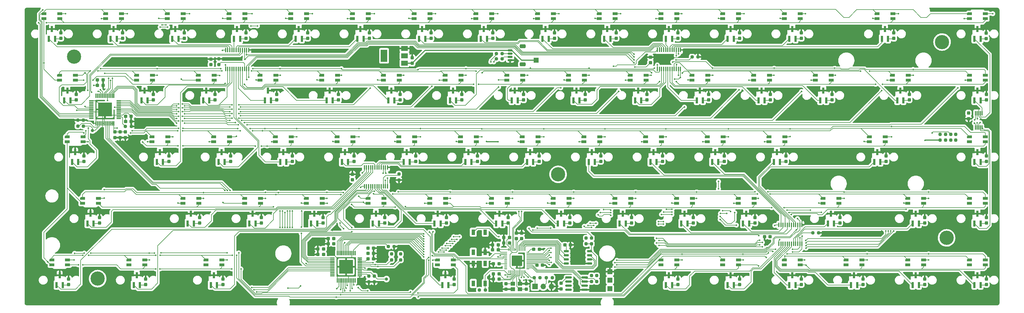
<source format=gbl>
G04 #@! TF.GenerationSoftware,KiCad,Pcbnew,(6.0.0)*
G04 #@! TF.CreationDate,2024-08-25T19:28:41-07:00*
G04 #@! TF.ProjectId,stekeeb65_analog,7374656b-6565-4623-9635-5f616e616c6f,rev?*
G04 #@! TF.SameCoordinates,Original*
G04 #@! TF.FileFunction,Copper,L2,Bot*
G04 #@! TF.FilePolarity,Positive*
%FSLAX46Y46*%
G04 Gerber Fmt 4.6, Leading zero omitted, Abs format (unit mm)*
G04 Created by KiCad (PCBNEW (6.0.0)) date 2024-08-25 19:28:41*
%MOMM*%
%LPD*%
G01*
G04 APERTURE LIST*
G04 Aperture macros list*
%AMRoundRect*
0 Rectangle with rounded corners*
0 $1 Rounding radius*
0 $2 $3 $4 $5 $6 $7 $8 $9 X,Y pos of 4 corners*
0 Add a 4 corners polygon primitive as box body*
4,1,4,$2,$3,$4,$5,$6,$7,$8,$9,$2,$3,0*
0 Add four circle primitives for the rounded corners*
1,1,$1+$1,$2,$3*
1,1,$1+$1,$4,$5*
1,1,$1+$1,$6,$7*
1,1,$1+$1,$8,$9*
0 Add four rect primitives between the rounded corners*
20,1,$1+$1,$2,$3,$4,$5,0*
20,1,$1+$1,$4,$5,$6,$7,0*
20,1,$1+$1,$6,$7,$8,$9,0*
20,1,$1+$1,$8,$9,$2,$3,0*%
%AMOutline5P*
0 Free polygon, 5 corners , with rotation*
0 The origin of the aperture is its center*
0 number of corners: always 5*
0 $1 to $10 corner X, Y*
0 $11 Rotation angle, in degrees counterclockwise*
0 create outline with 5 corners*
4,1,5,$1,$2,$3,$4,$5,$6,$7,$8,$9,$10,$1,$2,$11*%
%AMOutline6P*
0 Free polygon, 6 corners , with rotation*
0 The origin of the aperture is its center*
0 number of corners: always 6*
0 $1 to $12 corner X, Y*
0 $13 Rotation angle, in degrees counterclockwise*
0 create outline with 6 corners*
4,1,6,$1,$2,$3,$4,$5,$6,$7,$8,$9,$10,$11,$12,$1,$2,$13*%
%AMOutline7P*
0 Free polygon, 7 corners , with rotation*
0 The origin of the aperture is its center*
0 number of corners: always 7*
0 $1 to $14 corner X, Y*
0 $15 Rotation angle, in degrees counterclockwise*
0 create outline with 7 corners*
4,1,7,$1,$2,$3,$4,$5,$6,$7,$8,$9,$10,$11,$12,$13,$14,$1,$2,$15*%
%AMOutline8P*
0 Free polygon, 8 corners , with rotation*
0 The origin of the aperture is its center*
0 number of corners: always 8*
0 $1 to $16 corner X, Y*
0 $17 Rotation angle, in degrees counterclockwise*
0 create outline with 8 corners*
4,1,8,$1,$2,$3,$4,$5,$6,$7,$8,$9,$10,$11,$12,$13,$14,$15,$16,$1,$2,$17*%
G04 Aperture macros list end*
G04 #@! TA.AperFunction,ComponentPad*
%ADD10C,4.400000*%
G04 #@! TD*
G04 #@! TA.AperFunction,SMDPad,CuDef*
%ADD11RoundRect,0.237500X0.250000X0.237500X-0.250000X0.237500X-0.250000X-0.237500X0.250000X-0.237500X0*%
G04 #@! TD*
G04 #@! TA.AperFunction,SMDPad,CuDef*
%ADD12Outline5P,-0.750000X0.180000X-0.480000X0.450000X0.750000X0.450000X0.750000X-0.450000X-0.750000X-0.450000X0.000000*%
G04 #@! TD*
G04 #@! TA.AperFunction,SMDPad,CuDef*
%ADD13R,1.500000X0.900000*%
G04 #@! TD*
G04 #@! TA.AperFunction,SMDPad,CuDef*
%ADD14R,0.800000X1.900000*%
G04 #@! TD*
G04 #@! TA.AperFunction,SMDPad,CuDef*
%ADD15RoundRect,0.237500X0.237500X-0.300000X0.237500X0.300000X-0.237500X0.300000X-0.237500X-0.300000X0*%
G04 #@! TD*
G04 #@! TA.AperFunction,SMDPad,CuDef*
%ADD16RoundRect,0.237500X-0.237500X0.300000X-0.237500X-0.300000X0.237500X-0.300000X0.237500X0.300000X0*%
G04 #@! TD*
G04 #@! TA.AperFunction,SMDPad,CuDef*
%ADD17R,1.475000X0.300000*%
G04 #@! TD*
G04 #@! TA.AperFunction,SMDPad,CuDef*
%ADD18R,0.300000X1.475000*%
G04 #@! TD*
G04 #@! TA.AperFunction,SMDPad,CuDef*
%ADD19R,4.210000X4.210000*%
G04 #@! TD*
G04 #@! TA.AperFunction,SMDPad,CuDef*
%ADD20RoundRect,0.237500X0.237500X-0.250000X0.237500X0.250000X-0.237500X0.250000X-0.237500X-0.250000X0*%
G04 #@! TD*
G04 #@! TA.AperFunction,SMDPad,CuDef*
%ADD21R,0.450000X1.475000*%
G04 #@! TD*
G04 #@! TA.AperFunction,SMDPad,CuDef*
%ADD22RoundRect,0.237500X0.300000X0.237500X-0.300000X0.237500X-0.300000X-0.237500X0.300000X-0.237500X0*%
G04 #@! TD*
G04 #@! TA.AperFunction,SMDPad,CuDef*
%ADD23RoundRect,0.150000X0.650000X0.150000X-0.650000X0.150000X-0.650000X-0.150000X0.650000X-0.150000X0*%
G04 #@! TD*
G04 #@! TA.AperFunction,SMDPad,CuDef*
%ADD24RoundRect,0.050000X0.387500X0.050000X-0.387500X0.050000X-0.387500X-0.050000X0.387500X-0.050000X0*%
G04 #@! TD*
G04 #@! TA.AperFunction,SMDPad,CuDef*
%ADD25RoundRect,0.050000X0.050000X0.387500X-0.050000X0.387500X-0.050000X-0.387500X0.050000X-0.387500X0*%
G04 #@! TD*
G04 #@! TA.AperFunction,ComponentPad*
%ADD26C,0.600000*%
G04 #@! TD*
G04 #@! TA.AperFunction,SMDPad,CuDef*
%ADD27RoundRect,0.144000X1.456000X1.456000X-1.456000X1.456000X-1.456000X-1.456000X1.456000X-1.456000X0*%
G04 #@! TD*
G04 #@! TA.AperFunction,SMDPad,CuDef*
%ADD28RoundRect,0.237500X-0.250000X-0.237500X0.250000X-0.237500X0.250000X0.237500X-0.250000X0.237500X0*%
G04 #@! TD*
G04 #@! TA.AperFunction,SMDPad,CuDef*
%ADD29R,0.300000X1.400000*%
G04 #@! TD*
G04 #@! TA.AperFunction,SMDPad,CuDef*
%ADD30RoundRect,0.237500X-0.237500X0.250000X-0.237500X-0.250000X0.237500X-0.250000X0.237500X0.250000X0*%
G04 #@! TD*
G04 #@! TA.AperFunction,SMDPad,CuDef*
%ADD31RoundRect,0.237500X-0.300000X-0.237500X0.300000X-0.237500X0.300000X0.237500X-0.300000X0.237500X0*%
G04 #@! TD*
G04 #@! TA.AperFunction,SMDPad,CuDef*
%ADD32RoundRect,0.150000X-0.825000X-0.150000X0.825000X-0.150000X0.825000X0.150000X-0.825000X0.150000X0*%
G04 #@! TD*
G04 #@! TA.AperFunction,SMDPad,CuDef*
%ADD33R,1.500000X1.500000*%
G04 #@! TD*
G04 #@! TA.AperFunction,SMDPad,CuDef*
%ADD34R,2.000000X1.500000*%
G04 #@! TD*
G04 #@! TA.AperFunction,SMDPad,CuDef*
%ADD35R,2.000000X3.800000*%
G04 #@! TD*
G04 #@! TA.AperFunction,SMDPad,CuDef*
%ADD36R,1.400000X1.200000*%
G04 #@! TD*
G04 #@! TA.AperFunction,SMDPad,CuDef*
%ADD37C,1.000000*%
G04 #@! TD*
G04 #@! TA.AperFunction,ComponentPad*
%ADD38R,1.700000X1.700000*%
G04 #@! TD*
G04 #@! TA.AperFunction,ComponentPad*
%ADD39O,1.700000X1.700000*%
G04 #@! TD*
G04 #@! TA.AperFunction,SMDPad,CuDef*
%ADD40RoundRect,0.150000X-0.625000X0.150000X-0.625000X-0.150000X0.625000X-0.150000X0.625000X0.150000X0*%
G04 #@! TD*
G04 #@! TA.AperFunction,SMDPad,CuDef*
%ADD41RoundRect,0.250000X-0.650000X0.350000X-0.650000X-0.350000X0.650000X-0.350000X0.650000X0.350000X0*%
G04 #@! TD*
G04 #@! TA.AperFunction,SMDPad,CuDef*
%ADD42R,1.100000X1.800000*%
G04 #@! TD*
G04 #@! TA.AperFunction,ViaPad*
%ADD43C,0.500000*%
G04 #@! TD*
G04 #@! TA.AperFunction,Conductor*
%ADD44C,0.127000*%
G04 #@! TD*
G04 #@! TA.AperFunction,Conductor*
%ADD45C,0.200000*%
G04 #@! TD*
G04 #@! TA.AperFunction,Conductor*
%ADD46C,0.300000*%
G04 #@! TD*
G04 APERTURE END LIST*
D10*
X334800000Y-107400000D03*
X216250000Y-148350000D03*
X336175000Y-168000000D03*
X74100000Y-180625000D03*
X66825000Y-111900000D03*
D11*
X198982500Y-111010000D03*
X197157500Y-111010000D03*
D12*
X262312500Y-136725000D03*
D13*
X267212500Y-136725000D03*
X267212500Y-138225000D03*
X262312500Y-138225000D03*
D14*
X156175000Y-106375000D03*
X154275000Y-106375000D03*
X155225000Y-103375000D03*
X141887500Y-163525000D03*
X139987500Y-163525000D03*
X140937500Y-160525000D03*
D12*
X324225000Y-174825000D03*
D13*
X329125000Y-174825000D03*
X329125000Y-176325000D03*
X324225000Y-176325000D03*
D14*
X160937500Y-163525000D03*
X159037500Y-163525000D03*
X159987500Y-160525000D03*
D15*
X138925000Y-106237500D03*
X138925000Y-104512500D03*
D14*
X346675000Y-182575000D03*
X344775000Y-182575000D03*
X345725000Y-179575000D03*
X68068700Y-144475000D03*
X66168700Y-144475000D03*
X67118700Y-141475000D03*
D15*
X205600000Y-125287500D03*
X205600000Y-123562500D03*
D14*
X165700000Y-125425000D03*
X163800000Y-125425000D03*
X164750000Y-122425000D03*
D15*
X152750000Y-150012500D03*
X152750000Y-148287500D03*
X229412500Y-144337500D03*
X229412500Y-142612500D03*
D16*
X342950000Y-129387500D03*
X342950000Y-131112500D03*
D12*
X248025000Y-174825000D03*
D13*
X252925000Y-174825000D03*
X252925000Y-176325000D03*
X248025000Y-176325000D03*
D16*
X79400000Y-135237500D03*
X79400000Y-136962500D03*
D15*
X67487500Y-125287500D03*
X67487500Y-123562500D03*
X162737500Y-163387500D03*
X162737500Y-161662500D03*
D17*
X72122000Y-131050000D03*
X72122000Y-130550000D03*
X72122000Y-130050000D03*
X72122000Y-129550000D03*
X72122000Y-129050000D03*
X72122000Y-128550000D03*
X72122000Y-128050000D03*
X72122000Y-127550000D03*
X72122000Y-127050000D03*
X72122000Y-126550000D03*
X72122000Y-126050000D03*
X72122000Y-125550000D03*
D18*
X73610000Y-124062000D03*
X74110000Y-124062000D03*
X74610000Y-124062000D03*
X75110000Y-124062000D03*
X75610000Y-124062000D03*
X76110000Y-124062000D03*
X76610000Y-124062000D03*
X77110000Y-124062000D03*
X77610000Y-124062000D03*
X78110000Y-124062000D03*
X78610000Y-124062000D03*
X79110000Y-124062000D03*
D17*
X80598000Y-125550000D03*
X80598000Y-126050000D03*
X80598000Y-126550000D03*
X80598000Y-127050000D03*
X80598000Y-127550000D03*
X80598000Y-128050000D03*
X80598000Y-128550000D03*
X80598000Y-129050000D03*
X80598000Y-129550000D03*
X80598000Y-130050000D03*
X80598000Y-130550000D03*
X80598000Y-131050000D03*
D18*
X79110000Y-132538000D03*
X78610000Y-132538000D03*
X78110000Y-132538000D03*
X77610000Y-132538000D03*
X77110000Y-132538000D03*
X76610000Y-132538000D03*
X76110000Y-132538000D03*
X75610000Y-132538000D03*
X75110000Y-132538000D03*
X74610000Y-132538000D03*
X74110000Y-132538000D03*
X73610000Y-132538000D03*
D19*
X76360000Y-128300000D03*
D14*
X79975000Y-106375000D03*
X78075000Y-106375000D03*
X79025000Y-103375000D03*
D12*
X238500000Y-117675000D03*
D13*
X243400000Y-117675000D03*
X243400000Y-119175000D03*
X238500000Y-119175000D03*
D15*
X348475000Y-125287500D03*
X348475000Y-123562500D03*
D14*
X146650000Y-125425000D03*
X144750000Y-125425000D03*
X145700000Y-122425000D03*
D15*
X200144356Y-183912500D03*
X200144356Y-182187500D03*
D14*
X132362500Y-144475000D03*
X130462500Y-144475000D03*
X131412500Y-141475000D03*
D20*
X337437500Y-137775000D03*
X337437500Y-135950000D03*
D14*
X194275000Y-106375000D03*
X192375000Y-106375000D03*
X193325000Y-103375000D03*
D15*
X181787500Y-163387500D03*
X181787500Y-161662500D03*
X115112500Y-144337500D03*
X115112500Y-142612500D03*
D12*
X107531200Y-174825000D03*
D13*
X112431200Y-174825000D03*
X112431200Y-176325000D03*
X107531200Y-176325000D03*
D12*
X257550000Y-117675000D03*
D13*
X262450000Y-117675000D03*
X262450000Y-119175000D03*
X257550000Y-119175000D03*
D15*
X69868700Y-144337500D03*
X69868700Y-142612500D03*
D14*
X184750000Y-125425000D03*
X182850000Y-125425000D03*
X183800000Y-122425000D03*
D12*
X114675000Y-98625000D03*
D13*
X119575000Y-98625000D03*
X119575000Y-100125000D03*
X114675000Y-100125000D03*
D15*
X96062500Y-144337500D03*
X96062500Y-142612500D03*
D11*
X210662500Y-180350000D03*
X208837500Y-180350000D03*
D14*
X260950000Y-125425000D03*
X259050000Y-125425000D03*
X260000000Y-122425000D03*
D21*
X156435000Y-146182000D03*
X157085000Y-146182000D03*
X157735000Y-146182000D03*
X158385000Y-146182000D03*
X159035000Y-146182000D03*
X159685000Y-146182000D03*
X160335000Y-146182000D03*
X160985000Y-146182000D03*
X161635000Y-146182000D03*
X162285000Y-146182000D03*
X162935000Y-146182000D03*
X163585000Y-146182000D03*
X163585000Y-152058000D03*
X162935000Y-152058000D03*
X162285000Y-152058000D03*
X161635000Y-152058000D03*
X160985000Y-152058000D03*
X160335000Y-152058000D03*
X159685000Y-152058000D03*
X159035000Y-152058000D03*
X158385000Y-152058000D03*
X157735000Y-152058000D03*
X157085000Y-152058000D03*
X156435000Y-152058000D03*
D12*
X124200000Y-117675000D03*
D13*
X129100000Y-117675000D03*
X129100000Y-119175000D03*
X124200000Y-119175000D03*
D14*
X127600000Y-125425000D03*
X125700000Y-125425000D03*
X126650000Y-122425000D03*
X189512500Y-144475000D03*
X187612500Y-144475000D03*
X188562500Y-141475000D03*
D22*
X198018144Y-179150000D03*
X196293144Y-179150000D03*
D14*
X108550000Y-125425000D03*
X106650000Y-125425000D03*
X107600000Y-122425000D03*
X322862500Y-125425000D03*
X320962500Y-125425000D03*
X321912500Y-122425000D03*
D15*
X210362500Y-144337500D03*
X210362500Y-142612500D03*
D12*
X143250000Y-117675000D03*
D13*
X148150000Y-117675000D03*
X148150000Y-119175000D03*
X143250000Y-119175000D03*
D12*
X109912500Y-136725000D03*
D13*
X114812500Y-136725000D03*
X114812500Y-138225000D03*
X109912500Y-138225000D03*
D14*
X137125000Y-106375000D03*
X135225000Y-106375000D03*
X136175000Y-103375000D03*
D12*
X343275000Y-174825000D03*
D13*
X348175000Y-174825000D03*
X348175000Y-176325000D03*
X343275000Y-176325000D03*
D20*
X157800000Y-181612500D03*
X157800000Y-179787500D03*
D14*
X87118800Y-182575000D03*
X85218800Y-182575000D03*
X86168800Y-179575000D03*
D15*
X219887500Y-163387500D03*
X219887500Y-161662500D03*
X257987500Y-163387500D03*
X257987500Y-161662500D03*
D12*
X281362500Y-136725000D03*
D13*
X286262500Y-136725000D03*
X286262500Y-138225000D03*
X281362500Y-138225000D03*
D12*
X243262500Y-136725000D03*
D13*
X248162500Y-136725000D03*
X248162500Y-138225000D03*
X243262500Y-138225000D03*
D23*
X225950000Y-172145000D03*
X225950000Y-173415000D03*
X225950000Y-174685000D03*
X225950000Y-175955000D03*
X218750000Y-175955000D03*
X218750000Y-174685000D03*
X218750000Y-173415000D03*
X218750000Y-172145000D03*
D14*
X241900000Y-125425000D03*
X240000000Y-125425000D03*
X240950000Y-122425000D03*
D15*
X244750000Y-113812500D03*
X244750000Y-112087500D03*
D21*
X246878304Y-109842000D03*
X247528304Y-109842000D03*
X248178304Y-109842000D03*
X248828304Y-109842000D03*
X249478304Y-109842000D03*
X250128304Y-109842000D03*
X250778304Y-109842000D03*
X251428304Y-109842000D03*
X252078304Y-109842000D03*
X252728304Y-109842000D03*
X253378304Y-109842000D03*
X254028304Y-109842000D03*
X254028304Y-115718000D03*
X253378304Y-115718000D03*
X252728304Y-115718000D03*
X252078304Y-115718000D03*
X251428304Y-115718000D03*
X250778304Y-115718000D03*
X250128304Y-115718000D03*
X249478304Y-115718000D03*
X248828304Y-115718000D03*
X248178304Y-115718000D03*
X247528304Y-115718000D03*
X246878304Y-115718000D03*
D22*
X197762500Y-171700000D03*
X196037500Y-171700000D03*
D14*
X299050000Y-125425000D03*
X297150000Y-125425000D03*
X298100000Y-122425000D03*
X265712500Y-144475000D03*
X263812500Y-144475000D03*
X264762500Y-141475000D03*
D15*
X277037500Y-163387500D03*
X277037500Y-161662500D03*
D14*
X113312500Y-144475000D03*
X111412500Y-144475000D03*
X112362500Y-141475000D03*
X284762500Y-144475000D03*
X282862500Y-144475000D03*
X283812500Y-141475000D03*
X199037500Y-163525000D03*
X197137500Y-163525000D03*
X198087500Y-160525000D03*
D24*
X206931856Y-172450000D03*
X206931856Y-172850000D03*
X206931856Y-173250000D03*
X206931856Y-173650000D03*
X206931856Y-174050000D03*
X206931856Y-174450000D03*
X206931856Y-174850000D03*
X206931856Y-175250000D03*
X206931856Y-175650000D03*
X206931856Y-176050000D03*
X206931856Y-176450000D03*
X206931856Y-176850000D03*
X206931856Y-177250000D03*
X206931856Y-177650000D03*
D25*
X206094356Y-178487500D03*
X205694356Y-178487500D03*
X205294356Y-178487500D03*
X204894356Y-178487500D03*
X204494356Y-178487500D03*
X204094356Y-178487500D03*
X203694356Y-178487500D03*
X203294356Y-178487500D03*
X202894356Y-178487500D03*
X202494356Y-178487500D03*
X202094356Y-178487500D03*
X201694356Y-178487500D03*
X201294356Y-178487500D03*
X200894356Y-178487500D03*
D24*
X200056856Y-177650000D03*
X200056856Y-177250000D03*
X200056856Y-176850000D03*
X200056856Y-176450000D03*
X200056856Y-176050000D03*
X200056856Y-175650000D03*
X200056856Y-175250000D03*
X200056856Y-174850000D03*
X200056856Y-174450000D03*
X200056856Y-174050000D03*
X200056856Y-173650000D03*
X200056856Y-173250000D03*
X200056856Y-172850000D03*
X200056856Y-172450000D03*
D25*
X200894356Y-171612500D03*
X201294356Y-171612500D03*
X201694356Y-171612500D03*
X202094356Y-171612500D03*
X202494356Y-171612500D03*
X202894356Y-171612500D03*
X203294356Y-171612500D03*
X203694356Y-171612500D03*
X204094356Y-171612500D03*
X204494356Y-171612500D03*
X204894356Y-171612500D03*
X205294356Y-171612500D03*
X205694356Y-171612500D03*
X206094356Y-171612500D03*
D26*
X202219356Y-173775000D03*
X204769356Y-176325000D03*
D27*
X203494356Y-175050000D03*
D26*
X202219356Y-176325000D03*
X203494356Y-175050000D03*
X203494356Y-176325000D03*
X203494356Y-173775000D03*
X202219356Y-175050000D03*
X204769356Y-173775000D03*
X204769356Y-175050000D03*
D15*
X291325000Y-182437500D03*
X291325000Y-180712500D03*
D22*
X198012500Y-180750000D03*
X196287500Y-180750000D03*
D15*
X148450000Y-125287500D03*
X148450000Y-123562500D03*
D12*
X205162500Y-136725000D03*
D13*
X210062500Y-136725000D03*
X210062500Y-138225000D03*
X205162500Y-138225000D03*
D15*
X300850000Y-125287500D03*
X300850000Y-123562500D03*
D12*
X252787500Y-155775000D03*
D13*
X257687500Y-155775000D03*
X257687500Y-157275000D03*
X252787500Y-157275000D03*
D14*
X270475000Y-106375000D03*
X268575000Y-106375000D03*
X269525000Y-103375000D03*
X182368800Y-182575000D03*
X180468800Y-182575000D03*
X181418800Y-179575000D03*
X99025000Y-106375000D03*
X97125000Y-106375000D03*
X98075000Y-103375000D03*
D15*
X110350000Y-125287500D03*
X110350000Y-123562500D03*
X310375000Y-182437500D03*
X310375000Y-180712500D03*
D12*
X343275000Y-117675000D03*
D13*
X348175000Y-117675000D03*
X348175000Y-119175000D03*
X343275000Y-119175000D03*
D14*
X251425000Y-106375000D03*
X249525000Y-106375000D03*
X250475000Y-103375000D03*
D12*
X343275000Y-155775000D03*
D13*
X348175000Y-155775000D03*
X348175000Y-157275000D03*
X343275000Y-157275000D03*
D12*
X271837500Y-155775000D03*
D13*
X276737500Y-155775000D03*
X276737500Y-157275000D03*
X271837500Y-157275000D03*
D12*
X176587500Y-155775000D03*
D13*
X181487500Y-155775000D03*
X181487500Y-157275000D03*
X176587500Y-157275000D03*
D28*
X191937500Y-184150000D03*
X193762500Y-184150000D03*
X163800000Y-170650000D03*
X165625000Y-170650000D03*
D15*
X224650000Y-125287500D03*
X224650000Y-123562500D03*
X184168800Y-182437500D03*
X184168800Y-180712500D03*
D12*
X167062500Y-136725000D03*
D13*
X171962500Y-136725000D03*
X171962500Y-138225000D03*
X167062500Y-138225000D03*
D14*
X275237500Y-163525000D03*
X273337500Y-163525000D03*
X274287500Y-160525000D03*
X89500000Y-125425000D03*
X87600000Y-125425000D03*
X88550000Y-122425000D03*
D15*
X196075000Y-106237500D03*
X196075000Y-104512500D03*
D12*
X152775000Y-98625000D03*
D13*
X157675000Y-98625000D03*
X157675000Y-100125000D03*
X152775000Y-100125000D03*
D15*
X267512500Y-144337500D03*
X267512500Y-142612500D03*
D29*
X345110000Y-129450000D03*
X345610000Y-129450000D03*
X346110000Y-129450000D03*
X346610000Y-129450000D03*
X347110000Y-129450000D03*
X347110000Y-133850000D03*
X346610000Y-133850000D03*
X346110000Y-133850000D03*
X345610000Y-133850000D03*
X345110000Y-133850000D03*
D22*
X201206856Y-169550000D03*
X199481856Y-169550000D03*
X143812500Y-173100000D03*
X142087500Y-173100000D03*
X197762500Y-170150000D03*
X196037500Y-170150000D03*
D30*
X167100000Y-148262500D03*
X167100000Y-150087500D03*
D14*
X208562500Y-144475000D03*
X206662500Y-144475000D03*
X207612500Y-141475000D03*
D15*
X105587500Y-163387500D03*
X105587500Y-161662500D03*
D22*
X147012500Y-168200000D03*
X145287500Y-168200000D03*
D31*
X82687500Y-131988000D03*
X84412500Y-131988000D03*
D14*
X232375000Y-106375000D03*
X230475000Y-106375000D03*
X231425000Y-103375000D03*
X72831200Y-163525000D03*
X70931200Y-163525000D03*
X71881200Y-160525000D03*
D22*
X147012500Y-169800000D03*
X145287500Y-169800000D03*
D14*
X65687500Y-125425000D03*
X63787500Y-125425000D03*
X64737500Y-122425000D03*
D12*
X95625000Y-98625000D03*
D13*
X100525000Y-98625000D03*
X100525000Y-100125000D03*
X95625000Y-100125000D03*
D12*
X224212500Y-136725000D03*
D13*
X229112500Y-136725000D03*
X229112500Y-138225000D03*
X224212500Y-138225000D03*
D16*
X206444356Y-182187500D03*
X206444356Y-183912500D03*
D12*
X267075000Y-174825000D03*
D13*
X271975000Y-174825000D03*
X271975000Y-176325000D03*
X267075000Y-176325000D03*
D12*
X319462500Y-117675000D03*
D13*
X324362500Y-117675000D03*
X324362500Y-119175000D03*
X319462500Y-119175000D03*
D15*
X124637500Y-163387500D03*
X124637500Y-161662500D03*
D14*
X346675000Y-163525000D03*
X344775000Y-163525000D03*
X345725000Y-160525000D03*
D12*
X157537500Y-155775000D03*
D13*
X162437500Y-155775000D03*
X162437500Y-157275000D03*
X157537500Y-157275000D03*
D30*
X167600000Y-172987500D03*
X167600000Y-174812500D03*
D14*
X346675000Y-125425000D03*
X344775000Y-125425000D03*
X345725000Y-122425000D03*
D15*
X248462500Y-144337500D03*
X248462500Y-142612500D03*
D12*
X162300000Y-117675000D03*
D13*
X167200000Y-117675000D03*
X167200000Y-119175000D03*
X162300000Y-119175000D03*
D15*
X100825000Y-106237500D03*
X100825000Y-104512500D03*
D20*
X224900000Y-169862500D03*
X224900000Y-168037500D03*
D14*
X315718800Y-144475000D03*
X313818800Y-144475000D03*
X314768800Y-141475000D03*
D15*
X134162500Y-144337500D03*
X134162500Y-142612500D03*
D12*
X298031200Y-155775000D03*
D13*
X302931200Y-155775000D03*
X302931200Y-157275000D03*
X298031200Y-157275000D03*
D21*
X113575000Y-109872000D03*
X114225000Y-109872000D03*
X114875000Y-109872000D03*
X115525000Y-109872000D03*
X116175000Y-109872000D03*
X116825000Y-109872000D03*
X117475000Y-109872000D03*
X118125000Y-109872000D03*
X118775000Y-109872000D03*
X119425000Y-109872000D03*
X120075000Y-109872000D03*
X120725000Y-109872000D03*
X120725000Y-115748000D03*
X120075000Y-115748000D03*
X119425000Y-115748000D03*
X118775000Y-115748000D03*
X118125000Y-115748000D03*
X117475000Y-115748000D03*
X116825000Y-115748000D03*
X116175000Y-115748000D03*
X115525000Y-115748000D03*
X114875000Y-115748000D03*
X114225000Y-115748000D03*
X113575000Y-115748000D03*
D15*
X112731200Y-182437500D03*
X112731200Y-180712500D03*
D14*
X237137500Y-163525000D03*
X235237500Y-163525000D03*
X236187500Y-160525000D03*
D15*
X172262500Y-144337500D03*
X172262500Y-142612500D03*
D12*
X69431200Y-155775000D03*
D13*
X74331200Y-155775000D03*
X74331200Y-157275000D03*
X69431200Y-157275000D03*
D15*
X324662500Y-125287500D03*
X324662500Y-123562500D03*
D14*
X227612500Y-144475000D03*
X225712500Y-144475000D03*
X226662500Y-141475000D03*
D32*
X219475000Y-184055000D03*
X219475000Y-182785000D03*
X219475000Y-181515000D03*
X219475000Y-180245000D03*
X224425000Y-180245000D03*
X224425000Y-181515000D03*
X224425000Y-182785000D03*
X224425000Y-184055000D03*
D15*
X157975000Y-106237500D03*
X157975000Y-104512500D03*
D22*
X220062500Y-170200000D03*
X218337500Y-170200000D03*
D15*
X167500000Y-125287500D03*
X167500000Y-123562500D03*
D14*
X327625000Y-163525000D03*
X325725000Y-163525000D03*
X326675000Y-160525000D03*
D12*
X76575000Y-98625000D03*
D13*
X81475000Y-98625000D03*
X81475000Y-100125000D03*
X76575000Y-100125000D03*
D12*
X100387500Y-155775000D03*
D13*
X105287500Y-155775000D03*
X105287500Y-157275000D03*
X100387500Y-157275000D03*
D12*
X314700000Y-98625000D03*
D13*
X319600000Y-98625000D03*
X319600000Y-100125000D03*
X314700000Y-100125000D03*
D15*
X215125000Y-106237500D03*
X215125000Y-104512500D03*
X272275000Y-182437500D03*
X272275000Y-180712500D03*
D12*
X171825000Y-98625000D03*
D13*
X176725000Y-98625000D03*
X176725000Y-100125000D03*
X171825000Y-100125000D03*
D31*
X74017500Y-119100000D03*
X75742500Y-119100000D03*
X82687500Y-130370000D03*
X84412500Y-130370000D03*
D33*
X232250000Y-178500000D03*
D14*
X222850000Y-125425000D03*
X220950000Y-125425000D03*
X221900000Y-122425000D03*
X280000000Y-125425000D03*
X278100000Y-125425000D03*
X279050000Y-122425000D03*
D15*
X81775000Y-106237500D03*
X81775000Y-104512500D03*
X109050000Y-114375000D03*
X109050000Y-112650000D03*
D14*
X251425000Y-182575000D03*
X249525000Y-182575000D03*
X250475000Y-179575000D03*
D31*
X157537500Y-171200000D03*
X159262500Y-171200000D03*
D15*
X238937500Y-163387500D03*
X238937500Y-161662500D03*
D22*
X281712500Y-167600000D03*
X279987500Y-167600000D03*
D30*
X228150000Y-179687500D03*
X228150000Y-181512500D03*
D12*
X148012500Y-136725000D03*
D13*
X152912500Y-136725000D03*
X152912500Y-138225000D03*
X148012500Y-138225000D03*
D12*
X305175000Y-174825000D03*
D13*
X310075000Y-174825000D03*
X310075000Y-176325000D03*
X305175000Y-176325000D03*
D31*
X208737500Y-171550000D03*
X210462500Y-171550000D03*
D15*
X348475000Y-163387500D03*
X348475000Y-161662500D03*
X234175000Y-106237500D03*
X234175000Y-104512500D03*
X200837500Y-163387500D03*
X200837500Y-161662500D03*
D14*
X308575000Y-182575000D03*
X306675000Y-182575000D03*
X307625000Y-179575000D03*
D15*
X186550000Y-125287500D03*
X186550000Y-123562500D03*
D16*
X82600000Y-135237500D03*
X82600000Y-136962500D03*
D15*
X281800000Y-125287500D03*
X281800000Y-123562500D03*
D14*
X218087500Y-163525000D03*
X216187500Y-163525000D03*
X217137500Y-160525000D03*
D12*
X200400000Y-117675000D03*
D13*
X205300000Y-117675000D03*
X205300000Y-119175000D03*
X200400000Y-119175000D03*
D31*
X209687500Y-176450000D03*
X211412500Y-176450000D03*
D15*
X272275000Y-106237500D03*
X272275000Y-104512500D03*
D11*
X214412500Y-180350000D03*
X212587500Y-180350000D03*
D15*
X62725000Y-106237500D03*
X62725000Y-104512500D03*
X129400000Y-125287500D03*
X129400000Y-123562500D03*
D12*
X90862500Y-136725000D03*
D13*
X95762500Y-136725000D03*
X95762500Y-138225000D03*
X90862500Y-138225000D03*
D12*
X286125000Y-98625000D03*
D13*
X291025000Y-98625000D03*
X291025000Y-100125000D03*
X286125000Y-100125000D03*
D15*
X348475000Y-144337500D03*
X348475000Y-142612500D03*
D34*
X168810000Y-109360000D03*
D35*
X162510000Y-111660000D03*
D34*
X168810000Y-111660000D03*
X168810000Y-113960000D03*
D15*
X191312500Y-144337500D03*
X191312500Y-142612500D03*
D12*
X181350000Y-117675000D03*
D13*
X186250000Y-117675000D03*
X186250000Y-119175000D03*
X181350000Y-119175000D03*
D12*
X209925000Y-98625000D03*
D13*
X214825000Y-98625000D03*
X214825000Y-100125000D03*
X209925000Y-100125000D03*
D28*
X294862500Y-166425000D03*
X296687500Y-166425000D03*
D14*
X94262500Y-144475000D03*
X92362500Y-144475000D03*
X93312500Y-141475000D03*
D36*
X202244356Y-182200000D03*
X204444356Y-182200000D03*
X204444356Y-183900000D03*
X202244356Y-183900000D03*
D30*
X226550000Y-179687500D03*
X226550000Y-181512500D03*
X69700000Y-131587500D03*
X69700000Y-133412500D03*
D15*
X177025000Y-106237500D03*
X177025000Y-104512500D03*
D14*
X213325000Y-106375000D03*
X211425000Y-106375000D03*
X212375000Y-103375000D03*
D12*
X295650000Y-117675000D03*
D13*
X300550000Y-117675000D03*
X300550000Y-119175000D03*
X295650000Y-119175000D03*
D15*
X88918800Y-182437500D03*
X88918800Y-180712500D03*
D14*
X346675000Y-144475000D03*
X344775000Y-144475000D03*
X345725000Y-141475000D03*
D28*
X82637500Y-133550000D03*
X84462500Y-133550000D03*
D12*
X83718800Y-174825000D03*
D13*
X88618800Y-174825000D03*
X88618800Y-176325000D03*
X83718800Y-176325000D03*
D16*
X171190000Y-112227500D03*
X171190000Y-113952500D03*
D12*
X119437500Y-155775000D03*
D13*
X124337500Y-155775000D03*
X124337500Y-157275000D03*
X119437500Y-157275000D03*
D15*
X74631200Y-163387500D03*
X74631200Y-161662500D03*
D12*
X178968800Y-174825000D03*
D13*
X183868800Y-174825000D03*
X183868800Y-176325000D03*
X178968800Y-176325000D03*
D12*
X233737500Y-155775000D03*
D13*
X238637500Y-155775000D03*
X238637500Y-157275000D03*
X233737500Y-157275000D03*
D15*
X143687500Y-163387500D03*
X143687500Y-161662500D03*
D14*
X122837500Y-163525000D03*
X120937500Y-163525000D03*
X121887500Y-160525000D03*
D31*
X157537500Y-172800000D03*
X159262500Y-172800000D03*
D15*
X319900000Y-106237500D03*
X319900000Y-104512500D03*
D12*
X105150000Y-117675000D03*
D13*
X110050000Y-117675000D03*
X110050000Y-119175000D03*
X105150000Y-119175000D03*
D33*
X232250000Y-183700000D03*
D12*
X286125000Y-174825000D03*
D13*
X291025000Y-174825000D03*
X291025000Y-176325000D03*
X286125000Y-176325000D03*
D15*
X348410000Y-106362500D03*
X348410000Y-104637500D03*
D28*
X257612500Y-112025000D03*
X259437500Y-112025000D03*
D12*
X64668700Y-136725000D03*
D13*
X69568700Y-136725000D03*
X69568700Y-138225000D03*
X64668700Y-138225000D03*
D37*
X72500000Y-134800000D03*
D20*
X335837500Y-137775000D03*
X335837500Y-135950000D03*
D15*
X329425000Y-163387500D03*
X329425000Y-161662500D03*
D12*
X186112500Y-136725000D03*
D13*
X191012500Y-136725000D03*
X191012500Y-138225000D03*
X186112500Y-138225000D03*
D15*
X153212500Y-144337500D03*
X153212500Y-142612500D03*
D20*
X339037500Y-137775000D03*
X339037500Y-135950000D03*
D14*
X318100000Y-106375000D03*
X316200000Y-106375000D03*
X317150000Y-103375000D03*
D12*
X138487500Y-155775000D03*
D13*
X143387500Y-155775000D03*
X143387500Y-157275000D03*
X138487500Y-157275000D03*
D15*
X91300000Y-125287500D03*
X91300000Y-123562500D03*
D38*
X209125000Y-183050000D03*
D39*
X211665000Y-183050000D03*
X214205000Y-183050000D03*
D30*
X67950000Y-131587500D03*
X67950000Y-133412500D03*
D12*
X59906200Y-174825000D03*
D13*
X64806200Y-174825000D03*
X64806200Y-176325000D03*
X59906200Y-176325000D03*
D15*
X203400000Y-168262500D03*
X203400000Y-166537500D03*
D21*
X284385000Y-163982000D03*
X285035000Y-163982000D03*
X285685000Y-163982000D03*
X286335000Y-163982000D03*
X286985000Y-163982000D03*
X287635000Y-163982000D03*
X288285000Y-163982000D03*
X288935000Y-163982000D03*
X289585000Y-163982000D03*
X290235000Y-163982000D03*
X290885000Y-163982000D03*
X291535000Y-163982000D03*
X291535000Y-169858000D03*
X290885000Y-169858000D03*
X290235000Y-169858000D03*
X289585000Y-169858000D03*
X288935000Y-169858000D03*
X288285000Y-169858000D03*
X287635000Y-169858000D03*
X286985000Y-169858000D03*
X286335000Y-169858000D03*
X285685000Y-169858000D03*
X285035000Y-169858000D03*
X284385000Y-169858000D03*
D20*
X159500000Y-181612500D03*
X159500000Y-179787500D03*
D14*
X346675000Y-106375000D03*
X344775000Y-106375000D03*
X345725000Y-103375000D03*
X289525000Y-182575000D03*
X287625000Y-182575000D03*
X288575000Y-179575000D03*
D31*
X157537500Y-174450000D03*
X159262500Y-174450000D03*
D14*
X151412500Y-144475000D03*
X149512500Y-144475000D03*
X150462500Y-141475000D03*
D12*
X312318800Y-136725000D03*
D13*
X317218800Y-136725000D03*
X317218800Y-138225000D03*
X312318800Y-138225000D03*
D22*
X143812500Y-171400000D03*
X142087500Y-171400000D03*
D31*
X74007500Y-120840000D03*
X75732500Y-120840000D03*
D12*
X248025000Y-98625000D03*
D13*
X252925000Y-98625000D03*
X252925000Y-100125000D03*
X248025000Y-100125000D03*
D30*
X226550000Y-168037500D03*
X226550000Y-169862500D03*
D14*
X301431200Y-163525000D03*
X299531200Y-163525000D03*
X300481200Y-160525000D03*
D12*
X343275000Y-98625000D03*
D13*
X348175000Y-98625000D03*
X348175000Y-100125000D03*
X343275000Y-100125000D03*
D15*
X205000000Y-168262500D03*
X205000000Y-166537500D03*
D14*
X256187500Y-163525000D03*
X254287500Y-163525000D03*
X255237500Y-160525000D03*
X270475000Y-182575000D03*
X268575000Y-182575000D03*
X269525000Y-179575000D03*
D12*
X128962500Y-136725000D03*
D13*
X133862500Y-136725000D03*
X133862500Y-138225000D03*
X128962500Y-138225000D03*
D28*
X197147500Y-112590000D03*
X198972500Y-112590000D03*
D40*
X201410000Y-110000000D03*
X201410000Y-111000000D03*
X201410000Y-112000000D03*
X201410000Y-113000000D03*
D41*
X205285000Y-108700000D03*
X205285000Y-114300000D03*
D22*
X201206856Y-167900000D03*
X199481856Y-167900000D03*
D15*
X303231200Y-163387500D03*
X303231200Y-161662500D03*
D33*
X209475000Y-113000000D03*
D12*
X86100000Y-117675000D03*
D13*
X91000000Y-117675000D03*
X91000000Y-119175000D03*
X86100000Y-119175000D03*
D14*
X179987500Y-163525000D03*
X178087500Y-163525000D03*
X179037500Y-160525000D03*
D15*
X243700000Y-125287500D03*
X243700000Y-123562500D03*
D12*
X267075000Y-98625000D03*
D13*
X271975000Y-98625000D03*
X271975000Y-100125000D03*
X267075000Y-100125000D03*
D12*
X276600000Y-117675000D03*
D13*
X281500000Y-117675000D03*
X281500000Y-119175000D03*
X276600000Y-119175000D03*
D37*
X163250000Y-180750000D03*
D20*
X334187500Y-137775000D03*
X334187500Y-135950000D03*
D15*
X253225000Y-106237500D03*
X253225000Y-104512500D03*
D12*
X133725000Y-98625000D03*
D13*
X138625000Y-98625000D03*
X138625000Y-100125000D03*
X133725000Y-100125000D03*
D14*
X60925000Y-106375000D03*
X59025000Y-106375000D03*
X59975000Y-103375000D03*
D30*
X164800000Y-172987500D03*
X164800000Y-174812500D03*
D12*
X343275000Y-136725000D03*
D13*
X348175000Y-136725000D03*
X348175000Y-138225000D03*
X343275000Y-138225000D03*
D12*
X214687500Y-155775000D03*
D13*
X219587500Y-155775000D03*
X219587500Y-157275000D03*
X214687500Y-157275000D03*
D14*
X289525000Y-106375000D03*
X287625000Y-106375000D03*
X288575000Y-103375000D03*
D22*
X198012500Y-176050000D03*
X196287500Y-176050000D03*
D15*
X253225000Y-182437500D03*
X253225000Y-180712500D03*
D33*
X232250000Y-181100000D03*
D15*
X329425000Y-182437500D03*
X329425000Y-180712500D03*
D14*
X63306200Y-182575000D03*
X61406200Y-182575000D03*
X62356200Y-179575000D03*
X118075000Y-106375000D03*
X116175000Y-106375000D03*
X117125000Y-103375000D03*
D16*
X81000000Y-135237500D03*
X81000000Y-136962500D03*
D15*
X262750000Y-125287500D03*
X262750000Y-123562500D03*
X348475000Y-182437500D03*
X348475000Y-180712500D03*
D14*
X170462500Y-144475000D03*
X168562500Y-144475000D03*
X169512500Y-141475000D03*
X246662500Y-144475000D03*
X244762500Y-144475000D03*
X245712500Y-141475000D03*
D16*
X217150000Y-182050000D03*
X217150000Y-183775000D03*
D18*
X153550000Y-181200000D03*
X153050000Y-181200000D03*
X152550000Y-181200000D03*
X152050000Y-181200000D03*
X151550000Y-181200000D03*
X151050000Y-181200000D03*
X150550000Y-181200000D03*
X150050000Y-181200000D03*
X149550000Y-181200000D03*
X149050000Y-181200000D03*
X148550000Y-181200000D03*
X148050000Y-181200000D03*
D17*
X146562000Y-179712000D03*
X146562000Y-179212000D03*
X146562000Y-178712000D03*
X146562000Y-178212000D03*
X146562000Y-177712000D03*
X146562000Y-177212000D03*
X146562000Y-176712000D03*
X146562000Y-176212000D03*
X146562000Y-175712000D03*
X146562000Y-175212000D03*
X146562000Y-174712000D03*
X146562000Y-174212000D03*
D18*
X148050000Y-172724000D03*
X148550000Y-172724000D03*
X149050000Y-172724000D03*
X149550000Y-172724000D03*
X150050000Y-172724000D03*
X150550000Y-172724000D03*
X151050000Y-172724000D03*
X151550000Y-172724000D03*
X152050000Y-172724000D03*
X152550000Y-172724000D03*
X153050000Y-172724000D03*
X153550000Y-172724000D03*
D17*
X155038000Y-174212000D03*
X155038000Y-174712000D03*
X155038000Y-175212000D03*
X155038000Y-175712000D03*
X155038000Y-176212000D03*
X155038000Y-176712000D03*
X155038000Y-177212000D03*
X155038000Y-177712000D03*
X155038000Y-178212000D03*
X155038000Y-178712000D03*
X155038000Y-179212000D03*
X155038000Y-179712000D03*
D19*
X150800000Y-176962000D03*
D15*
X65106200Y-182437500D03*
X65106200Y-180712500D03*
X119875000Y-106237500D03*
X119875000Y-104512500D03*
D12*
X219450000Y-117675000D03*
D13*
X224350000Y-117675000D03*
X224350000Y-119175000D03*
X219450000Y-119175000D03*
D12*
X62287500Y-117675000D03*
D13*
X67187500Y-117675000D03*
X67187500Y-119175000D03*
X62287500Y-119175000D03*
D20*
X111525000Y-114412500D03*
X111525000Y-112587500D03*
D14*
X110931200Y-182575000D03*
X109031200Y-182575000D03*
X109981200Y-179575000D03*
D15*
X291325000Y-106237500D03*
X291325000Y-104512500D03*
D12*
X195637500Y-155775000D03*
D13*
X200537500Y-155775000D03*
X200537500Y-157275000D03*
X195637500Y-157275000D03*
D15*
X317518800Y-144337500D03*
X317518800Y-142612500D03*
D14*
X175225000Y-106375000D03*
X173325000Y-106375000D03*
X174275000Y-103375000D03*
D42*
X193750000Y-172450000D03*
X190050000Y-166250000D03*
X190050000Y-172450000D03*
X193750000Y-166250000D03*
X190050000Y-175900000D03*
X193750000Y-182100000D03*
X193750000Y-175900000D03*
X190050000Y-182100000D03*
D12*
X57525000Y-98625000D03*
D13*
X62425000Y-98625000D03*
X62425000Y-100125000D03*
X57525000Y-100125000D03*
D12*
X190875000Y-98625000D03*
D13*
X195775000Y-98625000D03*
X195775000Y-100125000D03*
X190875000Y-100125000D03*
D12*
X228975000Y-98625000D03*
D13*
X233875000Y-98625000D03*
X233875000Y-100125000D03*
X228975000Y-100125000D03*
D15*
X286562500Y-144337500D03*
X286562500Y-142612500D03*
D14*
X327625000Y-182575000D03*
X325725000Y-182575000D03*
X326675000Y-179575000D03*
X103787500Y-163525000D03*
X101887500Y-163525000D03*
X102837500Y-160525000D03*
X203800000Y-125425000D03*
X201900000Y-125425000D03*
X202850000Y-122425000D03*
D12*
X324225000Y-155775000D03*
D13*
X329125000Y-155775000D03*
X329125000Y-157275000D03*
X324225000Y-157275000D03*
D43*
X74631200Y-163387500D03*
X324662500Y-125287500D03*
X217150000Y-182050000D03*
X167500000Y-125287500D03*
X348475000Y-144337500D03*
X262750000Y-125287500D03*
X143687500Y-163387500D03*
X244750000Y-113812500D03*
X148450000Y-125287500D03*
X138400000Y-175900000D03*
X191312500Y-144337500D03*
X277037500Y-163387500D03*
X208737500Y-171550000D03*
X152750000Y-150012500D03*
X339037500Y-137775000D03*
X79300000Y-127550000D03*
X284650000Y-168525000D03*
X82687500Y-130370000D03*
X157975000Y-106237500D03*
X112731200Y-182437500D03*
X317518800Y-144337500D03*
X162450000Y-111650000D03*
X200837500Y-163387500D03*
X155300000Y-152350000D03*
X272275000Y-106237500D03*
X134162500Y-144337500D03*
X181787500Y-163387500D03*
X219887500Y-163387500D03*
X115112500Y-144337500D03*
X253225000Y-106237500D03*
X154550000Y-183350000D03*
X218337500Y-170200000D03*
X132850000Y-183550000D03*
X162737500Y-163387500D03*
X198012500Y-176050000D03*
X238937500Y-163387500D03*
X157537500Y-174450000D03*
X209687500Y-176450000D03*
X224650000Y-125287500D03*
X345657140Y-131099898D03*
X194150000Y-138200000D03*
X72850000Y-120850000D03*
X157450000Y-184425000D03*
X109050000Y-114375000D03*
X164800000Y-172987500D03*
X143812500Y-173100000D03*
X337437500Y-137775000D03*
X113550000Y-114500000D03*
X129400000Y-125287500D03*
X210662500Y-180350000D03*
X303231200Y-163387500D03*
X348410000Y-106362500D03*
X156625000Y-177375000D03*
X157537500Y-171200000D03*
X281800000Y-125287500D03*
X172262500Y-144337500D03*
X96062500Y-144337500D03*
X110350000Y-125287500D03*
X300850000Y-125287500D03*
X91300000Y-125287500D03*
X291325000Y-182437500D03*
X329500000Y-137800000D03*
X157537500Y-172800000D03*
X348475000Y-163387500D03*
X229412500Y-144337500D03*
X310375000Y-182437500D03*
X153212500Y-144337500D03*
X196075000Y-106237500D03*
X329425000Y-163387500D03*
X228150000Y-179687500D03*
X239900000Y-115150000D03*
X168810000Y-111660000D03*
X147012500Y-169800000D03*
X162450000Y-110450000D03*
X291325000Y-106237500D03*
X253225000Y-182437500D03*
X198012500Y-180750000D03*
X319900000Y-106237500D03*
X203400000Y-168262500D03*
X119875000Y-106237500D03*
X136750000Y-182900000D03*
X184168800Y-182437500D03*
X329425000Y-182437500D03*
X147012500Y-168200000D03*
X105587500Y-163387500D03*
X334187500Y-137775000D03*
X205600000Y-125287500D03*
X150000000Y-165175000D03*
X224900000Y-168037500D03*
X286562500Y-144337500D03*
X143812500Y-171400000D03*
X248462500Y-144337500D03*
X281712500Y-167600000D03*
X148900000Y-163425000D03*
X201206856Y-167900000D03*
X234175000Y-106237500D03*
X335837500Y-137775000D03*
X342950000Y-129387500D03*
X177025000Y-106237500D03*
X77100000Y-125500000D03*
X348475000Y-125287500D03*
X257987500Y-163387500D03*
X197700000Y-138250000D03*
X197762500Y-170150000D03*
X124637500Y-163387500D03*
X215125000Y-106237500D03*
X267512500Y-144337500D03*
X69868700Y-144337500D03*
X210362500Y-144337500D03*
X65106200Y-182437500D03*
X348475000Y-182437500D03*
X272275000Y-182437500D03*
X80050000Y-134000000D03*
X197762500Y-171700000D03*
X246850000Y-114500000D03*
X226550000Y-179687500D03*
X100825000Y-106237500D03*
X167600000Y-172987500D03*
X191925000Y-184150000D03*
X81775000Y-106237500D03*
X88918800Y-182437500D03*
X62725000Y-106237500D03*
X138925000Y-106237500D03*
X67487500Y-125287500D03*
X150400000Y-169500000D03*
X162450000Y-112850000D03*
X243700000Y-125287500D03*
X186550000Y-125287500D03*
X214412500Y-180350000D03*
X314550000Y-125825000D03*
X188775000Y-180425000D03*
X75732500Y-120840000D03*
X122600000Y-110050000D03*
X124250000Y-187300000D03*
X87100000Y-136850000D03*
X134100000Y-122200000D03*
X187400000Y-152575000D03*
X188600000Y-121850000D03*
X174250000Y-178400000D03*
X316150000Y-164225000D03*
X66050000Y-155950000D03*
X74550000Y-139800000D03*
X199175000Y-114450000D03*
X199175000Y-121450000D03*
X196075000Y-104512500D03*
X228050000Y-167075000D03*
X281250000Y-164925000D03*
X130600000Y-122200000D03*
X223550000Y-167075000D03*
X107900000Y-160250000D03*
X134450000Y-187750000D03*
X233450000Y-164475000D03*
X59975000Y-103375000D03*
X203025000Y-160300000D03*
X145287500Y-168200000D03*
X148025000Y-163600000D03*
X268650000Y-122500000D03*
X189750000Y-114400000D03*
X144700000Y-160150000D03*
X201400000Y-187100000D03*
X279987500Y-167600000D03*
X74855000Y-126795000D03*
X192900000Y-111000000D03*
X62950000Y-149350000D03*
X211412500Y-176450000D03*
X127450000Y-107350000D03*
X187550000Y-160350000D03*
X111000000Y-160650000D03*
X127450000Y-110100000D03*
X124300000Y-181850000D03*
X206444356Y-182187500D03*
X104000000Y-122250000D03*
X174700000Y-114400000D03*
X234225000Y-187825000D03*
X207850000Y-187150000D03*
X214550000Y-124750000D03*
X166600000Y-160450000D03*
X55250000Y-120700000D03*
X71200000Y-140400000D03*
X212450000Y-122300000D03*
X188275000Y-175525000D03*
X271425000Y-125150000D03*
X268300000Y-114000000D03*
X173200000Y-121650000D03*
X199481856Y-167900000D03*
X135900000Y-167800000D03*
X66550000Y-149250000D03*
X285650000Y-126700000D03*
X210462500Y-171550000D03*
X205000000Y-166537500D03*
X184168800Y-180712500D03*
X188275000Y-173300000D03*
X316150000Y-165875000D03*
X194875000Y-180300000D03*
X192850000Y-180300000D03*
X139550000Y-169550000D03*
X55350000Y-102650000D03*
X288925000Y-126725000D03*
X200144356Y-183912500D03*
X88550000Y-122425000D03*
X151350000Y-160100000D03*
X206050000Y-160275000D03*
X87950000Y-133600000D03*
X311300000Y-125875000D03*
X64737500Y-122425000D03*
X128075000Y-187800000D03*
X146575000Y-165650000D03*
X228625000Y-187850000D03*
X168825000Y-161525000D03*
X134100000Y-114450000D03*
X118350000Y-112350000D03*
X177950000Y-178600000D03*
X102400000Y-114300000D03*
X72200000Y-122950000D03*
X71160000Y-134040000D03*
X318200000Y-165850000D03*
X279300000Y-169400000D03*
X247350000Y-168850000D03*
X213500000Y-171850000D03*
X334187500Y-135950000D03*
X344850000Y-131450000D03*
X292750000Y-169600000D03*
X278450000Y-170150000D03*
X335837500Y-135950000D03*
X246650000Y-169600000D03*
X214050000Y-172550000D03*
X318950000Y-165850000D03*
X344750000Y-132500000D03*
X292775000Y-170425000D03*
X339037500Y-135950000D03*
X279300000Y-170800000D03*
X346550000Y-132300000D03*
X292775000Y-171200000D03*
X319850000Y-165850000D03*
X213500000Y-173300000D03*
X247350000Y-170350000D03*
X317400000Y-165850000D03*
X331700000Y-135500000D03*
X214050000Y-171150000D03*
X246650000Y-168100000D03*
X345600000Y-132450000D03*
X337437500Y-135950000D03*
X292725000Y-168825000D03*
X278450000Y-168750000D03*
X176500000Y-166150000D03*
X112600000Y-109950000D03*
X234350000Y-174950000D03*
X289850000Y-165550000D03*
X214050000Y-174100000D03*
X239700000Y-112000000D03*
X119550000Y-112750000D03*
X162250000Y-147950000D03*
X252700000Y-111650000D03*
X120050000Y-111300000D03*
X253400000Y-111100000D03*
X233750000Y-175650000D03*
X290150000Y-162050000D03*
X213500000Y-175000000D03*
X239650000Y-111150000D03*
X163095996Y-147952941D03*
X207000000Y-180200000D03*
X167600000Y-174812500D03*
X113350000Y-153300000D03*
X160600000Y-176900000D03*
X204900000Y-180250000D03*
X205700000Y-180200000D03*
X114150000Y-153300000D03*
X159800000Y-176300000D03*
X197950000Y-167600000D03*
X207275000Y-165100000D03*
X204150000Y-159800000D03*
X195450000Y-113500000D03*
X205000000Y-159800000D03*
X196400000Y-113550000D03*
X232250000Y-181100000D03*
X199850000Y-179500000D03*
X232250000Y-183700000D03*
X200550000Y-180100000D03*
X350450000Y-98630000D03*
X216510000Y-98610000D03*
X292620000Y-98620000D03*
X235520000Y-98610000D03*
X83230000Y-98630000D03*
X102440000Y-98610000D03*
X321270000Y-98590000D03*
X254410000Y-98620000D03*
X159490000Y-98620000D03*
X178400000Y-98630000D03*
X64160000Y-98630000D03*
X197620000Y-98640000D03*
X121720000Y-98620000D03*
X273650000Y-98630000D03*
X57150000Y-97400000D03*
X140390000Y-98640000D03*
X58250000Y-101450000D03*
X55860480Y-101450000D03*
X57525000Y-113825000D03*
X74250000Y-122650000D03*
X75300000Y-100150000D03*
X74885148Y-122146460D03*
X76300000Y-117050000D03*
X77500000Y-118650000D03*
X99900000Y-118850000D03*
X93000000Y-100100000D03*
X95200000Y-102100000D03*
X123000000Y-119150000D03*
X112700000Y-100100000D03*
X78050000Y-119250000D03*
X93950000Y-102100000D03*
X78650000Y-118650000D03*
X141800000Y-119150000D03*
X121400000Y-102450000D03*
X132200000Y-100100000D03*
X93400000Y-102750000D03*
X123400000Y-102450000D03*
X95655714Y-102768570D03*
X158250000Y-121650000D03*
X115550000Y-126850000D03*
X160550000Y-119150000D03*
X99050000Y-126550000D03*
X117650000Y-126850000D03*
X100250000Y-126550000D03*
X151200000Y-100150000D03*
X170150000Y-100100000D03*
X179550000Y-119200000D03*
X177250000Y-121100000D03*
X100950000Y-127150000D03*
X118150000Y-127500000D03*
X114850000Y-127502795D03*
X98450000Y-127150000D03*
X197825000Y-119125000D03*
X100250000Y-127750000D03*
X197850000Y-121350000D03*
X99099941Y-127744548D03*
X189550000Y-100150000D03*
X115550000Y-128200000D03*
X117650000Y-128200000D03*
X208700000Y-100150000D03*
X218100000Y-119150000D03*
X100950000Y-128350000D03*
X217050000Y-121550000D03*
X118150000Y-128950000D03*
X114850000Y-128950000D03*
X98450000Y-128329560D03*
X100250000Y-128950000D03*
X115550000Y-129550000D03*
X234950000Y-122650000D03*
X99050000Y-128950000D03*
X237050000Y-119200000D03*
X227700000Y-100100000D03*
X117650000Y-129550000D03*
X114850000Y-130250000D03*
X256350000Y-119150000D03*
X246500000Y-100150000D03*
X100950000Y-129650000D03*
X98450000Y-129650000D03*
X255225000Y-127525000D03*
X118150000Y-130250000D03*
X115550000Y-130950000D03*
X100250000Y-130400000D03*
X117650000Y-130950000D03*
X99050000Y-130400000D03*
X275150000Y-119200000D03*
X272150000Y-122150000D03*
X265800000Y-100100000D03*
X118500000Y-131650000D03*
X291400000Y-122700000D03*
X100950000Y-131050000D03*
X114850000Y-131650000D03*
X98450000Y-131050000D03*
X294350000Y-119200000D03*
X284800000Y-100100000D03*
X316150000Y-122450000D03*
X317800000Y-119200000D03*
X119400000Y-132300000D03*
X99050000Y-131800000D03*
X100250000Y-131800000D03*
X116550000Y-132300000D03*
X313400000Y-100100000D03*
X254600000Y-117000000D03*
X70150000Y-127350000D03*
X309610000Y-116430000D03*
X312430000Y-116440000D03*
X71050000Y-122300000D03*
X121610000Y-116330000D03*
X245140000Y-116900000D03*
X74190000Y-116320000D03*
X192820000Y-116890000D03*
X112460000Y-116320000D03*
X71800000Y-116330000D03*
X190950000Y-116370000D03*
X70150000Y-116950000D03*
X130410000Y-115660000D03*
X282953480Y-115503480D03*
X112090000Y-115660000D03*
X251600000Y-113600000D03*
X122030000Y-115660000D03*
X263886520Y-115503480D03*
X206850000Y-117680000D03*
X92440000Y-115660000D03*
X173000000Y-115950000D03*
X225830000Y-117710000D03*
X187770000Y-117680000D03*
X149370000Y-117660000D03*
X92440000Y-117640000D03*
X130430000Y-117670000D03*
X187790000Y-115660000D03*
X282890000Y-117700000D03*
X263970000Y-117680000D03*
X225826520Y-115453480D03*
X75040000Y-115660000D03*
X111730000Y-117750000D03*
X207686520Y-115453480D03*
X301613480Y-115503480D03*
X325850000Y-115870000D03*
X245970000Y-115490000D03*
X168540000Y-117680000D03*
X149340000Y-115660000D03*
X244900000Y-117640000D03*
X301800000Y-117670000D03*
X325850000Y-117660000D03*
X72650000Y-119180000D03*
X119350000Y-120500000D03*
X191710000Y-120500000D03*
X113450000Y-120190000D03*
X67650000Y-128550000D03*
X252720000Y-119600000D03*
X69750000Y-119200000D03*
X247560000Y-119600000D03*
X190140000Y-120500000D03*
X314300000Y-120490000D03*
X316430000Y-120460000D03*
X100950000Y-132500000D03*
X341650000Y-100150000D03*
X341950000Y-119200000D03*
X339650000Y-121550000D03*
X117550000Y-133000000D03*
X98450000Y-132500000D03*
X120200000Y-133000000D03*
X125000000Y-134900000D03*
X118080000Y-134880000D03*
X84232000Y-135540000D03*
X121910000Y-134870000D03*
X132700000Y-159650000D03*
X132700000Y-164750000D03*
X69810000Y-135560000D03*
X152050000Y-184400000D03*
X100340000Y-134880000D03*
X98770000Y-134880000D03*
X121140000Y-134210000D03*
X211800000Y-136720000D03*
X135560000Y-136740000D03*
X268820000Y-136720000D03*
X154760000Y-136740000D03*
X211800000Y-134250000D03*
X133450000Y-164750000D03*
X192690000Y-134250000D03*
X319170000Y-136730000D03*
X173720000Y-136730000D03*
X117340000Y-134210000D03*
X230670000Y-134250000D03*
X125710000Y-134210000D03*
X152650000Y-183600000D03*
X287870000Y-136680000D03*
X249540000Y-134250000D03*
X100418509Y-134087549D03*
X287850000Y-134280000D03*
X135560000Y-134220000D03*
X192690000Y-136720000D03*
X268830000Y-134250000D03*
X249550000Y-136730000D03*
X84740000Y-134900000D03*
X116900000Y-136590000D03*
X99060000Y-134100000D03*
X173710000Y-134220000D03*
X154760000Y-134220000D03*
X133450000Y-159650000D03*
X70400000Y-134840000D03*
X97270000Y-136720000D03*
X230670000Y-136720000D03*
X319180000Y-133470000D03*
X71120000Y-138220000D03*
X88000000Y-138300000D03*
X98900000Y-139550000D03*
X122760000Y-139570000D03*
X134200000Y-159650000D03*
X134200000Y-164750000D03*
X126420000Y-139570000D03*
X153150000Y-182500000D03*
X100390000Y-139550000D03*
X124610000Y-139570000D03*
X58665600Y-175384400D03*
X123200000Y-184700000D03*
X98900000Y-157250000D03*
X122350000Y-184050000D03*
X89500000Y-138250000D03*
X83718800Y-176325000D03*
X112800000Y-157050000D03*
X107531200Y-176325000D03*
X108550000Y-138250000D03*
X121700000Y-183400000D03*
X137100000Y-159650000D03*
X136950000Y-166650000D03*
X137000000Y-157250000D03*
X136950000Y-164700000D03*
X127800000Y-138250000D03*
X152600000Y-164825000D03*
X156150000Y-156950000D03*
X146750000Y-138200000D03*
X152600000Y-166075000D03*
X175100000Y-157300000D03*
X165850000Y-138200000D03*
X174750000Y-166750000D03*
X174750000Y-167550000D03*
X178968800Y-176325000D03*
X194150000Y-157300000D03*
X184800000Y-138200000D03*
X203950000Y-138200000D03*
X185800000Y-167650000D03*
X184000000Y-167650000D03*
X174750000Y-168300000D03*
X213000000Y-157250000D03*
X222750000Y-138250000D03*
X232200000Y-157300000D03*
X174750000Y-169100000D03*
X185000000Y-168500000D03*
X183350000Y-168500000D03*
X242050000Y-138250000D03*
X251400000Y-157250000D03*
X248025000Y-176325000D03*
X184350000Y-169100000D03*
X174750000Y-169900000D03*
X182750000Y-169100000D03*
X230250000Y-159250000D03*
X232500000Y-159400000D03*
X229300000Y-160200000D03*
X249700000Y-159200000D03*
X270500000Y-157300000D03*
X181900000Y-169750000D03*
X251400000Y-159200000D03*
X260900000Y-138250000D03*
X232500000Y-160200000D03*
X265750000Y-150550000D03*
X174750000Y-170700000D03*
X267075000Y-176325000D03*
X265750000Y-152800000D03*
X183700000Y-169750000D03*
X232500000Y-161000000D03*
X251400000Y-160000000D03*
X279950000Y-138250000D03*
X228558809Y-160884221D03*
X269500000Y-159850000D03*
X248850000Y-160000000D03*
X183050000Y-170450000D03*
X286125000Y-176325000D03*
X267050000Y-159600000D03*
X181400000Y-170450000D03*
X174750000Y-171500000D03*
X305175000Y-176325000D03*
X182250000Y-171200000D03*
X227950000Y-163500000D03*
X248150000Y-160750000D03*
X268300000Y-160450000D03*
X226150000Y-163500000D03*
X286950000Y-159450000D03*
X294100000Y-159450000D03*
X251400000Y-160800000D03*
X296750000Y-157250000D03*
X180450000Y-171200000D03*
X310700000Y-138200000D03*
X174750000Y-172300000D03*
X266350000Y-160450000D03*
X224303234Y-164430226D03*
X323700000Y-159200000D03*
X266250000Y-162300000D03*
X248750000Y-163750000D03*
X247250000Y-163750000D03*
X288200000Y-160800000D03*
X179350000Y-172400000D03*
X226550000Y-164750000D03*
X181050000Y-172400000D03*
X343275000Y-176325000D03*
X174750000Y-173900000D03*
X271300000Y-164050000D03*
X343275000Y-138225000D03*
X343275000Y-157275000D03*
X130400000Y-164750000D03*
X130400000Y-159650000D03*
X149210000Y-154570000D03*
X165160000Y-154430000D03*
X277790000Y-154420000D03*
X150350000Y-184400000D03*
X154670000Y-155070000D03*
X129150000Y-154550000D03*
X159530000Y-153550000D03*
X281720000Y-154420000D03*
X106800000Y-153970000D03*
X202170000Y-153800000D03*
X144880000Y-155780000D03*
X149960000Y-153980000D03*
X278040000Y-155770000D03*
X202170000Y-155780000D03*
X182950000Y-153790000D03*
X221070000Y-153800000D03*
X330590000Y-153790000D03*
X221090000Y-155770000D03*
X166913598Y-153787093D03*
X330610000Y-155760000D03*
X106800000Y-155780000D03*
X159270000Y-154370000D03*
X125870000Y-153950000D03*
X76110000Y-153060000D03*
X304560000Y-155780000D03*
X129900000Y-154000000D03*
X182930000Y-155770000D03*
X131150000Y-164750000D03*
X240200000Y-153790000D03*
X277060000Y-153780000D03*
X131150000Y-159650000D03*
X144860000Y-153950000D03*
X281000000Y-153750000D03*
X240210000Y-155770000D03*
X259020000Y-155780000D03*
X76090000Y-155710000D03*
X259020000Y-153790000D03*
X304570000Y-153790000D03*
X125890000Y-155750000D03*
X150750000Y-183550000D03*
X285970000Y-158640000D03*
X128350000Y-158380000D03*
X131900000Y-164750000D03*
X169100000Y-158350000D03*
X152450000Y-157600000D03*
X151100000Y-182700000D03*
X165910000Y-158460000D03*
X131900000Y-160200000D03*
X144960000Y-157330000D03*
X282160000Y-158640000D03*
X324225000Y-176325000D03*
X287500000Y-160150000D03*
X248750000Y-162950000D03*
X225450000Y-164150000D03*
X297500000Y-160100000D03*
X323000000Y-157250000D03*
X181650000Y-171800000D03*
X174750000Y-173100000D03*
X179800000Y-171800000D03*
X266250000Y-161350000D03*
X247250000Y-162950000D03*
X227250000Y-164150000D03*
X270750000Y-160150000D03*
X93423000Y-173410000D03*
X147900000Y-183700000D03*
X176270000Y-174950000D03*
X147750000Y-186350000D03*
X115640000Y-173410000D03*
X286230000Y-173650000D03*
X177510000Y-174940000D03*
X71310000Y-173410000D03*
X280500000Y-174100000D03*
X69520000Y-173410000D03*
X92040000Y-173410000D03*
X117010000Y-173400000D03*
X273350000Y-174830000D03*
X66940000Y-172770000D03*
X114030000Y-172660000D03*
X273340000Y-173080000D03*
X117650000Y-172650000D03*
X90010000Y-172730000D03*
X149099126Y-185599126D03*
X330620000Y-172960000D03*
X281190000Y-172640000D03*
X254540000Y-174820000D03*
X330620000Y-174830000D03*
X177400000Y-173500000D03*
X254540000Y-173090000D03*
X292380000Y-174850000D03*
X91630000Y-172690000D03*
X72000000Y-172730000D03*
X311610000Y-172970000D03*
X311610000Y-174830000D03*
X90040000Y-174800000D03*
X114020000Y-174840000D03*
X286940000Y-172960000D03*
X93672920Y-172661072D03*
X66820000Y-174840000D03*
X176270000Y-174080000D03*
X69970000Y-172730000D03*
X149100000Y-183950000D03*
X172970000Y-185040000D03*
X68110000Y-176330000D03*
X173030000Y-186240000D03*
X278120000Y-176710000D03*
X292750000Y-176410000D03*
X170700000Y-184750000D03*
X118330000Y-177640000D03*
X115510000Y-177600000D03*
X93310000Y-177590000D03*
X69540000Y-176340000D03*
X92040000Y-177590000D03*
X159100000Y-175700000D03*
X114950000Y-153300000D03*
X288650000Y-172400000D03*
X239700000Y-113900000D03*
X233750000Y-177000000D03*
X291550000Y-167425000D03*
X282566042Y-172211657D03*
X120750000Y-118300000D03*
X252250000Y-118900000D03*
X254000000Y-118350000D03*
X163600000Y-149550000D03*
X213500000Y-176300000D03*
X288650000Y-171550000D03*
X283350000Y-171500000D03*
X162900000Y-150150000D03*
X239700000Y-112950000D03*
X253400000Y-117650000D03*
X214100000Y-175600000D03*
X120150000Y-119000000D03*
X234350000Y-176350000D03*
X290875000Y-167975000D03*
X209775000Y-165000000D03*
X233300000Y-114850000D03*
X197650000Y-173900000D03*
X213950000Y-165000000D03*
X278200000Y-167300000D03*
X283150000Y-164150000D03*
X208450000Y-165600000D03*
X198400000Y-173400000D03*
X177650000Y-166100000D03*
X155800000Y-147900000D03*
X252800000Y-114350000D03*
X252625000Y-112925000D03*
D44*
X200894356Y-171612500D02*
X197850000Y-171612500D01*
X200406336Y-168700520D02*
X201206856Y-167900000D01*
X301431200Y-163525000D02*
X303093700Y-163525000D01*
X322862500Y-125425000D02*
X324525000Y-125425000D01*
X167362500Y-125425000D02*
X167500000Y-125287500D01*
X69731200Y-144475000D02*
X69868700Y-144337500D01*
X327625000Y-182575000D02*
X329287500Y-182575000D01*
X108550000Y-125425000D02*
X110212500Y-125425000D01*
X79975000Y-106375000D02*
X81637500Y-106375000D01*
X346675000Y-163525000D02*
X348337500Y-163525000D01*
X146650000Y-125425000D02*
X148312500Y-125425000D01*
X260950000Y-125425000D02*
X262612500Y-125425000D01*
X132362500Y-144475000D02*
X134025000Y-144475000D01*
X118075000Y-106375000D02*
X119737500Y-106375000D01*
X243412500Y-115150000D02*
X244750000Y-113812500D01*
X346675000Y-106375000D02*
X348397500Y-106375000D01*
X218087500Y-163525000D02*
X219750000Y-163525000D01*
X110212500Y-125425000D02*
X110350000Y-125287500D01*
X201588230Y-181050000D02*
X198312500Y-181050000D01*
X138787500Y-106375000D02*
X138925000Y-106237500D01*
X103787500Y-163525000D02*
X105450000Y-163525000D01*
X241900000Y-125425000D02*
X243562500Y-125425000D01*
D45*
X74007500Y-119110000D02*
X74017500Y-119100000D01*
D44*
X154550000Y-183350000D02*
X155625000Y-184425000D01*
X155038000Y-177212000D02*
X156462000Y-177212000D01*
D45*
X79110000Y-134947500D02*
X79400000Y-135237500D01*
D44*
X289525000Y-182575000D02*
X291187500Y-182575000D01*
X224512500Y-125425000D02*
X224650000Y-125287500D01*
X179987500Y-163525000D02*
X181650000Y-163525000D01*
X175225000Y-106375000D02*
X176887500Y-106375000D01*
X162600000Y-163525000D02*
X162737500Y-163387500D01*
X213325000Y-106375000D02*
X214987500Y-106375000D01*
X148900000Y-163425000D02*
X148900000Y-164075000D01*
X253087500Y-106375000D02*
X253225000Y-106237500D01*
X346675000Y-144475000D02*
X348337500Y-144475000D01*
X172125000Y-144475000D02*
X172262500Y-144337500D01*
X138712000Y-176212000D02*
X138400000Y-175900000D01*
X218955000Y-180245000D02*
X217150000Y-182050000D01*
X176887500Y-106375000D02*
X177025000Y-106237500D01*
X105450000Y-163525000D02*
X105587500Y-163387500D01*
X127600000Y-125425000D02*
X129262500Y-125425000D01*
X81637500Y-106375000D02*
X81775000Y-106237500D01*
D45*
X79110000Y-132538000D02*
X79110000Y-134010000D01*
D44*
X286425000Y-144475000D02*
X286562500Y-144337500D01*
X265712500Y-144475000D02*
X267375000Y-144475000D01*
X143550000Y-163525000D02*
X143687500Y-163387500D01*
X348337500Y-182575000D02*
X348475000Y-182437500D01*
X246662500Y-144475000D02*
X248325000Y-144475000D01*
X137125000Y-106375000D02*
X138787500Y-106375000D01*
X155625000Y-184425000D02*
X157450000Y-184425000D01*
X201294356Y-171612500D02*
X201294356Y-170894356D01*
X238800000Y-163525000D02*
X238937500Y-163387500D01*
D45*
X79110000Y-134010000D02*
X79110000Y-134947500D01*
D44*
X155038000Y-174212000D02*
X155038000Y-174712000D01*
X113575000Y-115748000D02*
X113575000Y-114525000D01*
X219475000Y-180245000D02*
X218955000Y-180245000D01*
D45*
X78110000Y-132538000D02*
X78610000Y-132538000D01*
D44*
X272137500Y-182575000D02*
X272275000Y-182437500D01*
X210225000Y-144475000D02*
X210362500Y-144337500D01*
X345610000Y-129450000D02*
X345610000Y-131052758D01*
X150050000Y-169850000D02*
X150400000Y-169500000D01*
X91162500Y-125425000D02*
X91300000Y-125287500D01*
X197850000Y-171612500D02*
X197762500Y-171700000D01*
X184750000Y-125425000D02*
X186412500Y-125425000D01*
X229275000Y-144475000D02*
X229412500Y-144337500D01*
X248325000Y-144475000D02*
X248462500Y-144337500D01*
X272137500Y-106375000D02*
X272275000Y-106237500D01*
X291187500Y-106375000D02*
X291325000Y-106237500D01*
X157837500Y-106375000D02*
X157975000Y-106237500D01*
D45*
X79110000Y-134010000D02*
X80040000Y-134010000D01*
D44*
X201206856Y-163756856D02*
X200837500Y-163387500D01*
X199037500Y-163525000D02*
X200700000Y-163525000D01*
X119737500Y-106375000D02*
X119875000Y-106237500D01*
X198312500Y-181050000D02*
X198012500Y-180750000D01*
X160937500Y-163525000D02*
X162600000Y-163525000D01*
X189512500Y-144475000D02*
X191175000Y-144475000D01*
X318100000Y-106375000D02*
X319762500Y-106375000D01*
X156462000Y-177212000D02*
X156625000Y-177375000D01*
X194275000Y-106375000D02*
X195937500Y-106375000D01*
X184031300Y-182575000D02*
X184168800Y-182437500D01*
X324525000Y-125425000D02*
X324662500Y-125287500D01*
X151412500Y-144475000D02*
X153075000Y-144475000D01*
X203294356Y-171612500D02*
X203294356Y-168368144D01*
X243562500Y-125425000D02*
X243700000Y-125287500D01*
X303093700Y-163525000D02*
X303231200Y-163387500D01*
X68068700Y-144475000D02*
X69731200Y-144475000D01*
X203294356Y-179343874D02*
X201588230Y-181050000D01*
X203294356Y-168368144D02*
X203400000Y-168262500D01*
X80598000Y-127550000D02*
X79300000Y-127550000D01*
X74493700Y-163525000D02*
X74631200Y-163387500D01*
X207831856Y-171550000D02*
X208737500Y-171550000D01*
X346675000Y-182575000D02*
X348337500Y-182575000D01*
D46*
X194200000Y-138250000D02*
X197700000Y-138250000D01*
D44*
X156775500Y-175212000D02*
X157537500Y-174450000D01*
X227612500Y-144475000D02*
X229275000Y-144475000D01*
X284385000Y-168790000D02*
X284650000Y-168525000D01*
D45*
X80040000Y-134010000D02*
X80050000Y-134000000D01*
D44*
X100687500Y-106375000D02*
X100825000Y-106237500D01*
X74007500Y-120840000D02*
X72860000Y-120840000D01*
X310237500Y-182575000D02*
X310375000Y-182437500D01*
X141887500Y-163525000D02*
X143550000Y-163525000D01*
X315718800Y-144475000D02*
X317381300Y-144475000D01*
D45*
X81000000Y-135237500D02*
X82600000Y-135237500D01*
D44*
X275237500Y-163525000D02*
X276900000Y-163525000D01*
X348337500Y-144475000D02*
X348475000Y-144337500D01*
D46*
X194150000Y-138200000D02*
X194200000Y-138250000D01*
D44*
X181650000Y-163525000D02*
X181787500Y-163387500D01*
X308575000Y-182575000D02*
X310237500Y-182575000D01*
X182368800Y-182575000D02*
X184031300Y-182575000D01*
X155038000Y-174712000D02*
X155038000Y-175212000D01*
X284385000Y-169858000D02*
X284385000Y-168790000D01*
X317381300Y-144475000D02*
X317518800Y-144337500D01*
X206931856Y-176050000D02*
X209287500Y-176050000D01*
X165700000Y-125425000D02*
X167362500Y-125425000D01*
X289525000Y-106375000D02*
X291187500Y-106375000D01*
X60925000Y-106375000D02*
X62587500Y-106375000D01*
X114975000Y-144475000D02*
X115112500Y-144337500D01*
X201294356Y-170894356D02*
X200406336Y-170006336D01*
X262612500Y-125425000D02*
X262750000Y-125287500D01*
D45*
X82687500Y-130370000D02*
X82687500Y-131988000D01*
D44*
X64968700Y-182575000D02*
X65106200Y-182437500D01*
X150050000Y-172724000D02*
X150050000Y-169850000D01*
X246878304Y-114528304D02*
X246850000Y-114500000D01*
X257850000Y-163525000D02*
X257987500Y-163387500D01*
X197762500Y-170150000D02*
X197762500Y-171700000D01*
X156175000Y-106375000D02*
X157837500Y-106375000D01*
X113312500Y-144475000D02*
X114975000Y-144475000D01*
X253087500Y-182575000D02*
X253225000Y-182437500D01*
X72860000Y-120840000D02*
X72850000Y-120850000D01*
X201206856Y-167900000D02*
X201206856Y-163756856D01*
X110931200Y-182575000D02*
X112593700Y-182575000D01*
X202894356Y-171612500D02*
X203294356Y-171612500D01*
X122837500Y-163525000D02*
X124500000Y-163525000D01*
X95925000Y-144475000D02*
X96062500Y-144337500D01*
X63306200Y-182575000D02*
X64968700Y-182575000D01*
X129262500Y-125425000D02*
X129400000Y-125287500D01*
X88781300Y-182575000D02*
X88918800Y-182437500D01*
X206931856Y-172450000D02*
X207831856Y-171550000D01*
X136100000Y-183550000D02*
X136750000Y-182900000D01*
X148312500Y-125425000D02*
X148450000Y-125287500D01*
X77110000Y-124062000D02*
X77110000Y-125490000D01*
X345610000Y-131052758D02*
X345657140Y-131099898D01*
X124500000Y-163525000D02*
X124637500Y-163387500D01*
X191175000Y-144475000D02*
X191312500Y-144337500D01*
X186412500Y-125425000D02*
X186550000Y-125287500D01*
X203800000Y-125425000D02*
X205462500Y-125425000D01*
X200056856Y-172450000D02*
X198512500Y-172450000D01*
D45*
X79400000Y-135237500D02*
X81000000Y-135237500D01*
D44*
X146562000Y-176212000D02*
X138712000Y-176212000D01*
X218750000Y-172145000D02*
X218750000Y-170612500D01*
X113575000Y-114525000D02*
X113550000Y-114500000D01*
X200894356Y-171612500D02*
X201294356Y-171612500D01*
X170462500Y-144475000D02*
X172125000Y-144475000D01*
X62587500Y-106375000D02*
X62725000Y-106237500D01*
X205462500Y-125425000D02*
X205600000Y-125287500D01*
X203294356Y-178487500D02*
X203294356Y-179343874D01*
X72831200Y-163525000D02*
X74493700Y-163525000D01*
X246878304Y-115718000D02*
X246878304Y-114528304D01*
X329287500Y-163525000D02*
X329425000Y-163387500D01*
X132850000Y-183550000D02*
X136100000Y-183550000D01*
X267375000Y-144475000D02*
X267512500Y-144337500D01*
X284762500Y-144475000D02*
X286425000Y-144475000D01*
X94262500Y-144475000D02*
X95925000Y-144475000D01*
X218750000Y-170612500D02*
X218337500Y-170200000D01*
X232375000Y-106375000D02*
X234037500Y-106375000D01*
X77110000Y-125490000D02*
X77100000Y-125500000D01*
X329287500Y-182575000D02*
X329425000Y-182437500D01*
X155038000Y-175212000D02*
X156775500Y-175212000D01*
X237137500Y-163525000D02*
X238800000Y-163525000D01*
X134025000Y-144475000D02*
X134162500Y-144337500D01*
D46*
X329525000Y-137775000D02*
X329500000Y-137800000D01*
D44*
X319762500Y-106375000D02*
X319900000Y-106237500D01*
X270475000Y-182575000D02*
X272137500Y-182575000D01*
X234037500Y-106375000D02*
X234175000Y-106237500D01*
X219750000Y-163525000D02*
X219887500Y-163387500D01*
X300712500Y-125425000D02*
X300850000Y-125287500D01*
X348397500Y-106375000D02*
X348410000Y-106362500D01*
X327625000Y-163525000D02*
X329287500Y-163525000D01*
X148900000Y-164075000D02*
X150000000Y-165175000D01*
X87118800Y-182575000D02*
X88781300Y-182575000D01*
X209287500Y-176050000D02*
X209687500Y-176450000D01*
X280000000Y-125425000D02*
X281662500Y-125425000D01*
X281662500Y-125425000D02*
X281800000Y-125287500D01*
X155592000Y-152058000D02*
X155300000Y-152350000D01*
X251425000Y-106375000D02*
X253087500Y-106375000D01*
X195937500Y-106375000D02*
X196075000Y-106237500D01*
X299050000Y-125425000D02*
X300712500Y-125425000D01*
X65687500Y-125425000D02*
X67350000Y-125425000D01*
X67350000Y-125425000D02*
X67487500Y-125287500D01*
X270475000Y-106375000D02*
X272137500Y-106375000D01*
X222850000Y-125425000D02*
X224512500Y-125425000D01*
X276900000Y-163525000D02*
X277037500Y-163387500D01*
X346675000Y-125425000D02*
X348337500Y-125425000D01*
X348337500Y-125425000D02*
X348475000Y-125287500D01*
X208562500Y-144475000D02*
X210225000Y-144475000D01*
X256187500Y-163525000D02*
X257850000Y-163525000D01*
D45*
X74007500Y-120840000D02*
X74007500Y-119110000D01*
D46*
X334187500Y-137775000D02*
X329525000Y-137775000D01*
D44*
X99025000Y-106375000D02*
X100687500Y-106375000D01*
X198512500Y-172450000D02*
X197762500Y-171700000D01*
X156435000Y-152058000D02*
X155592000Y-152058000D01*
X214987500Y-106375000D02*
X215125000Y-106237500D01*
X153075000Y-144475000D02*
X153212500Y-144337500D01*
X112593700Y-182575000D02*
X112731200Y-182437500D01*
X198012500Y-176050000D02*
X200056856Y-176050000D01*
X200406336Y-170006336D02*
X200406336Y-168700520D01*
X89500000Y-125425000D02*
X91162500Y-125425000D01*
X251425000Y-182575000D02*
X253087500Y-182575000D01*
D45*
X78610000Y-132538000D02*
X79110000Y-132538000D01*
D44*
X200700000Y-163525000D02*
X200837500Y-163387500D01*
X239900000Y-115150000D02*
X243412500Y-115150000D01*
X291187500Y-182575000D02*
X291325000Y-182437500D01*
X348337500Y-163525000D02*
X348475000Y-163387500D01*
X204494356Y-178487500D02*
X204494356Y-176050000D01*
D45*
X73610000Y-132538000D02*
X73610000Y-131050000D01*
X76305000Y-128245000D02*
X76360000Y-128300000D01*
X76110000Y-128550000D02*
X76360000Y-128300000D01*
D44*
X83492500Y-129450000D02*
X84412500Y-130370000D01*
X204111770Y-180811770D02*
X204275000Y-180975000D01*
D45*
X72122000Y-125550000D02*
X73610000Y-125550000D01*
D44*
X151550000Y-181200000D02*
X151550000Y-179950000D01*
X81762158Y-130050000D02*
X82362158Y-129450000D01*
D45*
X74980000Y-129680000D02*
X76360000Y-128300000D01*
D44*
X155038000Y-177712000D02*
X155951522Y-177712000D01*
X254000000Y-111975000D02*
X253525000Y-111975000D01*
D45*
X72122000Y-129050000D02*
X75610000Y-129050000D01*
D44*
X346110000Y-130410000D02*
X347200000Y-131500000D01*
X82362158Y-129450000D02*
X83492500Y-129450000D01*
D45*
X75610000Y-132538000D02*
X75610000Y-134040000D01*
D44*
X204494356Y-176050000D02*
X203494356Y-175050000D01*
D45*
X75610000Y-132538000D02*
X75610000Y-129050000D01*
D44*
X291535000Y-163982000D02*
X291535000Y-162765000D01*
X346110000Y-128210000D02*
X345975000Y-128075000D01*
X155038000Y-177712000D02*
X153562000Y-177712000D01*
D45*
X76110000Y-132538000D02*
X76110000Y-128550000D01*
D44*
X204111770Y-179911770D02*
X204111770Y-180811770D01*
X346110000Y-129450000D02*
X346110000Y-128210000D01*
X80598000Y-130050000D02*
X81762158Y-130050000D01*
D45*
X73610000Y-125550000D02*
X74855000Y-126795000D01*
D44*
X253225000Y-112275000D02*
X251175000Y-112275000D01*
X155038000Y-179712000D02*
X155038000Y-180537000D01*
D45*
X80598000Y-130050000D02*
X78110000Y-130050000D01*
X75610000Y-129050000D02*
X76360000Y-128300000D01*
D44*
X156189522Y-177950000D02*
X157925000Y-177950000D01*
D45*
X73610000Y-132538000D02*
X72738000Y-132538000D01*
D44*
X147100000Y-173300000D02*
X148000000Y-174200000D01*
X148050000Y-179725000D02*
X148025000Y-179700000D01*
X148050000Y-181200000D02*
X148050000Y-179725000D01*
D45*
X77805000Y-129745000D02*
X76360000Y-128300000D01*
D44*
X346110000Y-129450000D02*
X346110000Y-130410000D01*
X155951522Y-177712000D02*
X156189522Y-177950000D01*
D45*
X73610000Y-131050000D02*
X74980000Y-129680000D01*
D44*
X291535000Y-162765000D02*
X291600000Y-162700000D01*
D45*
X74855000Y-126795000D02*
X76305000Y-128245000D01*
D44*
X204494356Y-179529184D02*
X204111770Y-179911770D01*
X253525000Y-111975000D02*
X253225000Y-112275000D01*
D45*
X75610000Y-132538000D02*
X76110000Y-132538000D01*
D44*
X204494356Y-178487500D02*
X204494356Y-179529184D01*
D45*
X78110000Y-130050000D02*
X77805000Y-129745000D01*
D44*
X152550000Y-172724000D02*
X152550000Y-174050000D01*
X202151679Y-172550000D02*
X203250000Y-172550000D01*
X202894356Y-178487500D02*
X202894356Y-178007323D01*
X201694356Y-170037500D02*
X201206856Y-169550000D01*
X202050000Y-177500000D02*
X201400000Y-176850000D01*
X203250000Y-172550000D02*
X203250000Y-172537033D01*
X201694356Y-171612500D02*
X201694356Y-170037500D01*
X202894356Y-178487500D02*
X202894356Y-179282104D01*
X201400000Y-176850000D02*
X201400000Y-173150000D01*
X202000000Y-172550000D02*
X202151679Y-172550000D01*
X203694356Y-172092677D02*
X203694356Y-171612500D01*
X204864020Y-168262500D02*
X205000000Y-168262500D01*
X202894356Y-179282104D02*
X201452980Y-180723480D01*
X199591624Y-180723480D02*
X198018144Y-179150000D01*
X201452980Y-180723480D02*
X199591624Y-180723480D01*
X202894356Y-178007323D02*
X202387033Y-177500000D01*
X201400000Y-173150000D02*
X202000000Y-172550000D01*
X203694356Y-171612500D02*
X203694356Y-169432164D01*
X201694356Y-172092677D02*
X202151679Y-172550000D01*
X201694356Y-171612500D02*
X201694356Y-172092677D01*
X202387033Y-177500000D02*
X202050000Y-177500000D01*
X203694356Y-169432164D02*
X204864020Y-168262500D01*
X203250000Y-172537033D02*
X203694356Y-172092677D01*
X203481345Y-180080425D02*
X204094356Y-179467414D01*
X206444356Y-183912500D02*
X206431856Y-183900000D01*
X206431856Y-183900000D02*
X204444356Y-183900000D01*
X204094356Y-179467414D02*
X204094356Y-178487500D01*
X203481345Y-182936989D02*
X203481345Y-180080425D01*
X204444356Y-183900000D02*
X203481345Y-182936989D01*
X202244356Y-180855644D02*
X203694356Y-179405644D01*
X202244356Y-182200000D02*
X202244356Y-180855644D01*
X200156856Y-182200000D02*
X202244356Y-182200000D01*
X203694356Y-179405644D02*
X203694356Y-178487500D01*
X200144356Y-182187500D02*
X200156856Y-182200000D01*
D46*
X204950000Y-113000000D02*
X209475000Y-113000000D01*
X175142500Y-110000000D02*
X201410000Y-110000000D01*
X171182500Y-113960000D02*
X171190000Y-113952500D01*
X171190000Y-113952500D02*
X175142500Y-110000000D01*
X168810000Y-113960000D02*
X171182500Y-113960000D01*
X201410000Y-110000000D02*
X201950000Y-110000000D01*
X201950000Y-110000000D02*
X204950000Y-113000000D01*
D44*
X117475000Y-109872000D02*
X117475000Y-109033478D01*
X151778511Y-108871489D02*
X154275000Y-106375000D01*
X117636989Y-108871489D02*
X151778511Y-108871489D01*
X117475000Y-109033478D02*
X117636989Y-108871489D01*
X116825000Y-109007500D02*
X117287531Y-108544969D01*
X116825000Y-109872000D02*
X116825000Y-109007500D01*
X117287531Y-108544969D02*
X133055031Y-108544969D01*
X133055031Y-108544969D02*
X135225000Y-106375000D01*
X116175000Y-106375000D02*
X116175000Y-109872000D01*
X115008449Y-108218449D02*
X115525000Y-108735000D01*
X97125000Y-106375000D02*
X98968449Y-108218449D01*
X115525000Y-108735000D02*
X115525000Y-109872000D01*
X98968449Y-108218449D02*
X115008449Y-108218449D01*
X114875000Y-109033478D02*
X114875000Y-109872000D01*
X80244969Y-108544969D02*
X114386491Y-108544969D01*
X78075000Y-106375000D02*
X80244969Y-108544969D01*
X114386491Y-108544969D02*
X114875000Y-109033478D01*
X114225000Y-109033478D02*
X114225000Y-109872000D01*
X61521489Y-108871489D02*
X114063011Y-108871489D01*
X114063011Y-108871489D02*
X114225000Y-109033478D01*
X59025000Y-106375000D02*
X61521489Y-108871489D01*
X71623480Y-117589020D02*
X78012500Y-111200000D01*
X118125000Y-110736500D02*
X118125000Y-109872000D01*
X78012500Y-111200000D02*
X117661500Y-111200000D01*
X71623480Y-124136520D02*
X71623480Y-117589020D01*
X65082500Y-126720000D02*
X69040000Y-126720000D01*
X69040000Y-126720000D02*
X71623480Y-124136520D01*
X117661500Y-111200000D02*
X118125000Y-110736500D01*
X63787500Y-125425000D02*
X65082500Y-126720000D01*
X71950000Y-117724270D02*
X71950000Y-122600000D01*
X67733700Y-146040000D02*
X66168700Y-144475000D01*
X71730000Y-137930000D02*
X71730000Y-138913700D01*
X78147750Y-111526520D02*
X71950000Y-117724270D01*
X118775000Y-110710522D02*
X117959002Y-111526520D01*
X117959002Y-111526520D02*
X78147750Y-111526520D01*
X72200000Y-122850000D02*
X72200000Y-122950000D01*
X73730000Y-143229883D02*
X70919883Y-146040000D01*
X70919883Y-146040000D02*
X67733700Y-146040000D01*
X71730000Y-138913700D02*
X73730000Y-140913700D01*
X118775000Y-109872000D02*
X118775000Y-110710522D01*
X73730000Y-140913700D02*
X73730000Y-143229883D01*
X71160000Y-134040000D02*
X71160000Y-137360000D01*
X71950000Y-122600000D02*
X72050000Y-122700000D01*
X71160000Y-137360000D02*
X71730000Y-137930000D01*
X72050000Y-122700000D02*
X72200000Y-122850000D01*
X95993480Y-120763480D02*
X113654750Y-120763480D01*
X89005000Y-126830000D02*
X92511183Y-126830000D01*
X87600000Y-125425000D02*
X89005000Y-126830000D01*
X92511183Y-126830000D02*
X94900000Y-124441183D01*
X114225000Y-120193230D02*
X114225000Y-115748000D01*
X113654750Y-120763480D02*
X114225000Y-120193230D01*
X94900000Y-121856960D02*
X95993480Y-120763480D01*
X94900000Y-124441183D02*
X94900000Y-121856960D01*
X101650000Y-121090000D02*
X99655521Y-123084479D01*
X114875000Y-120005000D02*
X113790000Y-121090000D01*
X98306989Y-145688011D02*
X93575511Y-145688011D01*
X113790000Y-121090000D02*
X101650000Y-121090000D01*
X99655521Y-144339479D02*
X98306989Y-145688011D01*
X93575511Y-145688011D02*
X92362500Y-144475000D01*
X114875000Y-115748000D02*
X114875000Y-120005000D01*
X99655521Y-123084479D02*
X99655521Y-144339479D01*
X114000000Y-124391183D02*
X114000000Y-121370000D01*
X108225000Y-127000000D02*
X111391183Y-127000000D01*
X111391183Y-127000000D02*
X114000000Y-124391183D01*
X114000000Y-121370000D02*
X115525000Y-119845000D01*
X115525000Y-119845000D02*
X115525000Y-115748000D01*
X106650000Y-125425000D02*
X108225000Y-127000000D01*
X112970000Y-146010000D02*
X111435000Y-144475000D01*
X123520000Y-140000000D02*
X117510000Y-146010000D01*
X116175000Y-130736769D02*
X123520000Y-138081770D01*
X111435000Y-144475000D02*
X111412500Y-144475000D01*
X116175000Y-115748000D02*
X116175000Y-130736769D01*
X117510000Y-146010000D02*
X112970000Y-146010000D01*
X123520000Y-138081770D02*
X123520000Y-140000000D01*
X117475000Y-121616183D02*
X121283817Y-125425000D01*
X121283817Y-125425000D02*
X125700000Y-125425000D01*
X117475000Y-115748000D02*
X117475000Y-121616183D01*
X116825000Y-130925000D02*
X123846520Y-137946521D01*
X123846520Y-137946521D02*
X123846520Y-142396520D01*
X123846520Y-142396520D02*
X125925000Y-144475000D01*
X116825000Y-115748000D02*
X116825000Y-130925000D01*
X125925000Y-144475000D02*
X130462500Y-144475000D01*
X144750000Y-125425000D02*
X135486770Y-125425000D01*
X131273759Y-121211989D02*
X125986989Y-121211989D01*
X125098978Y-122100000D02*
X119500000Y-122100000D01*
X119500000Y-122100000D02*
X118125000Y-120725000D01*
X118125000Y-120725000D02*
X118125000Y-115748000D01*
X135486770Y-125425000D02*
X131273759Y-121211989D01*
X125986989Y-121211989D02*
X125098978Y-122100000D01*
X125851740Y-120885469D02*
X159260469Y-120885469D01*
X159260469Y-120885469D02*
X163800000Y-125425000D01*
X118775000Y-115748000D02*
X118775000Y-120913230D01*
X119635250Y-121773480D02*
X124963729Y-121773480D01*
X118775000Y-120913230D02*
X119635250Y-121773480D01*
X124963729Y-121773480D02*
X125851740Y-120885469D01*
X345110000Y-131190000D02*
X344850000Y-131450000D01*
X206931856Y-173250000D02*
X212100000Y-173250000D01*
X277888230Y-169400000D02*
X279300000Y-169400000D01*
X277319115Y-169969115D02*
X277888230Y-169400000D01*
X318200000Y-166576460D02*
X318200000Y-165850000D01*
X250170500Y-170146960D02*
X275464810Y-170146960D01*
X212100000Y-173250000D02*
X213500000Y-171850000D01*
X275464810Y-170146960D02*
X277141270Y-170146960D01*
X315676460Y-169100000D02*
X318200000Y-166576460D01*
X248873540Y-168850000D02*
X250170500Y-170146960D01*
X293250000Y-169100000D02*
X315676460Y-169100000D01*
X345110000Y-129450000D02*
X345110000Y-131190000D01*
X277141270Y-170146960D02*
X277319115Y-169969115D01*
X292750000Y-169600000D02*
X293250000Y-169100000D01*
X247350000Y-168850000D02*
X248873540Y-168850000D01*
X250035250Y-170473480D02*
X249161770Y-169600000D01*
X315238230Y-170000000D02*
X318950000Y-166288230D01*
X318950000Y-166288230D02*
X318950000Y-165850000D01*
X293200000Y-170000000D02*
X315238230Y-170000000D01*
X278450000Y-170150000D02*
X277600000Y-170150000D01*
X292775000Y-170425000D02*
X293200000Y-170000000D01*
X345110000Y-133850000D02*
X345110000Y-132860000D01*
X212250000Y-173650000D02*
X213250000Y-172650000D01*
X213350000Y-172550000D02*
X214050000Y-172550000D01*
X249161770Y-169600000D02*
X246650000Y-169600000D01*
X206931856Y-173650000D02*
X212250000Y-173650000D01*
X345110000Y-132860000D02*
X344750000Y-132500000D01*
X277276520Y-170473480D02*
X250035250Y-170473480D01*
X277600000Y-170150000D02*
X277276520Y-170473480D01*
X213250000Y-172650000D02*
X213350000Y-172550000D01*
X249450000Y-170350000D02*
X249900000Y-170800000D01*
X346110000Y-132740000D02*
X346550000Y-132300000D01*
X314900000Y-170800000D02*
X319850000Y-165850000D01*
X212750000Y-174050000D02*
X213500000Y-173300000D01*
X293175000Y-170800000D02*
X314900000Y-170800000D01*
X249900000Y-170800000D02*
X279300000Y-170800000D01*
X247350000Y-170350000D02*
X249450000Y-170350000D01*
X346110000Y-133850000D02*
X346110000Y-132740000D01*
X206931856Y-174050000D02*
X212750000Y-174050000D01*
X292775000Y-171200000D02*
X293175000Y-170800000D01*
X248585310Y-168100000D02*
X249542655Y-169057345D01*
X246650000Y-168100000D02*
X248450000Y-168100000D01*
X332000520Y-135199480D02*
X331700000Y-135500000D01*
X278076460Y-168750000D02*
X278450000Y-168750000D01*
X211550000Y-172850000D02*
X213050000Y-171350000D01*
X317400000Y-166914690D02*
X317400000Y-165850000D01*
X337437500Y-135950000D02*
X336686980Y-135199480D01*
X293350000Y-168200000D02*
X316114690Y-168200000D01*
X249542655Y-169057345D02*
X250305750Y-169820440D01*
X277006020Y-169820440D02*
X277188230Y-169638230D01*
X292725000Y-168825000D02*
X293350000Y-168200000D01*
X345610000Y-132460000D02*
X345600000Y-132450000D01*
X213050000Y-171350000D02*
X213250000Y-171150000D01*
X316114690Y-168200000D02*
X317400000Y-166914690D01*
X251750000Y-169820440D02*
X277006020Y-169820440D01*
X213250000Y-171150000D02*
X214050000Y-171150000D01*
X277188230Y-169638230D02*
X278076460Y-168750000D01*
X250305750Y-169820440D02*
X251750000Y-169820440D01*
X336686980Y-135199480D02*
X332000520Y-135199480D01*
X206931856Y-172850000D02*
X211550000Y-172850000D01*
X345610000Y-133850000D02*
X345610000Y-132460000D01*
X248450000Y-168100000D02*
X248585310Y-168100000D01*
X199126679Y-174500000D02*
X199576679Y-174050000D01*
X113575000Y-109872000D02*
X112678000Y-109872000D01*
X112678000Y-109872000D02*
X112600000Y-109950000D01*
X178123480Y-173273480D02*
X183992595Y-173273480D01*
X183992595Y-173273480D02*
X185217595Y-174498480D01*
X199576679Y-174050000D02*
X200056856Y-174050000D01*
X177146520Y-166796520D02*
X177146520Y-172296520D01*
X177146520Y-172296520D02*
X178123480Y-173273480D01*
X185981769Y-174500000D02*
X199126679Y-174500000D01*
X185980249Y-174498480D02*
X185981769Y-174500000D01*
X185217595Y-174498480D02*
X185980249Y-174498480D01*
X176500000Y-166150000D02*
X177146520Y-166796520D01*
X172038728Y-107426520D02*
X173191768Y-108579560D01*
X206931856Y-174450000D02*
X213150000Y-174450000D01*
X150885250Y-111626520D02*
X154597239Y-107914531D01*
X280017790Y-171520440D02*
X247822481Y-171520440D01*
X173191768Y-108579560D02*
X202967790Y-108579560D01*
X202967790Y-108579560D02*
X205161270Y-110773040D01*
X281210882Y-170896960D02*
X280641270Y-170896960D01*
X156973261Y-107914531D02*
X157461272Y-107426520D01*
X282600000Y-168300000D02*
X282600000Y-169507842D01*
X289850000Y-165550000D02*
X290235000Y-165165000D01*
X290235000Y-165165000D02*
X290235000Y-163982000D01*
X244350000Y-174950000D02*
X234350000Y-174950000D01*
X205161270Y-110773040D02*
X238473040Y-110773040D01*
X162285000Y-147915000D02*
X162285000Y-146182000D01*
X283250000Y-167650000D02*
X282600000Y-168300000D01*
X119425000Y-112625000D02*
X119425000Y-109872000D01*
X162250000Y-147950000D02*
X162285000Y-147915000D01*
X280641270Y-170896960D02*
X280017790Y-171520440D01*
X287750000Y-167650000D02*
X283250000Y-167650000D01*
X238473040Y-110773040D02*
X239700000Y-112000000D01*
X282600000Y-169507842D02*
X281210882Y-170896960D01*
X247321460Y-172021460D02*
X244392920Y-174950000D01*
X289850000Y-165550000D02*
X287750000Y-167650000D01*
X213150000Y-174450000D02*
X213500000Y-174100000D01*
X252728304Y-111621696D02*
X252728304Y-109842000D01*
X154597239Y-107914531D02*
X156973261Y-107914531D01*
X119550000Y-112750000D02*
X119425000Y-112625000D01*
X213500000Y-174100000D02*
X214050000Y-174100000D01*
X157461272Y-107426520D02*
X172038728Y-107426520D01*
X247822481Y-171520440D02*
X247321460Y-172021460D01*
X252700000Y-111650000D02*
X252728304Y-111621696D01*
X244392920Y-174950000D02*
X244350000Y-174950000D01*
X119550000Y-112750000D02*
X120673480Y-111626520D01*
X120673480Y-111626520D02*
X150885250Y-111626520D01*
X290150000Y-162050000D02*
X290885000Y-162785000D01*
X154461989Y-107588011D02*
X156838011Y-107588011D01*
X205296520Y-110446520D02*
X238946520Y-110446520D01*
X289711770Y-166150000D02*
X287885249Y-167976520D01*
X247957730Y-171846960D02*
X247177345Y-172627345D01*
X281346131Y-171223480D02*
X280776520Y-171223480D01*
X280153040Y-171846960D02*
X277200000Y-171846960D01*
X157326022Y-107100000D02*
X172173978Y-107100000D01*
X238946520Y-110446520D02*
X239650000Y-111150000D01*
X244154690Y-175650000D02*
X233750000Y-175650000D01*
X290885000Y-165515000D02*
X290250000Y-166150000D01*
X280776520Y-171223480D02*
X280600000Y-171400000D01*
X282930885Y-169638726D02*
X281346131Y-171223480D01*
X120050000Y-111300000D02*
X150750000Y-111300000D01*
X282930885Y-168430885D02*
X282930885Y-169638726D01*
X290885000Y-163982000D02*
X290885000Y-165515000D01*
X203103040Y-108253040D02*
X205296520Y-110446520D01*
X172173978Y-107100000D02*
X173327018Y-108253040D01*
X163095996Y-147952941D02*
X162935000Y-147791945D01*
X162935000Y-147791945D02*
X162935000Y-146182000D01*
X213350000Y-174850000D02*
X213500000Y-175000000D01*
X283385250Y-167976520D02*
X282930885Y-168430885D01*
X150750000Y-111300000D02*
X154461989Y-107588011D01*
X173327018Y-108253040D02*
X203103040Y-108253040D01*
X206931856Y-174850000D02*
X213350000Y-174850000D01*
X120050000Y-111300000D02*
X120075000Y-111275000D01*
X277200000Y-171846960D02*
X247957730Y-171846960D01*
X247177345Y-172627345D02*
X244154690Y-175650000D01*
X253400000Y-111100000D02*
X253378304Y-111078304D01*
X156838011Y-107588011D02*
X157326022Y-107100000D01*
X290250000Y-166150000D02*
X289711770Y-166150000D01*
X120075000Y-111275000D02*
X120075000Y-109872000D01*
X290885000Y-162785000D02*
X290885000Y-163982000D01*
X253378304Y-111078304D02*
X253378304Y-109842000D01*
X287885249Y-167976520D02*
X283385250Y-167976520D01*
X280600000Y-171400000D02*
X280153040Y-171846960D01*
X201400000Y-111010000D02*
X201410000Y-111000000D01*
X198982500Y-111010000D02*
X201400000Y-111010000D01*
X199562500Y-112000000D02*
X201410000Y-112000000D01*
X198972500Y-112590000D02*
X199562500Y-112000000D01*
X209125000Y-180637500D02*
X209125000Y-183050000D01*
X208837500Y-180350000D02*
X207956856Y-180350000D01*
X207956856Y-180350000D02*
X206094356Y-178487500D01*
X208837500Y-180350000D02*
X209125000Y-180637500D01*
X207000000Y-180200000D02*
X206926679Y-180200000D01*
X212587500Y-182127500D02*
X211665000Y-183050000D01*
X205694356Y-178967677D02*
X205694356Y-178487500D01*
X212587500Y-180350000D02*
X212587500Y-182127500D01*
X206926679Y-180200000D02*
X205694356Y-178967677D01*
X158412000Y-176712000D02*
X158600000Y-176900000D01*
X204894356Y-178487500D02*
X204894356Y-180244356D01*
X76610000Y-137110000D02*
X90934806Y-151434806D01*
X204894356Y-180244356D02*
X204900000Y-180250000D01*
X155038000Y-176712000D02*
X158412000Y-176712000D01*
X90934806Y-151434806D02*
X92165194Y-151434806D01*
X112676520Y-152626520D02*
X113350000Y-153300000D01*
X165512500Y-176900000D02*
X167600000Y-174812500D01*
X76610000Y-132538000D02*
X76610000Y-137110000D01*
X92165194Y-151434806D02*
X93356909Y-152626520D01*
X160600000Y-176900000D02*
X165512500Y-176900000D01*
X158600000Y-176900000D02*
X160600000Y-176900000D01*
X93356909Y-152626520D02*
X112676520Y-152626520D01*
X111958286Y-151108286D02*
X114150000Y-153300000D01*
X91070056Y-151108286D02*
X111958286Y-151108286D01*
X159800000Y-176300000D02*
X163312500Y-176300000D01*
X163312500Y-176300000D02*
X164800000Y-174812500D01*
X77110000Y-137148230D02*
X91070056Y-151108286D01*
X77110000Y-132538000D02*
X77110000Y-137148230D01*
X205294356Y-179794356D02*
X205700000Y-180200000D01*
X158262000Y-176212000D02*
X155038000Y-176212000D01*
X205294356Y-178487500D02*
X205294356Y-179794356D01*
X158350000Y-176300000D02*
X158262000Y-176212000D01*
X159800000Y-176300000D02*
X158350000Y-176300000D01*
X72500000Y-134800000D02*
X72500000Y-134000000D01*
X71900000Y-133400000D02*
X69712500Y-133400000D01*
X72500000Y-134800000D02*
X73261522Y-134800000D01*
X72500000Y-134000000D02*
X71900000Y-133400000D01*
X73261522Y-134800000D02*
X74610000Y-133451522D01*
X74610000Y-133451522D02*
X74610000Y-132538000D01*
X69712500Y-133400000D02*
X69700000Y-133412500D01*
X68337500Y-133412500D02*
X69150000Y-132600000D01*
X73811522Y-133750000D02*
X74110000Y-133451522D01*
X69150000Y-132600000D02*
X71750000Y-132600000D01*
X72900000Y-133750000D02*
X73811522Y-133750000D01*
X67950000Y-133412500D02*
X68337500Y-133412500D01*
X74110000Y-133451522D02*
X74110000Y-132538000D01*
X71750000Y-132600000D02*
X72900000Y-133750000D01*
X155038000Y-179212000D02*
X157224500Y-179212000D01*
X157224500Y-179212000D02*
X157800000Y-179787500D01*
X81750000Y-132662500D02*
X82637500Y-133550000D01*
X81750000Y-130788478D02*
X81750000Y-132662500D01*
X81511522Y-130550000D02*
X81750000Y-130788478D01*
X80598000Y-130550000D02*
X81511522Y-130550000D01*
X163054760Y-169904760D02*
X163800000Y-170650000D01*
X153050000Y-172724000D02*
X153050000Y-171810478D01*
X154955718Y-169904760D02*
X163054760Y-169904760D01*
X153050000Y-171810478D02*
X154955718Y-169904760D01*
X215467400Y-170626250D02*
X215373750Y-170532600D01*
X228053040Y-173753040D02*
X228053040Y-176470498D01*
X206400000Y-170532600D02*
X206094356Y-170838244D01*
X215373750Y-170532600D02*
X206400000Y-170532600D01*
X226445000Y-172145000D02*
X228053040Y-173753040D01*
X224900000Y-169862500D02*
X226550000Y-169862500D01*
X225950000Y-172145000D02*
X226445000Y-172145000D01*
X206094356Y-170838244D02*
X206094356Y-171612500D01*
X226550000Y-169862500D02*
X226550000Y-171545000D01*
X217579503Y-177553040D02*
X215467400Y-175440939D01*
X228053040Y-176470498D02*
X226970499Y-177553040D01*
X215467400Y-175440939D02*
X215467400Y-170626250D01*
X226970499Y-177553040D02*
X217579503Y-177553040D01*
X226550000Y-171545000D02*
X225950000Y-172145000D01*
X225300000Y-166200000D02*
X226550000Y-167450000D01*
X195000000Y-165050000D02*
X191250000Y-165050000D01*
X207275000Y-165100000D02*
X207275000Y-165275000D01*
X208200000Y-166200000D02*
X225300000Y-166200000D01*
X226550000Y-167450000D02*
X226550000Y-168037500D01*
X197550000Y-167600000D02*
X195000000Y-165050000D01*
X207275000Y-165275000D02*
X208200000Y-166200000D01*
X197950000Y-167600000D02*
X197550000Y-167600000D01*
X191250000Y-165050000D02*
X190050000Y-166250000D01*
X209900000Y-177950000D02*
X208400000Y-176450000D01*
X208400000Y-176450000D02*
X206931856Y-176450000D01*
X227237500Y-180600000D02*
X224780000Y-180600000D01*
X224780000Y-180600000D02*
X224425000Y-180245000D01*
X228150000Y-181512500D02*
X227237500Y-180600000D01*
X220961770Y-177950000D02*
X209900000Y-177950000D01*
X223256770Y-180245000D02*
X220961770Y-177950000D01*
X224425000Y-180245000D02*
X223256770Y-180245000D01*
X206931856Y-176850000D02*
X208338230Y-176850000D01*
X220826520Y-178276520D02*
X224065000Y-181515000D01*
X224425000Y-181515000D02*
X226547500Y-181515000D01*
X209764750Y-178276520D02*
X220826520Y-178276520D01*
X224065000Y-181515000D02*
X224425000Y-181515000D01*
X226547500Y-181515000D02*
X226550000Y-181512500D01*
X208338230Y-176850000D02*
X209764750Y-178276520D01*
X199675000Y-178150000D02*
X200713020Y-179188020D01*
X200713020Y-179188020D02*
X201474013Y-179188020D01*
X193750000Y-184137500D02*
X193750000Y-182100000D01*
X201474013Y-179188020D02*
X201694356Y-178967677D01*
X195300000Y-178150000D02*
X199675000Y-178150000D01*
X193750000Y-179700000D02*
X195300000Y-178150000D01*
X201694356Y-178967677D02*
X201694356Y-178487500D01*
X193762500Y-184150000D02*
X193750000Y-184137500D01*
X193750000Y-182100000D02*
X193750000Y-179700000D01*
X202094356Y-170355644D02*
X202094356Y-171612500D01*
X197157500Y-111292500D02*
X197157500Y-111010000D01*
X204550000Y-162588230D02*
X202167836Y-164970395D01*
X195450000Y-113500000D02*
X195450000Y-113000000D01*
X204150000Y-161221317D02*
X204550000Y-161621317D01*
X202167836Y-170282164D02*
X202094356Y-170355644D01*
X204150000Y-159800000D02*
X204150000Y-161221317D01*
X202167836Y-164970395D02*
X202167836Y-170282164D01*
X195450000Y-113000000D02*
X197157500Y-111292500D01*
X204550000Y-161621317D02*
X204550000Y-162588230D01*
X196400000Y-113337500D02*
X197147500Y-112590000D01*
X205000000Y-162600000D02*
X202494356Y-165105644D01*
X205000000Y-159800000D02*
X205000000Y-162600000D01*
X196400000Y-113550000D02*
X196400000Y-113337500D01*
X202494356Y-165105644D02*
X202494356Y-171612500D01*
X199850000Y-179500000D02*
X199864540Y-179514540D01*
X201609262Y-179514540D02*
X202094356Y-179029447D01*
X202094356Y-179029447D02*
X202094356Y-178487500D01*
X199864540Y-179514540D02*
X201609262Y-179514540D01*
X202494356Y-178487500D02*
X202494356Y-179155644D01*
X202494356Y-179155644D02*
X202150000Y-179500000D01*
X201550000Y-180100000D02*
X200550000Y-180100000D01*
X202150000Y-179500000D02*
X201550000Y-180100000D01*
X209988728Y-107276520D02*
X212832209Y-110120000D01*
X246058511Y-108841489D02*
X247392293Y-108841489D01*
X174876520Y-107926520D02*
X203848730Y-107926520D01*
X203848730Y-107926520D02*
X204498730Y-107276520D01*
X212832209Y-110120000D02*
X244780000Y-110120000D01*
X244780000Y-110120000D02*
X246058511Y-108841489D01*
X247392293Y-108841489D02*
X247528304Y-108977500D01*
X247528304Y-108977500D02*
X247528304Y-109842000D01*
X173325000Y-106375000D02*
X174876520Y-107926520D01*
X204498730Y-107276520D02*
X209988728Y-107276520D01*
X248178304Y-109003478D02*
X248178304Y-109842000D01*
X204363480Y-106950000D02*
X210123978Y-106950000D01*
X210123978Y-106950000D02*
X212967458Y-109793480D01*
X247689795Y-108514969D02*
X248178304Y-109003478D01*
X244644748Y-109793480D02*
X245923261Y-108514969D01*
X193600000Y-107600000D02*
X203713480Y-107600000D01*
X203713480Y-107600000D02*
X204363480Y-106950000D01*
X245923261Y-108514969D02*
X247689795Y-108514969D01*
X192375000Y-106375000D02*
X193600000Y-107600000D01*
X212967458Y-109793480D02*
X244644748Y-109793480D01*
X214516960Y-109466960D02*
X244509500Y-109466960D01*
X244509500Y-109466960D02*
X245788012Y-108188449D01*
X211425000Y-106375000D02*
X214516960Y-109466960D01*
X248013275Y-108188449D02*
X248828304Y-109003478D01*
X248828304Y-109003478D02*
X248828304Y-109842000D01*
X245788012Y-108188449D02*
X248013275Y-108188449D01*
X249478304Y-109003478D02*
X249478304Y-109842000D01*
X233240440Y-109140440D02*
X244374250Y-109140440D01*
X248336755Y-107861929D02*
X249478304Y-109003478D01*
X230475000Y-106375000D02*
X233240440Y-109140440D01*
X245652764Y-107861929D02*
X248336755Y-107861929D01*
X244374250Y-109140440D02*
X245652764Y-107861929D01*
X249525000Y-106375000D02*
X249525000Y-108265000D01*
X250128304Y-108868304D02*
X250128304Y-109842000D01*
X249525000Y-108265000D02*
X250128304Y-108868304D01*
X268575000Y-106375000D02*
X266761551Y-108188449D01*
X251491551Y-108188449D02*
X250778304Y-108901696D01*
X250778304Y-108901696D02*
X250778304Y-109842000D01*
X266761551Y-108188449D02*
X251491551Y-108188449D01*
X251428304Y-109842000D02*
X251428304Y-108977500D01*
X285485031Y-108514969D02*
X287625000Y-106375000D01*
X251428304Y-108977500D02*
X251890835Y-108514969D01*
X251890835Y-108514969D02*
X285485031Y-108514969D01*
X316200000Y-107540000D02*
X316200000Y-106375000D01*
X252078304Y-109003478D02*
X252240293Y-108841489D01*
X314898511Y-108841489D02*
X316200000Y-107540000D01*
X252078304Y-109842000D02*
X252078304Y-109003478D01*
X252240293Y-108841489D02*
X314898511Y-108841489D01*
X191010000Y-117265000D02*
X192211274Y-116063726D01*
X192211274Y-116063726D02*
X245735508Y-116063726D01*
X245735508Y-116063726D02*
X246401782Y-116730000D01*
X184415000Y-126990000D02*
X187620000Y-126990000D01*
X247354826Y-116730000D02*
X247528304Y-116556522D01*
X182850000Y-125425000D02*
X184415000Y-126990000D01*
X246401782Y-116730000D02*
X247354826Y-116730000D01*
X247528304Y-116556522D02*
X247528304Y-115718000D01*
X191010000Y-123600000D02*
X191010000Y-117265000D01*
X187620000Y-126990000D02*
X191010000Y-123600000D01*
X248178304Y-120158156D02*
X247492980Y-120843480D01*
X248178304Y-115718000D02*
X248178304Y-120158156D01*
X247492980Y-120843480D02*
X201556520Y-120843480D01*
X201556520Y-120843480D02*
X200600000Y-121800000D01*
X200600000Y-125050000D02*
X200975000Y-125425000D01*
X200600000Y-121800000D02*
X200600000Y-125050000D01*
X200975000Y-125425000D02*
X201900000Y-125425000D01*
X228243021Y-125046979D02*
X228243021Y-122206979D01*
X229280000Y-121170000D02*
X247628230Y-121170000D01*
X226651989Y-126638011D02*
X228243021Y-125046979D01*
X247628230Y-121170000D02*
X248828304Y-119969926D01*
X220950000Y-125425000D02*
X222163011Y-126638011D01*
X248828304Y-119969926D02*
X248828304Y-115718000D01*
X222163011Y-126638011D02*
X226651989Y-126638011D01*
X228243021Y-122206979D02*
X229280000Y-121170000D01*
X247640000Y-124101183D02*
X247640000Y-121620000D01*
X240000000Y-125425000D02*
X241295000Y-126720000D01*
X245021183Y-126720000D02*
X247640000Y-124101183D01*
X249478304Y-119781696D02*
X249478304Y-115718000D01*
X247640000Y-121620000D02*
X249478304Y-119781696D01*
X241295000Y-126720000D02*
X245021183Y-126720000D01*
X250128304Y-121288304D02*
X254265000Y-125425000D01*
X250128304Y-115718000D02*
X250128304Y-121288304D01*
X254265000Y-125425000D02*
X259050000Y-125425000D01*
X277335000Y-125425000D02*
X278100000Y-125425000D01*
X250778304Y-115718000D02*
X250778304Y-119761843D01*
X273130000Y-121220000D02*
X277335000Y-125425000D01*
X250778304Y-119761843D02*
X252228450Y-121211989D01*
X260663011Y-121220000D02*
X273130000Y-121220000D01*
X252228450Y-121211989D02*
X260655000Y-121211989D01*
X260655000Y-121211989D02*
X260663011Y-121220000D01*
X294283021Y-123401838D02*
X291766652Y-120885469D01*
X251428304Y-119950073D02*
X251428304Y-115718000D01*
X252363700Y-120885469D02*
X251428304Y-119950073D01*
X296305000Y-125425000D02*
X294283021Y-123403021D01*
X297150000Y-125425000D02*
X296305000Y-125425000D01*
X291766652Y-120885469D02*
X252363700Y-120885469D01*
X294283021Y-123403021D02*
X294283021Y-123401838D01*
X310680000Y-115830000D02*
X320275000Y-125425000D01*
X320275000Y-125425000D02*
X320962500Y-125425000D01*
X309410000Y-115830000D02*
X310680000Y-115830000D01*
X256000000Y-116090000D02*
X309150000Y-116090000D01*
X253710000Y-113800000D02*
X256000000Y-116090000D01*
X252078304Y-115718000D02*
X252078304Y-114171696D01*
X309150000Y-116090000D02*
X309410000Y-115830000D01*
X252450000Y-113800000D02*
X253710000Y-113800000D01*
X252078304Y-114171696D02*
X252450000Y-113800000D01*
X347110000Y-129450000D02*
X347110000Y-127760000D01*
X347110000Y-127760000D02*
X344775000Y-125425000D01*
X155431989Y-145688011D02*
X156210000Y-144910000D01*
X149512500Y-144475000D02*
X150725511Y-145688011D01*
X156210000Y-144910000D02*
X159251522Y-144910000D01*
X150725511Y-145688011D02*
X155431989Y-145688011D01*
X159685000Y-145343478D02*
X159685000Y-146182000D01*
X159251522Y-144910000D02*
X159685000Y-145343478D01*
X160335000Y-146182000D02*
X160335000Y-145317500D01*
X160335000Y-145317500D02*
X161177500Y-144475000D01*
X161177500Y-144475000D02*
X168562500Y-144475000D01*
X186399489Y-145688011D02*
X187612500Y-144475000D01*
X167899489Y-145688011D02*
X186399489Y-145688011D01*
X160985000Y-145317500D02*
X161500980Y-144801520D01*
X167012998Y-144801520D02*
X167899489Y-145688011D01*
X160985000Y-146182000D02*
X160985000Y-145317500D01*
X161500980Y-144801520D02*
X167012998Y-144801520D01*
X166877749Y-145128040D02*
X167764240Y-146014531D01*
X161635000Y-146182000D02*
X161635000Y-145317500D01*
X161635000Y-145317500D02*
X161824460Y-145128040D01*
X205122969Y-146014531D02*
X206662500Y-144475000D01*
X161824460Y-145128040D02*
X166877749Y-145128040D01*
X167764240Y-146014531D02*
X205122969Y-146014531D01*
X225712500Y-147382500D02*
X225712500Y-144475000D01*
X273346212Y-148940000D02*
X227270000Y-148940000D01*
X227270000Y-148940000D02*
X225712500Y-147382500D01*
X285035000Y-160628788D02*
X273346212Y-148940000D01*
X285035000Y-163982000D02*
X285035000Y-160628788D01*
X273481462Y-148613480D02*
X248924958Y-148613480D01*
X286335000Y-161467018D02*
X273481462Y-148613480D01*
X244786478Y-144475000D02*
X244762500Y-144475000D01*
X248924958Y-148613480D02*
X244786478Y-144475000D01*
X286335000Y-163982000D02*
X286335000Y-161467018D01*
X273616712Y-148286960D02*
X287635000Y-162305248D01*
X267624460Y-148286960D02*
X273616712Y-148286960D01*
X263812500Y-144475000D02*
X267624460Y-148286960D01*
X287635000Y-162305248D02*
X287635000Y-163982000D01*
X288935000Y-163143478D02*
X278130000Y-152338478D01*
X288935000Y-163982000D02*
X288935000Y-163143478D01*
X278130000Y-149207500D02*
X282862500Y-144475000D01*
X278130000Y-152338478D02*
X278130000Y-149207500D01*
X278456520Y-149342750D02*
X281799270Y-146000000D01*
X289585000Y-163982000D02*
X289585000Y-163143478D01*
X281799270Y-146000000D02*
X312293800Y-146000000D01*
X289585000Y-163143478D02*
X278456520Y-152014998D01*
X312293800Y-146000000D02*
X313818800Y-144475000D01*
X278456520Y-152014998D02*
X278456520Y-149342750D01*
X346150000Y-145850000D02*
X344775000Y-144475000D01*
X346610000Y-133850000D02*
X346610000Y-134726022D01*
X348500000Y-145850000D02*
X346150000Y-145850000D01*
X346790498Y-134906520D02*
X348836520Y-134906520D01*
X346610000Y-134726022D02*
X346790498Y-134906520D01*
X349213020Y-145136980D02*
X348500000Y-145850000D01*
X349213020Y-135283020D02*
X349213020Y-145136980D01*
X348836520Y-134906520D02*
X349213020Y-135283020D01*
X76701989Y-164738011D02*
X72144211Y-164738011D01*
X110248230Y-159290000D02*
X78817898Y-159290000D01*
X146381500Y-158400000D02*
X129590439Y-158400000D01*
X129590439Y-158400000D02*
X129004970Y-158985469D01*
X72144211Y-164738011D02*
X70931200Y-163525000D01*
X157095000Y-147686500D02*
X146381500Y-158400000D01*
X129004970Y-158985469D02*
X110552761Y-158985469D01*
X157085000Y-146182000D02*
X157085000Y-147676500D01*
X157085000Y-147676500D02*
X157095000Y-147686500D01*
X78817898Y-159290000D02*
X78270000Y-159837898D01*
X78270000Y-159837898D02*
X78270000Y-163170000D01*
X78270000Y-163170000D02*
X76701989Y-164738011D01*
X110552761Y-158985469D02*
X110248230Y-159290000D01*
X109180521Y-161501838D02*
X109180000Y-161501317D01*
X109180521Y-162719479D02*
X109180521Y-161501838D01*
X109180000Y-161501317D02*
X109180000Y-160820000D01*
X110688011Y-159311989D02*
X129140220Y-159311989D01*
X101887500Y-163525000D02*
X103100511Y-164738011D01*
X109180000Y-160820000D02*
X110688011Y-159311989D01*
X129725689Y-158726520D02*
X146704980Y-158726520D01*
X107161989Y-164738011D02*
X109180521Y-162719479D01*
X157745000Y-147686500D02*
X157745000Y-146192000D01*
X157745000Y-146192000D02*
X157735000Y-146182000D01*
X129140220Y-159311989D02*
X129725689Y-158726520D01*
X146704980Y-158726520D02*
X157745000Y-147686500D01*
X103100511Y-164738011D02*
X107161989Y-164738011D01*
X128380000Y-160533978D02*
X128380000Y-162398683D01*
X128380000Y-162398683D02*
X125785203Y-164993480D01*
X158395000Y-147686500D02*
X146981500Y-159100000D01*
X146981500Y-159100000D02*
X129813978Y-159100000D01*
X125785203Y-164993480D02*
X122405980Y-164993480D01*
X129813978Y-159100000D02*
X128380000Y-160533978D01*
X158385000Y-147676500D02*
X158395000Y-147686500D01*
X158385000Y-146182000D02*
X158385000Y-147676500D01*
X122405980Y-164993480D02*
X120937500Y-163525000D01*
X159035000Y-147676500D02*
X159035000Y-146182000D01*
X144754479Y-164594478D02*
X144754479Y-161501838D01*
X145494338Y-160761979D02*
X145969521Y-160761979D01*
X144763457Y-164603456D02*
X144754479Y-164594478D01*
X141455980Y-164993480D02*
X144373433Y-164993480D01*
X159045000Y-147686500D02*
X159035000Y-147676500D01*
X139987500Y-163525000D02*
X141455980Y-164993480D01*
X159045000Y-147686500D02*
X145969521Y-160761979D01*
X144754479Y-161501838D02*
X145494338Y-160761979D01*
X144373433Y-164993480D02*
X144763457Y-164603456D01*
X160994998Y-154206520D02*
X159685000Y-152896522D01*
X160250511Y-164738011D02*
X165731989Y-164738011D01*
X165731989Y-164738011D02*
X167770000Y-162700000D01*
X162595042Y-154206520D02*
X160994998Y-154206520D01*
X167770000Y-162700000D02*
X167770000Y-159381478D01*
X159037500Y-163525000D02*
X160250511Y-164738011D01*
X164170000Y-155781478D02*
X162595042Y-154206520D01*
X159685000Y-152896522D02*
X159685000Y-152058000D01*
X167770000Y-159381478D02*
X164170000Y-155781478D01*
X161318478Y-153880000D02*
X160335000Y-152896522D01*
X160335000Y-152896522D02*
X160335000Y-152058000D01*
X162730292Y-153880000D02*
X161318478Y-153880000D01*
X172375292Y-163525000D02*
X162730292Y-153880000D01*
X178087500Y-163525000D02*
X172375292Y-163525000D01*
X197137500Y-163525000D02*
X196435000Y-163525000D01*
X168681770Y-159250000D02*
X162978290Y-153546520D01*
X192160000Y-159250000D02*
X168681770Y-159250000D01*
X196435000Y-163525000D02*
X192160000Y-159250000D01*
X162978290Y-153546520D02*
X161634998Y-153546520D01*
X160985000Y-152896522D02*
X160985000Y-152058000D01*
X161634998Y-153546520D02*
X160985000Y-152896522D01*
X192621770Y-159250000D02*
X211230000Y-159250000D01*
X168817020Y-158923480D02*
X192295250Y-158923480D01*
X192295250Y-158923480D02*
X192621770Y-159250000D01*
X215505000Y-163525000D02*
X216187500Y-163525000D01*
X162042500Y-153220000D02*
X163113540Y-153220000D01*
X161635000Y-152812500D02*
X162042500Y-153220000D01*
X161635000Y-152058000D02*
X161635000Y-152812500D01*
X163113540Y-153220000D02*
X168817020Y-158923480D01*
X211230000Y-159250000D02*
X215505000Y-163525000D01*
X235237500Y-163525000D02*
X238462500Y-166750000D01*
X286790000Y-166750000D02*
X288285000Y-165255000D01*
X238462500Y-166750000D02*
X286790000Y-166750000D01*
X288285000Y-165255000D02*
X288285000Y-163982000D01*
X285896520Y-166423480D02*
X286985000Y-165335000D01*
X257185980Y-166423480D02*
X285896520Y-166423480D01*
X254287500Y-163525000D02*
X257185980Y-166423480D01*
X286985000Y-165335000D02*
X286985000Y-163982000D01*
X284408562Y-166096960D02*
X285685000Y-164820522D01*
X275909460Y-166096960D02*
X284408562Y-166096960D01*
X285685000Y-164820522D02*
X285685000Y-163982000D01*
X273337500Y-163525000D02*
X275909460Y-166096960D01*
X298456200Y-164600000D02*
X292550000Y-164600000D01*
X288935000Y-168215000D02*
X288935000Y-169858000D01*
X292550000Y-164600000D02*
X288935000Y-168215000D01*
X299531200Y-163525000D02*
X298456200Y-164600000D01*
X323990000Y-165260000D02*
X292351770Y-165260000D01*
X292351770Y-165260000D02*
X289585000Y-168026770D01*
X289585000Y-168026770D02*
X289585000Y-169858000D01*
X325725000Y-163525000D02*
X323990000Y-165260000D01*
X349541979Y-140578836D02*
X349541979Y-164058021D01*
X349541979Y-164058021D02*
X348530000Y-165070000D01*
X349539540Y-140576397D02*
X349541979Y-140578836D01*
X346320000Y-165070000D02*
X344775000Y-163525000D01*
X349539540Y-135147771D02*
X349539540Y-140576397D01*
X348530000Y-165070000D02*
X346320000Y-165070000D01*
X347840000Y-134580000D02*
X348971770Y-134580000D01*
X347110000Y-133850000D02*
X347840000Y-134580000D01*
X348971770Y-134580000D02*
X349539540Y-135147771D01*
X153993270Y-153200000D02*
X156781522Y-153200000D01*
X147280521Y-162548162D02*
X147280521Y-159912749D01*
X147280521Y-159912749D02*
X153993270Y-153200000D01*
X68870000Y-182290000D02*
X68870000Y-174937222D01*
X68870000Y-174937222D02*
X78487222Y-165320000D01*
X144508683Y-165320000D02*
X147280521Y-162548162D01*
X157085000Y-152896522D02*
X157085000Y-152058000D01*
X67280000Y-183880000D02*
X68870000Y-182290000D01*
X156781522Y-153200000D02*
X157085000Y-152896522D01*
X78487222Y-165320000D02*
X144508683Y-165320000D01*
X61406200Y-182575000D02*
X62711200Y-183880000D01*
X62711200Y-183880000D02*
X67280000Y-183880000D01*
X90740000Y-183900000D02*
X92660000Y-181980000D01*
X144630453Y-165660000D02*
X147607041Y-162683412D01*
X157735000Y-152985000D02*
X157735000Y-152058000D01*
X85218800Y-182575000D02*
X86543800Y-183900000D01*
X92660000Y-170390000D02*
X97390000Y-165660000D01*
X86543800Y-183900000D02*
X90740000Y-183900000D01*
X157193480Y-153526520D02*
X157735000Y-152985000D01*
X97390000Y-165660000D02*
X144630453Y-165660000D01*
X147607041Y-162683412D02*
X147607041Y-160047999D01*
X92660000Y-181980000D02*
X92660000Y-170390000D01*
X147607041Y-160047999D02*
X154128520Y-153526520D01*
X154128520Y-153526520D02*
X157193480Y-153526520D01*
X157390000Y-153960000D02*
X158385000Y-152965000D01*
X158385000Y-152965000D02*
X158385000Y-152058000D01*
X147933561Y-160183249D02*
X154156810Y-153960000D01*
X144765702Y-165986520D02*
X147933561Y-162818662D01*
X114981989Y-183788011D02*
X116324221Y-182445779D01*
X116324221Y-167428819D02*
X117766520Y-165986520D01*
X147933561Y-162818662D02*
X147933561Y-160183249D01*
X110244211Y-183788011D02*
X114981989Y-183788011D01*
X117766520Y-165986520D02*
X144765702Y-165986520D01*
X116324221Y-182445779D02*
X116324221Y-167428819D01*
X109031200Y-182575000D02*
X110244211Y-183788011D01*
X154156810Y-153960000D02*
X157390000Y-153960000D01*
X159035000Y-152985000D02*
X157710000Y-154310000D01*
X151745000Y-165470000D02*
X174660000Y-165470000D01*
X159035000Y-152058000D02*
X159035000Y-152985000D01*
X176861962Y-179811979D02*
X177601821Y-180551838D01*
X148260081Y-160318499D02*
X148260081Y-161985081D01*
X176851979Y-179811979D02*
X176861962Y-179811979D01*
X179615000Y-182575000D02*
X180468800Y-182575000D01*
X176820000Y-167630000D02*
X176820000Y-179780000D01*
X177601821Y-180551838D02*
X177601821Y-180561821D01*
X176820000Y-179780000D02*
X176851979Y-179811979D01*
X154268580Y-154310000D02*
X148260081Y-160318499D01*
X148260081Y-161985081D02*
X151745000Y-165470000D01*
X174660000Y-165470000D02*
X176820000Y-167630000D01*
X157710000Y-154310000D02*
X154268580Y-154310000D01*
X177601821Y-180561821D02*
X179615000Y-182575000D01*
X256818021Y-182551979D02*
X255581989Y-183788011D01*
X250738011Y-183788011D02*
X249525000Y-182575000D01*
X276374750Y-177300000D02*
X275414750Y-178260000D01*
X258390000Y-178260000D02*
X256818021Y-179831979D01*
X285035000Y-170722500D02*
X278457500Y-177300000D01*
X285035000Y-169858000D02*
X285035000Y-170722500D01*
X275414750Y-178260000D02*
X258390000Y-178260000D01*
X255581989Y-183788011D02*
X250738011Y-183788011D01*
X256818021Y-179831979D02*
X256818021Y-182551979D01*
X278457500Y-177300000D02*
X276374750Y-177300000D01*
X269788011Y-183788011D02*
X273678172Y-183788011D01*
X275870000Y-181596183D02*
X275870000Y-178266520D01*
X285685000Y-170722500D02*
X285685000Y-169858000D01*
X275870000Y-178266520D02*
X276510000Y-177626520D01*
X268575000Y-182575000D02*
X269788011Y-183788011D01*
X273678172Y-183788011D02*
X275870000Y-181596183D01*
X278780980Y-177626520D02*
X285685000Y-170722500D01*
X276510000Y-177626520D02*
X278780980Y-177626520D01*
X286335000Y-169858000D02*
X286335000Y-170722500D01*
X286825000Y-182575000D02*
X287625000Y-182575000D01*
X282930000Y-174127500D02*
X282930000Y-178680000D01*
X286335000Y-170722500D02*
X282930000Y-174127500D01*
X282930000Y-178680000D02*
X286825000Y-182575000D01*
X293516521Y-178666520D02*
X295641520Y-178666520D01*
X286985000Y-169858000D02*
X286985000Y-170722500D01*
X283256520Y-176916520D02*
X284690000Y-178350000D01*
X293200000Y-178350000D02*
X293516521Y-178666520D01*
X295641520Y-178666520D02*
X299550000Y-182575000D01*
X286985000Y-170722500D02*
X283256520Y-174450980D01*
X283256520Y-174450980D02*
X283256520Y-176916520D01*
X284690000Y-178350000D02*
X293200000Y-178350000D01*
X299550000Y-182575000D02*
X306675000Y-182575000D01*
X293651770Y-178340000D02*
X321490000Y-178340000D01*
X287635000Y-169858000D02*
X287635000Y-170722500D01*
X321490000Y-178340000D02*
X325725000Y-182575000D01*
X284825250Y-178023480D02*
X293335250Y-178023480D01*
X287635000Y-170722500D02*
X283583040Y-174774460D01*
X293335250Y-178023480D02*
X293651770Y-178340000D01*
X283583040Y-174774460D02*
X283583040Y-176781270D01*
X283583040Y-176781270D02*
X284825250Y-178023480D01*
X293470500Y-177696960D02*
X293787019Y-178013480D01*
X283909560Y-176646020D02*
X284960500Y-177696960D01*
X293787019Y-178013480D02*
X340213480Y-178013480D01*
X284960500Y-177696960D02*
X293470500Y-177696960D01*
X283909560Y-175097940D02*
X283909560Y-176646020D01*
X340213480Y-178013480D02*
X344775000Y-182575000D01*
X288285000Y-170722500D02*
X283909560Y-175097940D01*
X288285000Y-169858000D02*
X288285000Y-170722500D01*
X217714751Y-177226520D02*
X226835250Y-177226520D01*
X205694356Y-170702724D02*
X206191000Y-170206080D01*
X205694356Y-171612500D02*
X205694356Y-170702724D01*
X215509000Y-170206080D02*
X215793920Y-170491000D01*
X227726520Y-176335249D02*
X227726520Y-175014750D01*
X215793920Y-170491000D02*
X215793920Y-175305690D01*
X227726520Y-175014750D02*
X226126770Y-173415000D01*
X206191000Y-170206080D02*
X215509000Y-170206080D01*
X215793920Y-175305690D02*
X217714751Y-177226520D01*
X226126770Y-173415000D02*
X225950000Y-173415000D01*
X226835250Y-177226520D02*
X227726520Y-176335249D01*
X217850000Y-176900000D02*
X226700000Y-176900000D01*
X205294356Y-171612500D02*
X205294356Y-170640954D01*
X216120440Y-170355750D02*
X216120440Y-175170440D01*
X205294356Y-170640954D02*
X206055750Y-169879560D01*
X206055750Y-169879560D02*
X215644250Y-169879560D01*
X226935000Y-174685000D02*
X225950000Y-174685000D01*
X215644250Y-169879560D02*
X216120440Y-170355750D01*
X216120440Y-175170440D02*
X217850000Y-176900000D01*
X227400000Y-176200000D02*
X227400000Y-175150000D01*
X226700000Y-176900000D02*
X227400000Y-176200000D01*
X227400000Y-175150000D02*
X226935000Y-174685000D01*
X205920500Y-169553040D02*
X215779500Y-169553040D01*
X216446960Y-174746960D02*
X217655000Y-175955000D01*
X217655000Y-175955000D02*
X218750000Y-175955000D01*
X216446960Y-170220500D02*
X216446960Y-174746960D01*
X204894356Y-170579184D02*
X205920500Y-169553040D01*
X204894356Y-171612500D02*
X204894356Y-170579184D01*
X215779500Y-169553040D02*
X216446960Y-170220500D01*
X204494356Y-170517414D02*
X204494356Y-171612500D01*
X216773480Y-170085250D02*
X215914750Y-169226520D01*
X216773480Y-173023480D02*
X216773480Y-170085250D01*
X218435000Y-174685000D02*
X216773480Y-173023480D01*
X205785250Y-169226520D02*
X204494356Y-170517414D01*
X218750000Y-174685000D02*
X218435000Y-174685000D01*
X215914750Y-169226520D02*
X205785250Y-169226520D01*
X204094356Y-170455644D02*
X204094356Y-171612500D01*
X218750000Y-173415000D02*
X218635902Y-173415000D01*
X217100000Y-169950000D02*
X216050000Y-168900000D01*
X216050000Y-168900000D02*
X205650000Y-168900000D01*
X218635902Y-173415000D02*
X217100000Y-171879098D01*
X217100000Y-171879098D02*
X217100000Y-169950000D01*
X205650000Y-168900000D02*
X204094356Y-170455644D01*
X223050000Y-182200000D02*
X223635000Y-182785000D01*
X208276460Y-177250000D02*
X209629501Y-178603040D01*
X206931856Y-177250000D02*
X208276460Y-177250000D01*
X209629501Y-178603040D02*
X220691270Y-178603040D01*
X223050000Y-180961770D02*
X223050000Y-182200000D01*
X223635000Y-182785000D02*
X224425000Y-182785000D01*
X220691270Y-178603040D02*
X223050000Y-180961770D01*
X331195000Y-98625000D02*
X343275000Y-98625000D01*
X57525000Y-98625000D02*
X57525000Y-98025000D01*
X75240000Y-97290000D02*
X94290000Y-97290000D01*
X151440000Y-97290000D02*
X152775000Y-98625000D01*
X325845172Y-97390000D02*
X328262193Y-99807021D01*
X57525000Y-98025000D02*
X58260000Y-97290000D01*
X151440000Y-97290000D02*
X170490000Y-97290000D01*
X58260000Y-97290000D02*
X75240000Y-97290000D01*
X113340000Y-97290000D02*
X132390000Y-97290000D01*
X313465000Y-97390000D02*
X325845172Y-97390000D01*
X94290000Y-97290000D02*
X95625000Y-98625000D01*
X170490000Y-97290000D02*
X171825000Y-98625000D01*
X208590000Y-97290000D02*
X227640000Y-97290000D01*
X189540000Y-97290000D02*
X190875000Y-98625000D01*
X56250000Y-98950000D02*
X56250000Y-100438011D01*
X56575000Y-98625000D02*
X56250000Y-98950000D01*
X328262193Y-99807021D02*
X330012979Y-99807021D01*
X265740000Y-97290000D02*
X284790000Y-97290000D01*
X56950000Y-124200000D02*
X62300000Y-129550000D01*
X330012979Y-99807021D02*
X331195000Y-98625000D01*
X246690000Y-97290000D02*
X265740000Y-97290000D01*
X246690000Y-97290000D02*
X248025000Y-98625000D01*
X308460000Y-97390000D02*
X313465000Y-97390000D01*
X265740000Y-97290000D02*
X267075000Y-98625000D01*
X113340000Y-97290000D02*
X114675000Y-98625000D01*
X227640000Y-97290000D02*
X246690000Y-97290000D01*
X284790000Y-97290000D02*
X286125000Y-98625000D01*
X208590000Y-97290000D02*
X209925000Y-98625000D01*
X94290000Y-97290000D02*
X113340000Y-97290000D01*
X132390000Y-97290000D02*
X133725000Y-98625000D01*
X132390000Y-97290000D02*
X151440000Y-97290000D01*
X313465000Y-97390000D02*
X314700000Y-98625000D01*
X301932672Y-97290000D02*
X304449693Y-99807021D01*
X56250000Y-100438011D02*
X56950000Y-101138011D01*
X56950000Y-101138011D02*
X56950000Y-124200000D01*
X75240000Y-97290000D02*
X76575000Y-98625000D01*
X62300000Y-129550000D02*
X72122000Y-129550000D01*
X306042979Y-99807021D02*
X308460000Y-97390000D01*
X189540000Y-97290000D02*
X208590000Y-97290000D01*
X57525000Y-98625000D02*
X56575000Y-98625000D01*
X170490000Y-97290000D02*
X189540000Y-97290000D01*
X284790000Y-97290000D02*
X301932672Y-97290000D01*
X227640000Y-97290000D02*
X228975000Y-98625000D01*
X304449693Y-99807021D02*
X306042979Y-99807021D01*
X57150000Y-97400000D02*
X55923480Y-98626520D01*
X121715000Y-98625000D02*
X119575000Y-98625000D01*
X197605000Y-98625000D02*
X195775000Y-98625000D01*
X178395000Y-98625000D02*
X176725000Y-98625000D01*
X64155000Y-98625000D02*
X64160000Y-98630000D01*
X83230000Y-98630000D02*
X83225000Y-98625000D01*
X55923480Y-98626520D02*
X55923480Y-100573261D01*
X235520000Y-98610000D02*
X235505000Y-98625000D01*
X159485000Y-98625000D02*
X157675000Y-98625000D01*
X102440000Y-98610000D02*
X102425000Y-98625000D01*
X159490000Y-98620000D02*
X159485000Y-98625000D01*
X273645000Y-98625000D02*
X271975000Y-98625000D01*
X56623480Y-124335250D02*
X62338230Y-130050000D01*
X121720000Y-98620000D02*
X121715000Y-98625000D01*
X273650000Y-98630000D02*
X273645000Y-98625000D01*
X321235000Y-98625000D02*
X319600000Y-98625000D01*
X216495000Y-98625000D02*
X214825000Y-98625000D01*
X292615000Y-98625000D02*
X291025000Y-98625000D01*
X216510000Y-98610000D02*
X216495000Y-98625000D01*
X197620000Y-98640000D02*
X197605000Y-98625000D01*
X62338230Y-130050000D02*
X72122000Y-130050000D01*
X83225000Y-98625000D02*
X81475000Y-98625000D01*
X235505000Y-98625000D02*
X233875000Y-98625000D01*
X254405000Y-98625000D02*
X252925000Y-98625000D01*
X350445000Y-98625000D02*
X348175000Y-98625000D01*
X140390000Y-98640000D02*
X140375000Y-98625000D01*
X55923480Y-100573261D02*
X56623480Y-101273261D01*
X321270000Y-98590000D02*
X321235000Y-98625000D01*
X62425000Y-98625000D02*
X64155000Y-98625000D01*
X178400000Y-98630000D02*
X178395000Y-98625000D01*
X56623480Y-101273261D02*
X56623480Y-124335250D01*
X292620000Y-98620000D02*
X292615000Y-98625000D01*
X254410000Y-98620000D02*
X254405000Y-98625000D01*
X140375000Y-98625000D02*
X138625000Y-98625000D01*
X102425000Y-98625000D02*
X100525000Y-98625000D01*
X350450000Y-98630000D02*
X350445000Y-98625000D01*
X271975000Y-100125000D02*
X271975000Y-100915000D01*
X176725000Y-100125000D02*
X176725000Y-100795000D01*
X80780000Y-101460000D02*
X81475000Y-100765000D01*
X291025000Y-100955000D02*
X290520000Y-101460000D01*
X214825000Y-100125000D02*
X214825000Y-100785000D01*
X138010000Y-101460000D02*
X157030000Y-101460000D01*
X214150000Y-101460000D02*
X233250000Y-101460000D01*
X138625000Y-100125000D02*
X138625000Y-100845000D01*
X290520000Y-101460000D02*
X318880000Y-101460000D01*
X119575000Y-100885000D02*
X119000000Y-101460000D01*
X58260000Y-101460000D02*
X58250000Y-101450000D01*
X233875000Y-100835000D02*
X233250000Y-101460000D01*
X252925000Y-100995000D02*
X252460000Y-101460000D01*
X157675000Y-100815000D02*
X157030000Y-101460000D01*
X252925000Y-100125000D02*
X252925000Y-100995000D01*
X318880000Y-101460000D02*
X347370000Y-101460000D01*
X176725000Y-100795000D02*
X176060000Y-101460000D01*
X157030000Y-101460000D02*
X176060000Y-101460000D01*
X271975000Y-100915000D02*
X271430000Y-101460000D01*
X62376460Y-130550000D02*
X72122000Y-130550000D01*
X138625000Y-100845000D02*
X138010000Y-101460000D01*
X81475000Y-100765000D02*
X81475000Y-100125000D01*
X119575000Y-100125000D02*
X119575000Y-100885000D01*
X100525000Y-100125000D02*
X100525000Y-100895000D01*
X63760000Y-101460000D02*
X80780000Y-101460000D01*
X80780000Y-101460000D02*
X99960000Y-101460000D01*
X100525000Y-100895000D02*
X99960000Y-101460000D01*
X214825000Y-100785000D02*
X214150000Y-101460000D01*
X319600000Y-100702000D02*
X318880000Y-101422000D01*
X195775000Y-100125000D02*
X195775000Y-100775000D01*
X56296960Y-101886480D02*
X56296960Y-124470500D01*
X233875000Y-100125000D02*
X233875000Y-100835000D01*
X56296960Y-124470500D02*
X62376460Y-130550000D01*
X252460000Y-101460000D02*
X271430000Y-101460000D01*
X195090000Y-101460000D02*
X214150000Y-101460000D01*
X233250000Y-101460000D02*
X252460000Y-101460000D01*
X319600000Y-100125000D02*
X319600000Y-100702000D01*
X318880000Y-101422000D02*
X318880000Y-101460000D01*
X195775000Y-100775000D02*
X195090000Y-101460000D01*
X99960000Y-101460000D02*
X119000000Y-101460000D01*
X119000000Y-101460000D02*
X138010000Y-101460000D01*
X271430000Y-101460000D02*
X290520000Y-101460000D01*
X348175000Y-100655000D02*
X348175000Y-100125000D01*
X62425000Y-100125000D02*
X63760000Y-101460000D01*
X55860480Y-101450000D02*
X56296960Y-101886480D01*
X347370000Y-101460000D02*
X348175000Y-100655000D01*
X291025000Y-100125000D02*
X291025000Y-100955000D01*
X176060000Y-101460000D02*
X195090000Y-101460000D01*
X157675000Y-100125000D02*
X157675000Y-100815000D01*
X63760000Y-101460000D02*
X58260000Y-101460000D01*
X57525000Y-100125000D02*
X57525000Y-115855000D01*
X60845000Y-119175000D02*
X62287500Y-119175000D01*
X75110000Y-123148478D02*
X75110000Y-124062000D01*
X74250000Y-122650000D02*
X74611522Y-122650000D01*
X57525000Y-115855000D02*
X60845000Y-119175000D01*
X74611522Y-122650000D02*
X75110000Y-123148478D01*
X75610000Y-122871312D02*
X75610000Y-124062000D01*
X74885148Y-122146460D02*
X75610000Y-122871312D01*
X76575000Y-100125000D02*
X75325000Y-100125000D01*
X82750000Y-117050000D02*
X84875000Y-119175000D01*
X76300000Y-117050000D02*
X82750000Y-117050000D01*
X84875000Y-119175000D02*
X86100000Y-119175000D01*
X75325000Y-100125000D02*
X75300000Y-100150000D01*
X93000000Y-100100000D02*
X93025000Y-100125000D01*
X100225000Y-119175000D02*
X105150000Y-119175000D01*
X77500000Y-121758478D02*
X77500000Y-118650000D01*
X76110000Y-124062000D02*
X76110000Y-123148478D01*
X76110000Y-123148478D02*
X77500000Y-121758478D01*
X99900000Y-118850000D02*
X100225000Y-119175000D01*
X93025000Y-100125000D02*
X95625000Y-100125000D01*
X123000000Y-119150000D02*
X123025000Y-119175000D01*
X78050000Y-121670248D02*
X76610000Y-123110248D01*
X78050000Y-119250000D02*
X78050000Y-121670248D01*
X76610000Y-123110248D02*
X76610000Y-124062000D01*
X112700000Y-100100000D02*
X112725000Y-100125000D01*
X123025000Y-119175000D02*
X124200000Y-119175000D01*
X112725000Y-100125000D02*
X114675000Y-100125000D01*
X93950000Y-102100000D02*
X95200000Y-102100000D01*
X78650000Y-122108478D02*
X78650000Y-118650000D01*
X141800000Y-119150000D02*
X141825000Y-119175000D01*
X77610000Y-123148478D02*
X78650000Y-122108478D01*
X132225000Y-100125000D02*
X132200000Y-100100000D01*
X121400000Y-102450000D02*
X123400000Y-102450000D01*
X77610000Y-124062000D02*
X77610000Y-123148478D01*
X93400000Y-102750000D02*
X95637144Y-102750000D01*
X95637144Y-102750000D02*
X95655714Y-102768570D01*
X133725000Y-100125000D02*
X132225000Y-100125000D01*
X141825000Y-119175000D02*
X143250000Y-119175000D01*
X87250000Y-127350000D02*
X86250000Y-126350000D01*
X112050000Y-126850000D02*
X115550000Y-126850000D01*
X100250000Y-126550000D02*
X102150000Y-126550000D01*
X160550000Y-119150000D02*
X160575000Y-119175000D01*
X152775000Y-100125000D02*
X151225000Y-100125000D01*
X158250000Y-121650000D02*
X153050000Y-126850000D01*
X160575000Y-119175000D02*
X162300000Y-119175000D01*
X86250000Y-122150000D02*
X85150000Y-121050000D01*
X153050000Y-126850000D02*
X117650000Y-126850000D01*
X80200000Y-121050000D02*
X78110000Y-123140000D01*
X151225000Y-100125000D02*
X151200000Y-100150000D01*
X111550000Y-127350000D02*
X112050000Y-126850000D01*
X102950000Y-127350000D02*
X111550000Y-127350000D01*
X99050000Y-126550000D02*
X97450000Y-126550000D01*
X97450000Y-126550000D02*
X96650000Y-127350000D01*
X102150000Y-126550000D02*
X102950000Y-127350000D01*
X78110000Y-123140000D02*
X78110000Y-124062000D01*
X86250000Y-126350000D02*
X86250000Y-122150000D01*
X85150000Y-121050000D02*
X80200000Y-121050000D01*
X96650000Y-127350000D02*
X87250000Y-127350000D01*
X78610000Y-123148478D02*
X78610000Y-124062000D01*
X170850000Y-127500000D02*
X177250000Y-121100000D01*
X98450000Y-127150000D02*
X97311770Y-127150000D01*
X80381958Y-121376520D02*
X78610000Y-123148478D01*
X170175000Y-100125000D02*
X170150000Y-100100000D01*
X179550000Y-119200000D02*
X179575000Y-119175000D01*
X111858975Y-127502795D02*
X111685250Y-127676520D01*
X87114751Y-127676520D02*
X85919115Y-126480885D01*
X102288230Y-127150000D02*
X100950000Y-127150000D01*
X111685250Y-127676520D02*
X102814750Y-127676520D01*
X118150000Y-127500000D02*
X170850000Y-127500000D01*
X85014750Y-121376520D02*
X80381958Y-121376520D01*
X85919115Y-126480885D02*
X85919115Y-122280885D01*
X102814750Y-127676520D02*
X102288230Y-127150000D01*
X171825000Y-100125000D02*
X170175000Y-100125000D01*
X96785249Y-127676520D02*
X87114751Y-127676520D01*
X114850000Y-127502795D02*
X111858975Y-127502795D01*
X97311770Y-127150000D02*
X96785249Y-127676520D01*
X85919115Y-122280885D02*
X85014750Y-121376520D01*
X179575000Y-119175000D02*
X181350000Y-119175000D01*
X200350000Y-119125000D02*
X200400000Y-119175000D01*
X113000000Y-128200000D02*
X115550000Y-128200000D01*
X84879500Y-121703040D02*
X85588230Y-122411770D01*
X80546960Y-121703040D02*
X84879500Y-121703040D01*
X190875000Y-100125000D02*
X189575000Y-100125000D01*
X197850000Y-121350000D02*
X191000000Y-128200000D01*
X100250000Y-127750000D02*
X102426460Y-127750000D01*
X79110000Y-124062000D02*
X79110000Y-123140000D01*
X102679500Y-128003040D02*
X112803040Y-128003040D01*
X86979503Y-128003040D02*
X96920498Y-128003040D01*
X197825000Y-119125000D02*
X200350000Y-119125000D01*
X96920498Y-128003040D02*
X97178990Y-127744548D01*
X191000000Y-128200000D02*
X117650000Y-128200000D01*
X189575000Y-100125000D02*
X189550000Y-100150000D01*
X97178990Y-127744548D02*
X99099941Y-127744548D01*
X85588230Y-126611770D02*
X86979503Y-128003040D01*
X79110000Y-123140000D02*
X80546960Y-121703040D01*
X112803040Y-128003040D02*
X113000000Y-128200000D01*
X102426460Y-127750000D02*
X102679500Y-128003040D01*
X85588230Y-122411770D02*
X85588230Y-126611770D01*
X100970440Y-128329560D02*
X100950000Y-128350000D01*
X85564691Y-127050000D02*
X86844255Y-128329560D01*
X208500000Y-128950000D02*
X118150000Y-128950000D01*
X113250000Y-128950000D02*
X112629560Y-128329560D01*
X215900000Y-121550000D02*
X208500000Y-128950000D01*
X218125000Y-119175000D02*
X219450000Y-119175000D01*
X112629560Y-128329560D02*
X100970440Y-128329560D01*
X86844255Y-128329560D02*
X98450000Y-128329560D01*
X217050000Y-121550000D02*
X215900000Y-121550000D01*
X85564691Y-127050000D02*
X84064691Y-125550000D01*
X114850000Y-128950000D02*
X113250000Y-128950000D01*
X218100000Y-119150000D02*
X218125000Y-119175000D01*
X209925000Y-100125000D02*
X208725000Y-100125000D01*
X208725000Y-100125000D02*
X208700000Y-100150000D01*
X84064691Y-125550000D02*
X80598000Y-125550000D01*
X86709006Y-128656080D02*
X84102926Y-126050000D01*
X96917850Y-128656080D02*
X86709006Y-128656080D01*
X97211770Y-128950000D02*
X96917850Y-128656080D01*
X228975000Y-100125000D02*
X227725000Y-100125000D01*
X237075000Y-119175000D02*
X238500000Y-119175000D01*
X112494310Y-128656080D02*
X112944115Y-129105885D01*
X100250000Y-128950000D02*
X102450000Y-128950000D01*
X84102926Y-126050000D02*
X80598000Y-126050000D01*
X102450000Y-128950000D02*
X102743920Y-128656080D01*
X99050000Y-128950000D02*
X97211770Y-128950000D01*
X227725000Y-100125000D02*
X227700000Y-100100000D01*
X102743920Y-128656080D02*
X112494310Y-128656080D01*
X113388230Y-129550000D02*
X115550000Y-129550000D01*
X237050000Y-119200000D02*
X237075000Y-119175000D01*
X112944115Y-129105885D02*
X113388230Y-129550000D01*
X234950000Y-122650000D02*
X228050000Y-129550000D01*
X228050000Y-129550000D02*
X117650000Y-129550000D01*
X255125000Y-127525000D02*
X252400000Y-130250000D01*
X98450000Y-129650000D02*
X97450000Y-129650000D01*
X113026460Y-129650000D02*
X113238230Y-129861770D01*
X246525000Y-100125000D02*
X246500000Y-100150000D01*
X97450000Y-129650000D02*
X96782600Y-128982600D01*
X248025000Y-100125000D02*
X246525000Y-100125000D01*
X256350000Y-119150000D02*
X257525000Y-119150000D01*
X113626460Y-130250000D02*
X114850000Y-130250000D01*
X257525000Y-119150000D02*
X257550000Y-119175000D01*
X86573757Y-128982600D02*
X86345578Y-128754422D01*
X100950000Y-129650000D02*
X101550000Y-129650000D01*
X96782600Y-128982600D02*
X86573757Y-128982600D01*
X252400000Y-130250000D02*
X118150000Y-130250000D01*
X101550000Y-129650000D02*
X113026460Y-129650000D01*
X84141156Y-126550000D02*
X80598000Y-126550000D01*
X86345578Y-128754422D02*
X84141156Y-126550000D01*
X255225000Y-127525000D02*
X255125000Y-127525000D01*
X113238230Y-129861770D02*
X113626460Y-130250000D01*
X100250000Y-130400000D02*
X101450000Y-130400000D01*
X113250000Y-130400000D02*
X113800000Y-130950000D01*
X275150000Y-119200000D02*
X275175000Y-119175000D01*
X265825000Y-100125000D02*
X265800000Y-100100000D01*
X86438509Y-129309120D02*
X86179387Y-129050000D01*
X275175000Y-119175000D02*
X276600000Y-119175000D01*
X96647350Y-129309120D02*
X86438509Y-129309120D01*
X97738230Y-130400000D02*
X96647350Y-129309120D01*
X117650000Y-130950000D02*
X263350000Y-130950000D01*
X84179386Y-127050000D02*
X80598000Y-127050000D01*
X267075000Y-100125000D02*
X265825000Y-100125000D01*
X86179387Y-129050000D02*
X86019058Y-128889672D01*
X86019058Y-128889672D02*
X84179386Y-127050000D01*
X263350000Y-130950000D02*
X272150000Y-122150000D01*
X113800000Y-130950000D02*
X115550000Y-130950000D01*
X99050000Y-130400000D02*
X97738230Y-130400000D01*
X101450000Y-130400000D02*
X113250000Y-130400000D01*
X113700000Y-131350000D02*
X114000000Y-131650000D01*
X96512100Y-129635640D02*
X97238230Y-130361770D01*
X97238230Y-130361770D02*
X97926460Y-131050000D01*
X294350000Y-119200000D02*
X294375000Y-119175000D01*
X113400000Y-131050000D02*
X113700000Y-131350000D01*
X97926460Y-131050000D02*
X98450000Y-131050000D01*
X86285640Y-129635640D02*
X87350000Y-129635640D01*
X85900000Y-129250000D02*
X86285640Y-129635640D01*
X87350000Y-129635640D02*
X96512100Y-129635640D01*
X282450000Y-131650000D02*
X291400000Y-122700000D01*
X114000000Y-131650000D02*
X114850000Y-131650000D01*
X100950000Y-131050000D02*
X113400000Y-131050000D01*
X286125000Y-100125000D02*
X284825000Y-100125000D01*
X294375000Y-119175000D02*
X295650000Y-119175000D01*
X284825000Y-100125000D02*
X284800000Y-100100000D01*
X84700000Y-128050000D02*
X85900000Y-129250000D01*
X80598000Y-128050000D02*
X84700000Y-128050000D01*
X118500000Y-131650000D02*
X282450000Y-131650000D01*
X84738230Y-128550000D02*
X86150391Y-129962160D01*
X114150000Y-132300000D02*
X116550000Y-132300000D01*
X100250000Y-131800000D02*
X113650000Y-131800000D01*
X317800000Y-119200000D02*
X317825000Y-119175000D01*
X80598000Y-128550000D02*
X84738230Y-128550000D01*
X317825000Y-119175000D02*
X319462500Y-119175000D01*
X98200000Y-131800000D02*
X99050000Y-131800000D01*
X87350000Y-129962160D02*
X96362160Y-129962160D01*
X86150391Y-129962160D02*
X87350000Y-129962160D01*
X97900000Y-131500000D02*
X98200000Y-131800000D01*
X113650000Y-131800000D02*
X113900000Y-132050000D01*
X119400000Y-132300000D02*
X306300000Y-132300000D01*
X96362160Y-129962160D02*
X97900000Y-131500000D01*
X306300000Y-132300000D02*
X316150000Y-122450000D01*
X113900000Y-132050000D02*
X114150000Y-132300000D01*
X313425000Y-100125000D02*
X313400000Y-100100000D01*
X314700000Y-100125000D02*
X313425000Y-100125000D01*
X161175000Y-116550000D02*
X179785000Y-116550000D01*
X237215246Y-116390246D02*
X238500000Y-117675000D01*
X312430000Y-116440000D02*
X318227500Y-116440000D01*
X218165246Y-116390246D02*
X237215246Y-116390246D01*
X74190000Y-116320000D02*
X84745000Y-116320000D01*
X193319754Y-116390246D02*
X199115246Y-116390246D01*
X294395000Y-116420000D02*
X294405000Y-116430000D01*
X190910000Y-116330000D02*
X190950000Y-116370000D01*
X275345000Y-116420000D02*
X294395000Y-116420000D01*
X218165246Y-116390246D02*
X219450000Y-117675000D01*
X254600000Y-117000000D02*
X255180000Y-116420000D01*
X318227500Y-116440000D02*
X342040000Y-116440000D01*
X71800000Y-116330000D02*
X62790000Y-116330000D01*
X275345000Y-116420000D02*
X276600000Y-117675000D01*
X294405000Y-116430000D02*
X309610000Y-116430000D01*
X71800000Y-116330000D02*
X71050000Y-117080000D01*
X103795000Y-116320000D02*
X112460000Y-116320000D01*
X70150000Y-127350000D02*
X70350000Y-127550000D01*
X160955000Y-116330000D02*
X162300000Y-117675000D01*
X318227500Y-116440000D02*
X319462500Y-117675000D01*
X121610000Y-116330000D02*
X123240000Y-116330000D01*
X256295000Y-116420000D02*
X257550000Y-117675000D01*
X123240000Y-116330000D02*
X141905000Y-116330000D01*
X62790000Y-116330000D02*
X62287500Y-116832500D01*
X103795000Y-116320000D02*
X105150000Y-117675000D01*
X123240000Y-116330000D02*
X124200000Y-117290000D01*
X141905000Y-116330000D02*
X143250000Y-117675000D01*
X199115246Y-116390246D02*
X218165246Y-116390246D01*
X294395000Y-116420000D02*
X295650000Y-117675000D01*
X342040000Y-116440000D02*
X343275000Y-117675000D01*
X179785000Y-116550000D02*
X180005000Y-116330000D01*
X256295000Y-116420000D02*
X275345000Y-116420000D01*
X244630246Y-116390246D02*
X237215246Y-116390246D01*
X84745000Y-116320000D02*
X86100000Y-117675000D01*
X180005000Y-116330000D02*
X190910000Y-116330000D01*
X124200000Y-117290000D02*
X124200000Y-117675000D01*
X62287500Y-116832500D02*
X62287500Y-117675000D01*
X141905000Y-116330000D02*
X160955000Y-116330000D01*
X199115246Y-116390246D02*
X200400000Y-117675000D01*
X160955000Y-116330000D02*
X161175000Y-116550000D01*
X84745000Y-116320000D02*
X103795000Y-116320000D01*
X71050000Y-117080000D02*
X71050000Y-122300000D01*
X192820000Y-116890000D02*
X193319754Y-116390246D01*
X180005000Y-116330000D02*
X181350000Y-117675000D01*
X70350000Y-127550000D02*
X72122000Y-127550000D01*
X255180000Y-116420000D02*
X256295000Y-116420000D01*
X245140000Y-116900000D02*
X244630246Y-116390246D01*
X207686520Y-115453480D02*
X207883040Y-115650000D01*
X173000000Y-115950000D02*
X172850000Y-116100000D01*
X69425000Y-117675000D02*
X67187500Y-117675000D01*
X207480000Y-115660000D02*
X207686520Y-115453480D01*
X130425000Y-117675000D02*
X130430000Y-117670000D01*
X186250000Y-117675000D02*
X187765000Y-117675000D01*
X187790000Y-115660000D02*
X207480000Y-115660000D01*
X62250000Y-125763522D02*
X62250000Y-121400000D01*
X66950000Y-127046520D02*
X63532998Y-127046520D01*
X282953480Y-115503480D02*
X301613480Y-115503480D01*
X324362500Y-117675000D02*
X325835000Y-117675000D01*
X69800000Y-120650000D02*
X70650000Y-119800000D01*
X173290000Y-115660000D02*
X187790000Y-115660000D01*
X325850000Y-115870000D02*
X347770000Y-115870000D01*
X72122000Y-128050000D02*
X67953480Y-128050000D01*
X347770000Y-115870000D02*
X348175000Y-116275000D01*
X70650000Y-117450000D02*
X70150000Y-116950000D01*
X149355000Y-117675000D02*
X149370000Y-117660000D01*
X301795000Y-117675000D02*
X301800000Y-117670000D01*
X130410000Y-115660000D02*
X149340000Y-115660000D01*
X263965000Y-117675000D02*
X263970000Y-117680000D01*
X129100000Y-117675000D02*
X130425000Y-117675000D01*
X300550000Y-117675000D02*
X301795000Y-117675000D01*
X301613480Y-115503480D02*
X303313480Y-115503480D01*
X92405000Y-117675000D02*
X91000000Y-117675000D01*
X303573480Y-115763480D02*
X305985887Y-115763480D01*
X149683480Y-116003480D02*
X149340000Y-115660000D01*
X63532998Y-127046520D02*
X62250000Y-125763522D01*
X205300000Y-117675000D02*
X206845000Y-117675000D01*
X310823480Y-115503480D02*
X311190000Y-115870000D01*
X225795000Y-117675000D02*
X225830000Y-117710000D01*
X206845000Y-117675000D02*
X206850000Y-117680000D01*
X263886520Y-115503480D02*
X282953480Y-115503480D01*
X226073040Y-115700000D02*
X245760000Y-115700000D01*
X187765000Y-117675000D02*
X187770000Y-117680000D01*
X168535000Y-117675000D02*
X168540000Y-117680000D01*
X63000000Y-120650000D02*
X69800000Y-120650000D01*
X225630000Y-115650000D02*
X225826520Y-115453480D01*
X67953480Y-128050000D02*
X66950000Y-127046520D01*
X173000000Y-115950000D02*
X173290000Y-115660000D01*
X348175000Y-116275000D02*
X348175000Y-117675000D01*
X207883040Y-115650000D02*
X225630000Y-115650000D01*
X70150000Y-116950000D02*
X69425000Y-117675000D01*
X92440000Y-117640000D02*
X92405000Y-117675000D01*
X167200000Y-117675000D02*
X168535000Y-117675000D01*
X224350000Y-117675000D02*
X225795000Y-117675000D01*
X325835000Y-117675000D02*
X325850000Y-117660000D01*
X225826520Y-115453480D02*
X226073040Y-115700000D01*
X148150000Y-117675000D02*
X149355000Y-117675000D01*
X244865000Y-117675000D02*
X244900000Y-117640000D01*
X251600000Y-113600000D02*
X251726520Y-113473480D01*
X112090000Y-115660000D02*
X92440000Y-115660000D01*
X306245887Y-115503480D02*
X310823480Y-115503480D01*
X245760000Y-115700000D02*
X245970000Y-115490000D01*
X251726520Y-113473480D02*
X261856520Y-113473480D01*
X305985887Y-115763480D02*
X306245887Y-115503480D01*
X161090249Y-116003480D02*
X149683480Y-116003480D01*
X282865000Y-117675000D02*
X282890000Y-117700000D01*
X311190000Y-115870000D02*
X325850000Y-115870000D01*
X62250000Y-121400000D02*
X63000000Y-120650000D01*
X172850000Y-116100000D02*
X161186770Y-116100000D01*
X303313480Y-115503480D02*
X303573480Y-115763480D01*
X70650000Y-119800000D02*
X70650000Y-117450000D01*
X161186770Y-116100000D02*
X161090249Y-116003480D01*
X281500000Y-117675000D02*
X282865000Y-117675000D01*
X243400000Y-117675000D02*
X244865000Y-117675000D01*
X92440000Y-115660000D02*
X75040000Y-115660000D01*
X262450000Y-117675000D02*
X263965000Y-117675000D01*
X110050000Y-117675000D02*
X111655000Y-117675000D01*
X261856520Y-113473480D02*
X263886520Y-115503480D01*
X122030000Y-115660000D02*
X130410000Y-115660000D01*
X111655000Y-117675000D02*
X111730000Y-117750000D01*
X167200000Y-120140000D02*
X167200000Y-119175000D01*
X82550000Y-118030000D02*
X73800000Y-118030000D01*
X113203040Y-120436960D02*
X113450000Y-120190000D01*
X185495040Y-120506960D02*
X186250000Y-119752000D01*
X112740000Y-120436960D02*
X113203040Y-120436960D01*
X185502000Y-120500000D02*
X190140000Y-120500000D01*
X185495040Y-120506960D02*
X185502000Y-120500000D01*
X84956960Y-120436960D02*
X82550000Y-118030000D01*
X205300000Y-119752000D02*
X205300000Y-119175000D01*
X90363040Y-120436960D02*
X84956960Y-120436960D01*
X218700000Y-120500000D02*
X218720000Y-120480000D01*
X147633040Y-120506960D02*
X166833040Y-120506960D01*
X261840000Y-120510000D02*
X280678387Y-120510000D01*
X243400000Y-119752000D02*
X243400000Y-119175000D01*
X90363040Y-120436960D02*
X91000000Y-119800000D01*
X223622000Y-120480000D02*
X242672000Y-120480000D01*
X90363040Y-120436960D02*
X109643040Y-120436960D01*
X323654500Y-120460000D02*
X324362500Y-119752000D01*
X218720000Y-120480000D02*
X223622000Y-120480000D01*
X73800000Y-118030000D02*
X72650000Y-119180000D01*
X69725000Y-119175000D02*
X67187500Y-119175000D01*
X261840000Y-120510000D02*
X262450000Y-119900000D01*
X324362500Y-119752000D02*
X324362500Y-119175000D01*
X109643040Y-120436960D02*
X110050000Y-120030000D01*
X299880000Y-120510000D02*
X300550000Y-119840000D01*
X242672000Y-120480000D02*
X246680000Y-120480000D01*
X347467000Y-120460000D02*
X348175000Y-119752000D01*
X109643040Y-120436960D02*
X112740000Y-120436960D01*
X299728387Y-120510000D02*
X299880000Y-120510000D01*
X91000000Y-119800000D02*
X91000000Y-119175000D01*
X124828479Y-121446960D02*
X125768479Y-120506960D01*
X148150000Y-119990000D02*
X148150000Y-119175000D01*
X261791051Y-120558949D02*
X261840000Y-120510000D01*
X281010000Y-120510000D02*
X281500000Y-120020000D01*
X252720000Y-119600000D02*
X253678949Y-120558949D01*
X129100000Y-119990000D02*
X129100000Y-119175000D01*
X314280000Y-120510000D02*
X314300000Y-120490000D01*
X262450000Y-119900000D02*
X262450000Y-119175000D01*
X191710000Y-120500000D02*
X204552000Y-120500000D01*
X242672000Y-120480000D02*
X243400000Y-119752000D01*
X119350000Y-120500000D02*
X120296960Y-121446960D01*
X147633040Y-120506960D02*
X148150000Y-119990000D01*
X299728387Y-120510000D02*
X314280000Y-120510000D01*
X223622000Y-120480000D02*
X224350000Y-119752000D01*
X110050000Y-120030000D02*
X110050000Y-119175000D01*
X246680000Y-120480000D02*
X247560000Y-119600000D01*
X316430000Y-120460000D02*
X323654500Y-120460000D01*
X253678949Y-120558949D02*
X261791051Y-120558949D01*
X348175000Y-119752000D02*
X348175000Y-119175000D01*
X120296960Y-121446960D02*
X124828479Y-121446960D01*
X280678387Y-120510000D02*
X299728387Y-120510000D01*
X69750000Y-119200000D02*
X69725000Y-119175000D01*
X280678387Y-120510000D02*
X281010000Y-120510000D01*
X128583040Y-120506960D02*
X147633040Y-120506960D01*
X323654500Y-120460000D02*
X347467000Y-120460000D01*
X224350000Y-119752000D02*
X224350000Y-119175000D01*
X186250000Y-119752000D02*
X186250000Y-119175000D01*
X204552000Y-120500000D02*
X218700000Y-120500000D01*
X128583040Y-120506960D02*
X129100000Y-119990000D01*
X281500000Y-120020000D02*
X281500000Y-119175000D01*
X204552000Y-120500000D02*
X205300000Y-119752000D01*
X166833040Y-120506960D02*
X167200000Y-120140000D01*
X166833040Y-120506960D02*
X185495040Y-120506960D01*
X300550000Y-119840000D02*
X300550000Y-119175000D01*
X67650000Y-128550000D02*
X72122000Y-128550000D01*
X125768479Y-120506960D02*
X128583040Y-120506960D01*
X114100000Y-132800000D02*
X114300000Y-133000000D01*
X96226910Y-130288680D02*
X97519115Y-131580885D01*
X120200000Y-133000000D02*
X318750000Y-133000000D01*
X343275000Y-100125000D02*
X341675000Y-100125000D01*
X86015143Y-130288680D02*
X87350000Y-130288680D01*
X100950000Y-132500000D02*
X113800000Y-132500000D01*
X328400000Y-132800000D02*
X339650000Y-121550000D01*
X341950000Y-119200000D02*
X341975000Y-119175000D01*
X84776461Y-129050000D02*
X86015143Y-130288680D01*
X113800000Y-132500000D02*
X114100000Y-132800000D01*
X97519115Y-131580885D02*
X98438230Y-132500000D01*
X318750000Y-133000000D02*
X318950000Y-132800000D01*
X87350000Y-130288680D02*
X96226910Y-130288680D01*
X98438230Y-132500000D02*
X98450000Y-132500000D01*
X341975000Y-119175000D02*
X343275000Y-119175000D01*
X114300000Y-133000000D02*
X117550000Y-133000000D01*
X318950000Y-132800000D02*
X328400000Y-132800000D01*
X341675000Y-100125000D02*
X341650000Y-100150000D01*
X80598000Y-129050000D02*
X84776461Y-129050000D01*
X186112500Y-136725000D02*
X184257500Y-134870000D01*
X279507500Y-134870000D02*
X279490000Y-134870000D01*
X309667021Y-134072979D02*
X340622979Y-134072979D01*
X127107500Y-134870000D02*
X127000000Y-134870000D01*
X205162500Y-136725000D02*
X203307500Y-134870000D01*
X64668700Y-135841300D02*
X64668700Y-136725000D01*
X312318800Y-136725000D02*
X309666779Y-134072979D01*
X128962500Y-136725000D02*
X127107500Y-134870000D01*
X108067500Y-134880000D02*
X108020000Y-134880000D01*
X309666900Y-134073100D02*
X309667021Y-134072979D01*
X165220000Y-134870000D02*
X184250000Y-134870000D01*
X279490000Y-134870000D02*
X300260000Y-134870000D01*
X88360000Y-135540000D02*
X89020000Y-134880000D01*
X300260000Y-134870000D02*
X301057021Y-134072979D01*
X69530000Y-135280000D02*
X65230000Y-135280000D01*
X243262500Y-136725000D02*
X241407500Y-134870000D01*
X309666779Y-134072979D02*
X309666900Y-134073100D01*
X152050000Y-181200000D02*
X152050000Y-184400000D01*
X125030000Y-134870000D02*
X127000000Y-134870000D01*
X222330000Y-134870000D02*
X241390000Y-134870000D01*
X203230000Y-134870000D02*
X222330000Y-134870000D01*
X127000000Y-134870000D02*
X146100000Y-134870000D01*
X281362500Y-136725000D02*
X279507500Y-134870000D01*
X241390000Y-134870000D02*
X260360000Y-134870000D01*
X121910000Y-134870000D02*
X124970000Y-134870000D01*
X222357500Y-134870000D02*
X222330000Y-134870000D01*
X84232000Y-135540000D02*
X88360000Y-135540000D01*
X125000000Y-134900000D02*
X125030000Y-134870000D01*
X301057021Y-134072979D02*
X309666779Y-134072979D01*
X132700000Y-164750000D02*
X132700000Y-159650000D01*
X98770000Y-134880000D02*
X89020000Y-134880000D01*
X90862500Y-136725000D02*
X89020000Y-134882500D01*
X148012500Y-136725000D02*
X146157500Y-134870000D01*
X224212500Y-136725000D02*
X222357500Y-134870000D01*
X184250000Y-134870000D02*
X203230000Y-134870000D01*
X260360000Y-134870000D02*
X279490000Y-134870000D01*
X165220000Y-134882500D02*
X165220000Y-134870000D01*
X108020000Y-134880000D02*
X100340000Y-134880000D01*
X146157500Y-134870000D02*
X146100000Y-134870000D01*
X260457500Y-134870000D02*
X260360000Y-134870000D01*
X241407500Y-134870000D02*
X241390000Y-134870000D01*
X203307500Y-134870000D02*
X203230000Y-134870000D01*
X69810000Y-135560000D02*
X69530000Y-135280000D01*
X65230000Y-135280000D02*
X64668700Y-135841300D01*
X184257500Y-134870000D02*
X184250000Y-134870000D01*
X146100000Y-134870000D02*
X165220000Y-134870000D01*
X340622979Y-134072979D02*
X343275000Y-136725000D01*
X118080000Y-134880000D02*
X108020000Y-134880000D01*
X89020000Y-134882500D02*
X89020000Y-134880000D01*
X262312500Y-136725000D02*
X260457500Y-134870000D01*
X109912500Y-136725000D02*
X108067500Y-134880000D01*
X167062500Y-136725000D02*
X165220000Y-134882500D01*
X124970000Y-134870000D02*
X125000000Y-134900000D01*
X117340000Y-134210000D02*
X117320000Y-134190000D01*
X89338230Y-134100000D02*
X99060000Y-134100000D01*
X268820000Y-136720000D02*
X268815000Y-136725000D01*
X133450000Y-164750000D02*
X133450000Y-159650000D01*
X341700000Y-133470000D02*
X343580000Y-135350000D01*
X230665000Y-136725000D02*
X229112500Y-136725000D01*
X249550000Y-136730000D02*
X249545000Y-136725000D01*
X135560000Y-136740000D02*
X135545000Y-136725000D01*
X300350000Y-134280000D02*
X300930000Y-133700000D01*
X249540000Y-134250000D02*
X268830000Y-134250000D01*
X319165000Y-136725000D02*
X317218800Y-136725000D01*
X319180000Y-133470000D02*
X341700000Y-133470000D01*
X287870000Y-136680000D02*
X287825000Y-136725000D01*
X173710000Y-134220000D02*
X154760000Y-134220000D01*
X70400000Y-134840000D02*
X70400000Y-135893700D01*
X100520960Y-134190000D02*
X100418509Y-134087549D01*
X116900000Y-136590000D02*
X116765000Y-136725000D01*
X192690000Y-136720000D02*
X192685000Y-136725000D01*
X287820000Y-134250000D02*
X287850000Y-134280000D01*
X211795000Y-136725000D02*
X210062500Y-136725000D01*
X268815000Y-136725000D02*
X267212500Y-136725000D01*
X152550000Y-181200000D02*
X152550000Y-183500000D01*
X192690000Y-134250000D02*
X211800000Y-134250000D01*
X347950000Y-135350000D02*
X348175000Y-135575000D01*
X348175000Y-135575000D02*
X348175000Y-136725000D01*
X301160000Y-133470000D02*
X319180000Y-133470000D01*
X135545000Y-136725000D02*
X133862500Y-136725000D01*
X70400000Y-135893700D02*
X69568700Y-136725000D01*
X343580000Y-135350000D02*
X347950000Y-135350000D01*
X319170000Y-136730000D02*
X319165000Y-136725000D01*
X97265000Y-136725000D02*
X95762500Y-136725000D01*
X117320000Y-134190000D02*
X100520960Y-134190000D01*
X249540000Y-134250000D02*
X230670000Y-134250000D01*
X287850000Y-134280000D02*
X300350000Y-134280000D01*
X154760000Y-136740000D02*
X154745000Y-136725000D01*
X173720000Y-136730000D02*
X173715000Y-136725000D01*
X173715000Y-136725000D02*
X171962500Y-136725000D01*
X300930000Y-133700000D02*
X301160000Y-133470000D01*
X154745000Y-136725000D02*
X152912500Y-136725000D01*
X192685000Y-136725000D02*
X191012500Y-136725000D01*
X230670000Y-136720000D02*
X230665000Y-136725000D01*
X192660000Y-134220000D02*
X192690000Y-134250000D01*
X125710000Y-134210000D02*
X121140000Y-134210000D01*
X116765000Y-136725000D02*
X114812500Y-136725000D01*
X249545000Y-136725000D02*
X248162500Y-136725000D01*
X268830000Y-134250000D02*
X287820000Y-134250000D01*
X84760000Y-134880000D02*
X88558230Y-134880000D01*
X287825000Y-136725000D02*
X286262500Y-136725000D01*
X154760000Y-134220000D02*
X135560000Y-134220000D01*
X135560000Y-134220000D02*
X135550000Y-134210000D01*
X84740000Y-134900000D02*
X84760000Y-134880000D01*
X211800000Y-134250000D02*
X230670000Y-134250000D01*
X135550000Y-134210000D02*
X125710000Y-134210000D01*
X211800000Y-136720000D02*
X211795000Y-136725000D01*
X152550000Y-183500000D02*
X152650000Y-183600000D01*
X97270000Y-136720000D02*
X97265000Y-136725000D01*
X173710000Y-134220000D02*
X192660000Y-134220000D01*
X88558230Y-134880000D02*
X89338230Y-134100000D01*
X286262500Y-139087500D02*
X286262500Y-138225000D01*
X190550000Y-139570000D02*
X191012500Y-139107500D01*
X228680000Y-139570000D02*
X229112500Y-139137500D01*
X133480000Y-139570000D02*
X152380000Y-139570000D01*
X95295000Y-139550000D02*
X98900000Y-139550000D01*
X71115000Y-138225000D02*
X71120000Y-138220000D01*
X122740000Y-139550000D02*
X122760000Y-139570000D01*
X209520000Y-139570000D02*
X210062500Y-139027500D01*
X153050000Y-181200000D02*
X153050000Y-182113522D01*
X95295000Y-139550000D02*
X95762500Y-139082500D01*
X316767600Y-139570000D02*
X317218800Y-139118800D01*
X209520000Y-139570000D02*
X228680000Y-139570000D01*
X95762500Y-139082500D02*
X95762500Y-138225000D01*
X266675000Y-139570000D02*
X285780000Y-139570000D01*
X267212500Y-139032500D02*
X267212500Y-138225000D01*
X285780000Y-139570000D02*
X286262500Y-139087500D01*
X316767600Y-139570000D02*
X347620000Y-139570000D01*
X190550000Y-139570000D02*
X209520000Y-139570000D01*
X133862500Y-139187500D02*
X133862500Y-138225000D01*
X153150000Y-182213522D02*
X153150000Y-182500000D01*
X89250000Y-139550000D02*
X95295000Y-139550000D01*
X88000000Y-138300000D02*
X89250000Y-139550000D01*
X126420000Y-139570000D02*
X133480000Y-139570000D01*
X348175000Y-139015000D02*
X348175000Y-138225000D01*
X228680000Y-139570000D02*
X247770000Y-139570000D01*
X266675000Y-139570000D02*
X267212500Y-139032500D01*
X124610000Y-139570000D02*
X126420000Y-139570000D01*
X171570000Y-139570000D02*
X190550000Y-139570000D01*
X191012500Y-139107500D02*
X191012500Y-138225000D01*
X247770000Y-139570000D02*
X248162500Y-139177500D01*
X114812500Y-138917500D02*
X114812500Y-138225000D01*
X100390000Y-139550000D02*
X114180000Y-139550000D01*
X114180000Y-139550000D02*
X114812500Y-138917500D01*
X114180000Y-139550000D02*
X122740000Y-139550000D01*
X229112500Y-139137500D02*
X229112500Y-138225000D01*
X210062500Y-139027500D02*
X210062500Y-138225000D01*
X171570000Y-139570000D02*
X171962500Y-139177500D01*
X247770000Y-139570000D02*
X266675000Y-139570000D01*
X153050000Y-182113522D02*
X153150000Y-182213522D01*
X152380000Y-139570000D02*
X171570000Y-139570000D01*
X133480000Y-139570000D02*
X133862500Y-139187500D01*
X285780000Y-139570000D02*
X316767600Y-139570000D01*
X152380000Y-139570000D02*
X152912500Y-139037500D01*
X317218800Y-139118800D02*
X317218800Y-138225000D01*
X171962500Y-139177500D02*
X171962500Y-138225000D01*
X152912500Y-139037500D02*
X152912500Y-138225000D01*
X134200000Y-164750000D02*
X134200000Y-159650000D01*
X248162500Y-139177500D02*
X248162500Y-138225000D01*
X347620000Y-139570000D02*
X348175000Y-139015000D01*
X69568700Y-138225000D02*
X71115000Y-138225000D01*
X59606200Y-176325000D02*
X58665600Y-175384400D01*
X146562000Y-178212000D02*
X132938000Y-178212000D01*
X132938000Y-178212000D02*
X126450000Y-184700000D01*
X64668700Y-152584468D02*
X69359232Y-157275000D01*
X57470000Y-166310000D02*
X64668700Y-159111300D01*
X57470000Y-174188800D02*
X57470000Y-166310000D01*
X64668700Y-159111300D02*
X64668700Y-152584468D01*
X59906200Y-176325000D02*
X59606200Y-176325000D01*
X126450000Y-184700000D02*
X123200000Y-184700000D01*
X69359232Y-157275000D02*
X69431200Y-157275000D01*
X58665600Y-175384400D02*
X57470000Y-174188800D01*
X64668700Y-138225000D02*
X64668700Y-152584468D01*
X98925000Y-157275000D02*
X100387500Y-157275000D01*
X90862500Y-138225000D02*
X89525000Y-138225000D01*
X89525000Y-138225000D02*
X89500000Y-138250000D01*
X126638230Y-184050000D02*
X122350000Y-184050000D01*
X132976231Y-177712000D02*
X132244115Y-178444115D01*
X132244115Y-178444115D02*
X126638230Y-184050000D01*
X98900000Y-157250000D02*
X98925000Y-157275000D01*
X146562000Y-177712000D02*
X132976231Y-177712000D01*
X133014462Y-177212000D02*
X132188230Y-178038230D01*
X132188230Y-178038230D02*
X126826460Y-183400000D01*
X109912500Y-138225000D02*
X108575000Y-138225000D01*
X146562000Y-177212000D02*
X133014462Y-177212000D01*
X112800000Y-157050000D02*
X113025000Y-157275000D01*
X126826460Y-183400000D02*
X121700000Y-183400000D01*
X108575000Y-138225000D02*
X108550000Y-138250000D01*
X113025000Y-157275000D02*
X119437500Y-157275000D01*
X146562000Y-176712000D02*
X138312000Y-176712000D01*
X127800000Y-138250000D02*
X127825000Y-138225000D01*
X137120521Y-164529479D02*
X137120521Y-159670521D01*
X137000000Y-157250000D02*
X137025000Y-157275000D01*
X137120521Y-159670521D02*
X137100000Y-159650000D01*
X127825000Y-138225000D02*
X128962500Y-138225000D01*
X137025000Y-157275000D02*
X138487500Y-157275000D01*
X136950000Y-164700000D02*
X137120521Y-164529479D01*
X136950000Y-175350000D02*
X136950000Y-166650000D01*
X138312000Y-176712000D02*
X136950000Y-175350000D01*
X139663480Y-166313040D02*
X137276520Y-168700000D01*
X148012500Y-138225000D02*
X146775000Y-138225000D01*
X137276520Y-168700000D02*
X137276520Y-173914750D01*
X137276520Y-173914750D02*
X139073770Y-175712000D01*
X152600000Y-166075000D02*
X152361960Y-166313040D01*
X139073770Y-175712000D02*
X146562000Y-175712000D01*
X146775000Y-138225000D02*
X146750000Y-138200000D01*
X152600000Y-164825000D02*
X150050000Y-162275000D01*
X156475000Y-157275000D02*
X157537500Y-157275000D01*
X152361960Y-166313040D02*
X139663480Y-166313040D01*
X156150000Y-156950000D02*
X156475000Y-157275000D01*
X150050000Y-158990350D02*
X152090350Y-156950000D01*
X152090350Y-156950000D02*
X156150000Y-156950000D01*
X150050000Y-162275000D02*
X150050000Y-158990350D01*
X137603040Y-173779500D02*
X139035540Y-175212000D01*
X165875000Y-138225000D02*
X165850000Y-138200000D01*
X139798730Y-166639560D02*
X137603040Y-168835250D01*
X174750000Y-166750000D02*
X174639560Y-166639560D01*
X137603040Y-168835250D02*
X137603040Y-173779500D01*
X175100000Y-157300000D02*
X175125000Y-157275000D01*
X167062500Y-138225000D02*
X165875000Y-138225000D01*
X174639560Y-166639560D02*
X139798730Y-166639560D01*
X175125000Y-157275000D02*
X176587500Y-157275000D01*
X139035540Y-175212000D02*
X146562000Y-175212000D01*
X137929560Y-168970500D02*
X138925030Y-167975030D01*
X174166080Y-166966080D02*
X174750000Y-167550000D01*
X138067655Y-173782345D02*
X137929560Y-173644250D01*
X137929560Y-173644250D02*
X137929560Y-171950000D01*
X141450000Y-166966080D02*
X174166080Y-166966080D01*
X137929560Y-171950000D02*
X137929560Y-168970500D01*
X186112500Y-138225000D02*
X184825000Y-138225000D01*
X138997310Y-174712000D02*
X138067655Y-173782345D01*
X194175000Y-157275000D02*
X195637500Y-157275000D01*
X139933980Y-166966080D02*
X141450000Y-166966080D01*
X146562000Y-174712000D02*
X138997310Y-174712000D01*
X138925030Y-167975030D02*
X139933980Y-166966080D01*
X194150000Y-157300000D02*
X194175000Y-157275000D01*
X184825000Y-138225000D02*
X184800000Y-138200000D01*
X138256080Y-173509000D02*
X138959080Y-174212000D01*
X138959080Y-174212000D02*
X146562000Y-174212000D01*
X174500000Y-168300000D02*
X173492600Y-167292600D01*
X138256080Y-169105750D02*
X138256080Y-173509000D01*
X140069230Y-167292600D02*
X138256080Y-169105750D01*
X205162500Y-138225000D02*
X203975000Y-138225000D01*
X174750000Y-168300000D02*
X174500000Y-168300000D01*
X173492600Y-167292600D02*
X140069230Y-167292600D01*
X213025000Y-157275000D02*
X214687500Y-157275000D01*
X213000000Y-157250000D02*
X213025000Y-157275000D01*
X203975000Y-138225000D02*
X203950000Y-138200000D01*
X185800000Y-167650000D02*
X184000000Y-167650000D01*
X149530880Y-167619120D02*
X148050000Y-169100000D01*
X222775000Y-138225000D02*
X222750000Y-138250000D01*
X148050000Y-169100000D02*
X148050000Y-172724000D01*
X232225000Y-157275000D02*
X233737500Y-157275000D01*
X232200000Y-157300000D02*
X232225000Y-157275000D01*
X174750000Y-169100000D02*
X173269120Y-167619120D01*
X173269120Y-167619120D02*
X149530880Y-167619120D01*
X185000000Y-168500000D02*
X183350000Y-168500000D01*
X224212500Y-138225000D02*
X222775000Y-138225000D01*
X242075000Y-138225000D02*
X242050000Y-138250000D01*
X232350000Y-159250000D02*
X230250000Y-159250000D01*
X243262500Y-138225000D02*
X242075000Y-138225000D01*
X251400000Y-157250000D02*
X251425000Y-157275000D01*
X148550000Y-172724000D02*
X148550000Y-169061770D01*
X153600000Y-167945640D02*
X172795640Y-167945640D01*
X184350000Y-169100000D02*
X182750000Y-169100000D01*
X172795640Y-167945640D02*
X174750000Y-169900000D01*
X251425000Y-157275000D02*
X252787500Y-157275000D01*
X149666130Y-167945640D02*
X153600000Y-167945640D01*
X232500000Y-159400000D02*
X232350000Y-159250000D01*
X149255885Y-168355885D02*
X149666130Y-167945640D01*
X148550000Y-169061770D02*
X149255885Y-168355885D01*
X149801380Y-168272160D02*
X149050000Y-169023540D01*
X149050000Y-169023540D02*
X149050000Y-172724000D01*
X270525000Y-157275000D02*
X270500000Y-157300000D01*
X183700000Y-169750000D02*
X181900000Y-169750000D01*
X174750000Y-170700000D02*
X172322160Y-168272160D01*
X172322160Y-168272160D02*
X149801380Y-168272160D01*
X262312500Y-138225000D02*
X260925000Y-138225000D01*
X232500000Y-160200000D02*
X229300000Y-160200000D01*
X251400000Y-159200000D02*
X249700000Y-159200000D01*
X271837500Y-157275000D02*
X270525000Y-157275000D01*
X260925000Y-138225000D02*
X260900000Y-138250000D01*
X265750000Y-150550000D02*
X265750000Y-152800000D01*
X232500000Y-161000000D02*
X232261979Y-160761979D01*
X174750000Y-171500000D02*
X171848680Y-168598680D01*
X229900000Y-161250000D02*
X228924588Y-161250000D01*
X149550000Y-169100000D02*
X149550000Y-172724000D01*
X281362500Y-138225000D02*
X279975000Y-138225000D01*
X171848680Y-168598680D02*
X150051320Y-168598680D01*
X251400000Y-160000000D02*
X248850000Y-160000000D01*
X230388021Y-160761979D02*
X229900000Y-161250000D01*
X279975000Y-138225000D02*
X279950000Y-138250000D01*
X183050000Y-170450000D02*
X181400000Y-170450000D01*
X228924588Y-161250000D02*
X228558809Y-160884221D01*
X269250000Y-159600000D02*
X267050000Y-159600000D01*
X232261979Y-160761979D02*
X230388021Y-160761979D01*
X269500000Y-159850000D02*
X269250000Y-159600000D01*
X150051320Y-168598680D02*
X149550000Y-169100000D01*
X150550000Y-170376460D02*
X150550000Y-172724000D01*
X251400000Y-160800000D02*
X251361979Y-160761979D01*
X227950000Y-163500000D02*
X226150000Y-163500000D01*
X174750000Y-172300000D02*
X171375200Y-168925200D01*
X248161979Y-160761979D02*
X248150000Y-160750000D01*
X268300000Y-160450000D02*
X266350000Y-160450000D01*
X298031200Y-157275000D02*
X296775000Y-157275000D01*
X152001260Y-168925200D02*
X150550000Y-170376460D01*
X251361979Y-160761979D02*
X248161979Y-160761979D01*
X171375200Y-168925200D02*
X152001260Y-168925200D01*
X182250000Y-171200000D02*
X180450000Y-171200000D01*
X310700000Y-138200000D02*
X310725000Y-138225000D01*
X294100000Y-159450000D02*
X286950000Y-159450000D01*
X310725000Y-138225000D02*
X312318800Y-138225000D01*
X296775000Y-157275000D02*
X296750000Y-157250000D01*
X170428240Y-169578240D02*
X152271760Y-169578240D01*
X298200000Y-160450000D02*
X297800000Y-160850000D01*
X299450000Y-159200000D02*
X298200000Y-160450000D01*
X268000000Y-164050000D02*
X266250000Y-162300000D01*
X152271760Y-169578240D02*
X151550000Y-170300000D01*
X296200000Y-160426520D02*
X288573480Y-160426520D01*
X174750000Y-173900000D02*
X170428240Y-169578240D01*
X296623480Y-160850000D02*
X296200000Y-160426520D01*
X271300000Y-164050000D02*
X268000000Y-164050000D01*
X288573480Y-160426520D02*
X288200000Y-160800000D01*
X151550000Y-170300000D02*
X151550000Y-172724000D01*
X226550000Y-164750000D02*
X224623008Y-164750000D01*
X297500000Y-160850000D02*
X296623480Y-160850000D01*
X248750000Y-163750000D02*
X247250000Y-163750000D01*
X297800000Y-160850000D02*
X297500000Y-160850000D01*
X224623008Y-164750000D02*
X224303234Y-164430226D01*
X181050000Y-172400000D02*
X179350000Y-172400000D01*
X323700000Y-159200000D02*
X299450000Y-159200000D01*
X157537500Y-154944270D02*
X157537500Y-155775000D01*
X118212500Y-154550000D02*
X119437500Y-155775000D01*
X99162500Y-154550000D02*
X100387500Y-155775000D01*
X150350000Y-183938231D02*
X150050000Y-183638231D01*
X155375000Y-155775000D02*
X157537500Y-155775000D01*
X194292500Y-154430000D02*
X195637500Y-155775000D01*
X281720000Y-154420000D02*
X296676200Y-154420000D01*
X130400000Y-164750000D02*
X130400000Y-159650000D01*
X82406372Y-153710000D02*
X82993393Y-153122979D01*
X175242500Y-154430000D02*
X194292500Y-154430000D01*
X251442500Y-154430000D02*
X270492500Y-154430000D01*
X251442500Y-154430000D02*
X252787500Y-155775000D01*
X149190000Y-154550000D02*
X149210000Y-154570000D01*
X159530000Y-153550000D02*
X158931770Y-153550000D01*
X175242500Y-154430000D02*
X176587500Y-155775000D01*
X213342500Y-154430000D02*
X232392500Y-154430000D01*
X69431200Y-154568800D02*
X70290000Y-153710000D01*
X99162500Y-154550000D02*
X118212500Y-154550000D01*
X69431200Y-155775000D02*
X69431200Y-154568800D01*
X277780000Y-154430000D02*
X277790000Y-154420000D01*
X154670000Y-155070000D02*
X155375000Y-155775000D01*
X84581507Y-153122979D02*
X86008528Y-154550000D01*
X296676200Y-154420000D02*
X298031200Y-155775000D01*
X232392500Y-154430000D02*
X233737500Y-155775000D01*
X150350000Y-184400000D02*
X150350000Y-183938231D01*
X270492500Y-154430000D02*
X277780000Y-154430000D01*
X194292500Y-154430000D02*
X213342500Y-154430000D01*
X213342500Y-154430000D02*
X214687500Y-155775000D01*
X150050000Y-183638231D02*
X150050000Y-181200000D01*
X86008528Y-154550000D02*
X99162500Y-154550000D01*
X232392500Y-154430000D02*
X251442500Y-154430000D01*
X118212500Y-154550000D02*
X129150000Y-154550000D01*
X322870000Y-154420000D02*
X324225000Y-155775000D01*
X70290000Y-153710000D02*
X82406372Y-153710000D01*
X296676200Y-154420000D02*
X322870000Y-154420000D01*
X129150000Y-154550000D02*
X137262500Y-154550000D01*
X322870000Y-154420000D02*
X341920000Y-154420000D01*
X82993393Y-153122979D02*
X84581507Y-153122979D01*
X158931770Y-153550000D02*
X157537500Y-154944270D01*
X270492500Y-154430000D02*
X271837500Y-155775000D01*
X165160000Y-154430000D02*
X175242500Y-154430000D01*
X341920000Y-154420000D02*
X343275000Y-155775000D01*
X137262500Y-154550000D02*
X138487500Y-155775000D01*
X137262500Y-154550000D02*
X149190000Y-154550000D01*
X259020000Y-153790000D02*
X277050000Y-153790000D01*
X82840000Y-152790000D02*
X84960000Y-152790000D01*
X278035000Y-155775000D02*
X276737500Y-155775000D01*
X131150000Y-159650000D02*
X131150000Y-164750000D01*
X144875000Y-155775000D02*
X143387500Y-155775000D01*
X304570000Y-153790000D02*
X330590000Y-153790000D01*
X129850000Y-153950000D02*
X129900000Y-154000000D01*
X240205000Y-155775000D02*
X238637500Y-155775000D01*
X106770000Y-154000000D02*
X106800000Y-153970000D01*
X162063040Y-154533040D02*
X162437500Y-154907500D01*
X221085000Y-155775000D02*
X219587500Y-155775000D01*
X182930000Y-155770000D02*
X182925000Y-155775000D01*
X106800000Y-155780000D02*
X106795000Y-155775000D01*
X182947093Y-153787093D02*
X182950000Y-153790000D01*
X259015000Y-155775000D02*
X257687500Y-155775000D01*
X106800000Y-153970000D02*
X125850000Y-153970000D01*
X240210000Y-155770000D02*
X240205000Y-155775000D01*
X144860000Y-153950000D02*
X149930000Y-153950000D01*
X149930000Y-153950000D02*
X149960000Y-153980000D01*
X240200000Y-153790000D02*
X259020000Y-153790000D01*
X182950000Y-153790000D02*
X202160000Y-153790000D01*
X304560000Y-155780000D02*
X304555000Y-155775000D01*
X74331200Y-155775000D02*
X76025000Y-155775000D01*
X159270000Y-154370000D02*
X159433040Y-154533040D01*
X202170000Y-153800000D02*
X221070000Y-153800000D01*
X84960000Y-152790000D02*
X86170000Y-154000000D01*
X150550000Y-183350000D02*
X150750000Y-183550000D01*
X281000000Y-153750000D02*
X304530000Y-153750000D01*
X277050000Y-153790000D02*
X277060000Y-153780000D01*
X129900000Y-154000000D02*
X129950000Y-153950000D01*
X125850000Y-153970000D02*
X125870000Y-153950000D01*
X304555000Y-155775000D02*
X302931200Y-155775000D01*
X86170000Y-154000000D02*
X98726520Y-154000000D01*
X221070000Y-153800000D02*
X240190000Y-153800000D01*
X330595000Y-155775000D02*
X329125000Y-155775000D01*
X76025000Y-155775000D02*
X76090000Y-155710000D01*
X221090000Y-155770000D02*
X221085000Y-155775000D01*
X330610000Y-155760000D02*
X330595000Y-155775000D01*
X159433040Y-154533040D02*
X162063040Y-154533040D01*
X125870000Y-153950000D02*
X129850000Y-153950000D01*
X240190000Y-153800000D02*
X240200000Y-153790000D01*
X348175000Y-154585000D02*
X348175000Y-155775000D01*
X82570000Y-153060000D02*
X82840000Y-152790000D01*
X125865000Y-155775000D02*
X124337500Y-155775000D01*
X182925000Y-155775000D02*
X181487500Y-155775000D01*
X162437500Y-154907500D02*
X162437500Y-155775000D01*
X98726520Y-154000000D02*
X106770000Y-154000000D01*
X347380000Y-153790000D02*
X348175000Y-154585000D01*
X202170000Y-155780000D02*
X202165000Y-155775000D01*
X125890000Y-155750000D02*
X125865000Y-155775000D01*
X166913598Y-153787093D02*
X182947093Y-153787093D01*
X202165000Y-155775000D02*
X200537500Y-155775000D01*
X144880000Y-155780000D02*
X144875000Y-155775000D01*
X202160000Y-153790000D02*
X202170000Y-153800000D01*
X150550000Y-181200000D02*
X150550000Y-183350000D01*
X129950000Y-153950000D02*
X144860000Y-153950000D01*
X304530000Y-153750000D02*
X304570000Y-153790000D01*
X106795000Y-155775000D02*
X105287500Y-155775000D01*
X330590000Y-153790000D02*
X347380000Y-153790000D01*
X76110000Y-153060000D02*
X82570000Y-153060000D01*
X278040000Y-155770000D02*
X278035000Y-155775000D01*
X259020000Y-155780000D02*
X259015000Y-155775000D01*
X302420000Y-158640000D02*
X302931200Y-158128800D01*
X200537500Y-158252500D02*
X200537500Y-157275000D01*
X124337500Y-158002500D02*
X124337500Y-157275000D01*
X257170000Y-158630000D02*
X276180000Y-158630000D01*
X169100000Y-158350000D02*
X169346960Y-158596960D01*
X152450000Y-157600000D02*
X153310000Y-158460000D01*
X347740000Y-158640000D02*
X348175000Y-158205000D01*
X123860000Y-158480000D02*
X128250000Y-158480000D01*
X104650000Y-158480000D02*
X123860000Y-158480000D01*
X144905000Y-157275000D02*
X143387500Y-157275000D01*
X238637500Y-158127500D02*
X238637500Y-157275000D01*
X219600000Y-158110000D02*
X219587500Y-158097500D01*
X219587500Y-158097500D02*
X219587500Y-157275000D01*
X257687500Y-158112500D02*
X257687500Y-157275000D01*
X144960000Y-157330000D02*
X144905000Y-157275000D01*
X276180000Y-158630000D02*
X276737500Y-158072500D01*
X238660000Y-158150000D02*
X238637500Y-158127500D01*
X285970000Y-158640000D02*
X302420000Y-158640000D01*
X219080000Y-158630000D02*
X238180000Y-158630000D01*
X128250000Y-158480000D02*
X128350000Y-158380000D01*
X329125000Y-158095000D02*
X329125000Y-157275000D01*
X257170000Y-158630000D02*
X257687500Y-158112500D01*
X200160000Y-158630000D02*
X200537500Y-158252500D01*
X162030000Y-158460000D02*
X165910000Y-158460000D01*
X131900000Y-164750000D02*
X131900000Y-160200000D01*
X153310000Y-158460000D02*
X162030000Y-158460000D01*
X183633040Y-158596960D02*
X183940000Y-158290000D01*
X182925000Y-157275000D02*
X181487500Y-157275000D01*
X328580000Y-158640000D02*
X329125000Y-158095000D01*
X162030000Y-158460000D02*
X162437500Y-158052500D01*
X151050000Y-182650000D02*
X151100000Y-182700000D01*
X192463540Y-158630000D02*
X200160000Y-158630000D01*
X276737500Y-158072500D02*
X276737500Y-157275000D01*
X219080000Y-158630000D02*
X219600000Y-158110000D01*
X74331200Y-157275000D02*
X75536200Y-158480000D01*
X182930000Y-157280000D02*
X183940000Y-158290000D01*
X328580000Y-158640000D02*
X347740000Y-158640000D01*
X123860000Y-158480000D02*
X124337500Y-158002500D01*
X282150000Y-158630000D02*
X282160000Y-158640000D01*
X162437500Y-158052500D02*
X162437500Y-157275000D01*
X302420000Y-158640000D02*
X328580000Y-158640000D01*
X238180000Y-158630000D02*
X257170000Y-158630000D01*
X105287500Y-157842500D02*
X105287500Y-157275000D01*
X302931200Y-158128800D02*
X302931200Y-157275000D01*
X200160000Y-158630000D02*
X219080000Y-158630000D01*
X276180000Y-158630000D02*
X282150000Y-158630000D01*
X183940000Y-158290000D02*
X192123540Y-158290000D01*
X75536200Y-158480000D02*
X104650000Y-158480000D01*
X151050000Y-181200000D02*
X151050000Y-182650000D01*
X348175000Y-158205000D02*
X348175000Y-157275000D01*
X238180000Y-158630000D02*
X238660000Y-158150000D01*
X104650000Y-158480000D02*
X105287500Y-157842500D01*
X182930000Y-157280000D02*
X182925000Y-157275000D01*
X192123540Y-158290000D02*
X192463540Y-158630000D01*
X169346960Y-158596960D02*
X183633040Y-158596960D01*
X269750000Y-163600000D02*
X268500000Y-163600000D01*
X324225000Y-157275000D02*
X323025000Y-157275000D01*
X323025000Y-157275000D02*
X323000000Y-157250000D01*
X270750000Y-160150000D02*
X270750000Y-162600000D01*
X174750000Y-173100000D02*
X170901720Y-169251720D01*
X151050000Y-170338230D02*
X151050000Y-172724000D01*
X152136510Y-169251720D02*
X151050000Y-170338230D01*
X297500000Y-160100000D02*
X287550000Y-160100000D01*
X287550000Y-160100000D02*
X287500000Y-160150000D01*
X227250000Y-164150000D02*
X225450000Y-164150000D01*
X170901720Y-169251720D02*
X152136510Y-169251720D01*
X270750000Y-162600000D02*
X269750000Y-163600000D01*
X181650000Y-171800000D02*
X179800000Y-171800000D01*
X248750000Y-162950000D02*
X247250000Y-162950000D01*
X268500000Y-163600000D02*
X266250000Y-161350000D01*
X171330000Y-185660000D02*
X236440000Y-185660000D01*
X106116200Y-173410000D02*
X115640000Y-173410000D01*
X177510000Y-174940000D02*
X177625000Y-174825000D01*
X286230000Y-173650000D02*
X286230000Y-174720000D01*
X133450000Y-186350000D02*
X147750000Y-186350000D01*
X147750000Y-186350000D02*
X170640000Y-186350000D01*
X248025000Y-174235000D02*
X248620000Y-173640000D01*
X248025000Y-174825000D02*
X248025000Y-174235000D01*
X280500000Y-174100000D02*
X280050000Y-173650000D01*
X93423000Y-173410000D02*
X106116200Y-173410000D01*
X69520000Y-173410000D02*
X60650000Y-173410000D01*
X59906200Y-174153800D02*
X59906200Y-174825000D01*
X248620000Y-173640000D02*
X265890000Y-173640000D01*
X171060000Y-185930000D02*
X171330000Y-185660000D01*
X236440000Y-185660000D02*
X247275000Y-174825000D01*
X304000000Y-173650000D02*
X323050000Y-173650000D01*
X82303800Y-173410000D02*
X83718800Y-174825000D01*
X323050000Y-173650000D02*
X342100000Y-173650000D01*
X177625000Y-174825000D02*
X178968800Y-174825000D01*
X265900000Y-173650000D02*
X265890000Y-173640000D01*
X265890000Y-173640000D02*
X267075000Y-174825000D01*
X342100000Y-173650000D02*
X343275000Y-174825000D01*
X176270000Y-179357617D02*
X176270000Y-174950000D01*
X148550000Y-181200000D02*
X148550000Y-183050000D01*
X117010000Y-173400000D02*
X117010000Y-180440000D01*
X247275000Y-174825000D02*
X248025000Y-174825000D01*
X170640000Y-186350000D02*
X171060000Y-185930000D01*
X148550000Y-183050000D02*
X147900000Y-183700000D01*
X71310000Y-173410000D02*
X82303800Y-173410000D01*
X175010000Y-180617617D02*
X176270000Y-179357617D01*
X60650000Y-173410000D02*
X59906200Y-174153800D01*
X171060000Y-185930000D02*
X175010000Y-181979999D01*
X106116200Y-173410000D02*
X107531200Y-174825000D01*
X323050000Y-173650000D02*
X324225000Y-174825000D01*
X117010000Y-180440000D02*
X122670000Y-186100000D01*
X175010000Y-181979999D02*
X175010000Y-180617617D01*
X304000000Y-173650000D02*
X305175000Y-174825000D01*
X286230000Y-173650000D02*
X304000000Y-173650000D01*
X82303800Y-173410000D02*
X92040000Y-173410000D01*
X286230000Y-174720000D02*
X286125000Y-174825000D01*
X133200000Y-186100000D02*
X133450000Y-186350000D01*
X280050000Y-173650000D02*
X265900000Y-173650000D01*
X122670000Y-186100000D02*
X133200000Y-186100000D01*
X235890000Y-185300000D02*
X248100000Y-173090000D01*
X292380000Y-174850000D02*
X292355000Y-174825000D01*
X170899126Y-185599126D02*
X170929104Y-185599126D01*
X149050000Y-181200000D02*
X149050000Y-183900000D01*
X117660000Y-172660000D02*
X117660000Y-180628230D01*
X248100000Y-173090000D02*
X254540000Y-173090000D01*
X114020000Y-174840000D02*
X114005000Y-174825000D01*
X90040000Y-174800000D02*
X90015000Y-174825000D01*
X187761821Y-184661821D02*
X188400000Y-185300000D01*
X114005000Y-174825000D02*
X112431200Y-174825000D01*
X348175000Y-173745000D02*
X348175000Y-174825000D01*
X175630000Y-174720000D02*
X176270000Y-174080000D01*
X69930000Y-172770000D02*
X69970000Y-172730000D01*
X183868800Y-174825000D02*
X185845000Y-174825000D01*
X273345000Y-174825000D02*
X271975000Y-174825000D01*
X254535000Y-174825000D02*
X252925000Y-174825000D01*
X114028928Y-172661072D02*
X114030000Y-172660000D01*
X183868800Y-173858800D02*
X183868800Y-174825000D01*
X177500000Y-173600000D02*
X183610000Y-173600000D01*
X90015000Y-174825000D02*
X88618800Y-174825000D01*
X311605000Y-174825000D02*
X310075000Y-174825000D01*
X311610000Y-174830000D02*
X311605000Y-174825000D01*
X273340000Y-173080000D02*
X280750000Y-173080000D01*
X311610000Y-172970000D02*
X330610000Y-172970000D01*
X174683480Y-180482367D02*
X175630000Y-179535847D01*
X66805000Y-174825000D02*
X66820000Y-174840000D01*
X117660000Y-180628230D02*
X122630896Y-185599126D01*
X188400000Y-185300000D02*
X235890000Y-185300000D01*
X273350000Y-174830000D02*
X273345000Y-174825000D01*
X286940000Y-172960000D02*
X311600000Y-172960000D01*
X330620000Y-174830000D02*
X330615000Y-174825000D01*
X280750000Y-173080000D02*
X281190000Y-172640000D01*
X174683480Y-181844750D02*
X174683480Y-180482367D01*
X347390000Y-172960000D02*
X348175000Y-173745000D01*
X187761821Y-176741821D02*
X187761821Y-184661821D01*
X330615000Y-174825000D02*
X329125000Y-174825000D01*
X254540000Y-173090000D02*
X273330000Y-173090000D01*
X149099126Y-185599126D02*
X170899126Y-185599126D01*
X72000000Y-172730000D02*
X90010000Y-172730000D01*
X185845000Y-174825000D02*
X187761821Y-176741821D01*
X183610000Y-173600000D02*
X183868800Y-173858800D01*
X93672920Y-172661072D02*
X114028928Y-172661072D01*
X122630896Y-185599126D02*
X149099126Y-185599126D01*
X177400000Y-173500000D02*
X177500000Y-173600000D01*
X175630000Y-179535847D02*
X175630000Y-174720000D01*
X149050000Y-183900000D02*
X149100000Y-183950000D01*
X90010000Y-172730000D02*
X91590000Y-172730000D01*
X170929104Y-185599126D02*
X174683480Y-181844750D01*
X170899126Y-185599126D02*
X170900000Y-185600000D01*
X117650000Y-172650000D02*
X117660000Y-172660000D01*
X64806200Y-174825000D02*
X66805000Y-174825000D01*
X66940000Y-172770000D02*
X69930000Y-172770000D01*
X330620000Y-172960000D02*
X347390000Y-172960000D01*
X91590000Y-172730000D02*
X91630000Y-172690000D01*
X273330000Y-173090000D02*
X273340000Y-173080000D01*
X330610000Y-172970000D02*
X330620000Y-172960000D01*
X311600000Y-172960000D02*
X311610000Y-172970000D01*
X254540000Y-174820000D02*
X254535000Y-174825000D01*
X292355000Y-174825000D02*
X291025000Y-174825000D01*
X348175000Y-177275000D02*
X348175000Y-176325000D01*
X271460000Y-177810000D02*
X271975000Y-177295000D01*
X309226427Y-177686960D02*
X309513040Y-177686960D01*
X292750000Y-176410000D02*
X294026960Y-177686960D01*
X329125000Y-177015000D02*
X329125000Y-176325000D01*
X124973480Y-185026520D02*
X124727394Y-185272606D01*
X170423480Y-185026520D02*
X149726520Y-185026520D01*
X149750000Y-183800000D02*
X149750000Y-185003040D01*
X112431200Y-177088800D02*
X112431200Y-176325000D01*
X149550000Y-181200000D02*
X149550000Y-183600000D01*
X277735000Y-176325000D02*
X278120000Y-176710000D01*
X271975000Y-176325000D02*
X277735000Y-176325000D01*
X170700000Y-184750000D02*
X170423480Y-185026520D01*
X252210000Y-177810000D02*
X252925000Y-177095000D01*
X252925000Y-177095000D02*
X252925000Y-176325000D01*
X69540000Y-176340000D02*
X79980000Y-176340000D01*
X252210000Y-177810000D02*
X271460000Y-177810000D01*
X68105000Y-176325000D02*
X68110000Y-176330000D01*
X185235779Y-183875779D02*
X185235779Y-177691979D01*
X309513040Y-177686960D02*
X310075000Y-177125000D01*
X292750000Y-176410000D02*
X292665000Y-176325000D01*
X292665000Y-176325000D02*
X291025000Y-176325000D01*
X149550000Y-183600000D02*
X149750000Y-183800000D01*
X149726520Y-185026520D02*
X124973480Y-185026520D01*
X173283480Y-185986520D02*
X236575250Y-185986520D01*
X87950000Y-177590000D02*
X88618800Y-176921200D01*
X328453040Y-177686960D02*
X347763040Y-177686960D01*
X309226427Y-177686960D02*
X328453040Y-177686960D01*
X184100000Y-185040000D02*
X185250000Y-183890000D01*
X271975000Y-177295000D02*
X271975000Y-176325000D01*
X236575250Y-185986520D02*
X244751770Y-177810000D01*
X173030000Y-186240000D02*
X173283480Y-185986520D01*
X118330000Y-180836460D02*
X118330000Y-177640000D01*
X79980000Y-176340000D02*
X81230000Y-177590000D01*
X88618800Y-176921200D02*
X88618800Y-176325000D01*
X172970000Y-185040000D02*
X184100000Y-185040000D01*
X185250000Y-183890000D02*
X185235779Y-183875779D01*
X111930000Y-177590000D02*
X115500000Y-177590000D01*
X310075000Y-177125000D02*
X310075000Y-176325000D01*
X347763040Y-177686960D02*
X348175000Y-177275000D01*
X244751770Y-177810000D02*
X252210000Y-177810000D01*
X124727394Y-185272606D02*
X122766146Y-185272606D01*
X81230000Y-177590000D02*
X87950000Y-177590000D01*
X328453040Y-177686960D02*
X329125000Y-177015000D01*
X185235779Y-177691979D02*
X183868800Y-176325000D01*
X87950000Y-177590000D02*
X92040000Y-177590000D01*
X115500000Y-177590000D02*
X115510000Y-177600000D01*
X294026960Y-177686960D02*
X309226427Y-177686960D01*
X111930000Y-177590000D02*
X112431200Y-177088800D01*
X93310000Y-177590000D02*
X111930000Y-177590000D01*
X122766146Y-185272606D02*
X118330000Y-180836460D01*
X64806200Y-176325000D02*
X68105000Y-176325000D01*
X149750000Y-185003040D02*
X149726520Y-185026520D01*
X112431766Y-150781766D02*
X114950000Y-153300000D01*
X77610000Y-132538000D02*
X77610000Y-137186460D01*
X77610000Y-137186460D02*
X80036770Y-139613230D01*
X159088000Y-175712000D02*
X155038000Y-175712000D01*
X80036770Y-139613230D02*
X91205306Y-150781766D01*
X159100000Y-175700000D02*
X159088000Y-175712000D01*
X91205306Y-150781766D02*
X112431766Y-150781766D01*
X212688230Y-175650000D02*
X213338230Y-176300000D01*
X120725000Y-115748000D02*
X120725000Y-114695270D01*
X213338230Y-176300000D02*
X213500000Y-176300000D01*
X122735135Y-112685135D02*
X123140710Y-112279560D01*
X248228230Y-172500000D02*
X280450000Y-172500000D01*
X288650000Y-172400000D02*
X290575000Y-172400000D01*
X151170440Y-112279560D02*
X151500000Y-111950000D01*
X280900000Y-172050000D02*
X282404385Y-172050000D01*
X252250000Y-118900000D02*
X253450000Y-118900000D01*
X173850000Y-109232600D02*
X202697290Y-109232600D01*
X282404385Y-172050000D02*
X282566042Y-172211657D01*
X123140710Y-112279560D02*
X125000000Y-112279560D01*
X243728230Y-177000000D02*
X248228230Y-172500000D01*
X291550000Y-167425000D02*
X291535000Y-167440000D01*
X120725000Y-114695270D02*
X122735135Y-112685135D01*
X163585000Y-149565000D02*
X163585000Y-152058000D01*
X120725000Y-118275000D02*
X120725000Y-115748000D01*
X172319335Y-108630665D02*
X172921271Y-109232600D01*
X290575000Y-172400000D02*
X291535000Y-171440000D01*
X163600000Y-149550000D02*
X163585000Y-149565000D01*
X202697290Y-109232600D02*
X203007345Y-109542655D01*
X206950000Y-111426080D02*
X237226080Y-111426080D01*
X280450000Y-172500000D02*
X280900000Y-172050000D01*
X157731771Y-108079560D02*
X158200000Y-108079560D01*
X233750000Y-177000000D02*
X243728230Y-177000000D01*
X254028304Y-118321696D02*
X254000000Y-118350000D01*
X291535000Y-171440000D02*
X291535000Y-169858000D01*
X120750000Y-118300000D02*
X120725000Y-118275000D01*
X172921271Y-109232600D02*
X173850000Y-109232600D01*
X253450000Y-118900000D02*
X254000000Y-118350000D01*
X206931856Y-175650000D02*
X212688230Y-175650000D01*
X291535000Y-167440000D02*
X291535000Y-169858000D01*
X204890773Y-111426080D02*
X206950000Y-111426080D01*
X254028304Y-115718000D02*
X254028304Y-118321696D01*
X237650000Y-111850000D02*
X239700000Y-113900000D01*
X125000000Y-112279560D02*
X151170440Y-112279560D01*
X154855750Y-108579560D02*
X156950000Y-108579560D01*
X154817655Y-108617655D02*
X154855750Y-108579560D01*
X237226080Y-111426080D02*
X237650000Y-111850000D01*
X203007345Y-109542655D02*
X204890773Y-111426080D01*
X151500000Y-111950000D02*
X151500000Y-111935310D01*
X156950000Y-108579560D02*
X157231771Y-108579560D01*
X151500000Y-111935310D02*
X154817655Y-108617655D01*
X158200000Y-108079560D02*
X171768228Y-108079560D01*
X171768228Y-108079560D02*
X172319335Y-108630665D01*
X157455666Y-108355665D02*
X157731771Y-108079560D01*
X157231771Y-108579560D02*
X157455666Y-108355665D01*
X234350000Y-176350000D02*
X243916460Y-176350000D01*
X207150000Y-111099560D02*
X237849560Y-111099560D01*
X290885000Y-169858000D02*
X290885000Y-170865000D01*
X248092980Y-172173480D02*
X280314750Y-172173480D01*
X120075000Y-115748000D02*
X120075000Y-114883500D01*
X173327018Y-108906080D02*
X202832540Y-108906080D01*
X237849560Y-111099560D02*
X239700000Y-112950000D01*
X151661770Y-111311770D02*
X154720500Y-108253040D01*
X171903478Y-107753040D02*
X172175219Y-108024781D01*
X243916460Y-176350000D02*
X248092980Y-172173480D01*
X253378304Y-117628304D02*
X253400000Y-117650000D01*
X280938230Y-171550000D02*
X283300000Y-171550000D01*
X158500000Y-107753040D02*
X171903478Y-107753040D01*
X157299781Y-108049780D02*
X157596521Y-107753040D01*
X129200000Y-111953040D02*
X151020499Y-111953040D01*
X151020499Y-111953040D02*
X151661770Y-111311770D01*
X290200000Y-171550000D02*
X288650000Y-171550000D01*
X280314750Y-172173480D02*
X280938230Y-171550000D01*
X213100000Y-175600000D02*
X214100000Y-175600000D01*
X212750000Y-175250000D02*
X213100000Y-175600000D01*
X156150000Y-108253040D02*
X157096521Y-108253040D01*
X123005460Y-111953040D02*
X129200000Y-111953040D01*
X290885000Y-170865000D02*
X290200000Y-171550000D01*
X120075000Y-114883500D02*
X123005460Y-111953040D01*
X202832540Y-108906080D02*
X205026021Y-111099560D01*
X120150000Y-119000000D02*
X120075000Y-118925000D01*
X173056519Y-108906080D02*
X173327018Y-108906080D01*
X283300000Y-171550000D02*
X283350000Y-171500000D01*
X162900000Y-150150000D02*
X162935000Y-150185000D01*
X157596521Y-107753040D02*
X158500000Y-107753040D01*
X290875000Y-167975000D02*
X290885000Y-167985000D01*
X205026021Y-111099560D02*
X207150000Y-111099560D01*
X253378304Y-115718000D02*
X253378304Y-117628304D01*
X162935000Y-150185000D02*
X162935000Y-152058000D01*
X154720500Y-108253040D02*
X156150000Y-108253040D01*
X206931856Y-175250000D02*
X212750000Y-175250000D01*
X120075000Y-118925000D02*
X120075000Y-115748000D01*
X157096521Y-108253040D02*
X157299781Y-108049780D01*
X290885000Y-167985000D02*
X290885000Y-169858000D01*
X172175219Y-108024781D02*
X173056519Y-108906080D01*
X234550000Y-114500000D02*
X234200000Y-114850000D01*
X199514909Y-173650000D02*
X200056856Y-173650000D01*
X197650000Y-173900000D02*
X197700000Y-173950000D01*
X246270304Y-110450000D02*
X243150000Y-110450000D01*
X213950000Y-165000000D02*
X209775000Y-165000000D01*
X246878304Y-109842000D02*
X246270304Y-110450000D01*
X234200000Y-114850000D02*
X233300000Y-114850000D01*
X199214909Y-173950000D02*
X199514909Y-173650000D01*
X197700000Y-173950000D02*
X199214909Y-173950000D01*
X239900000Y-114500000D02*
X234550000Y-114500000D01*
X240400000Y-113200000D02*
X240400000Y-114000000D01*
X243150000Y-110450000D02*
X240400000Y-113200000D01*
X240400000Y-114000000D02*
X239900000Y-114500000D01*
X198550000Y-173250000D02*
X200056856Y-173250000D01*
X277976520Y-167076520D02*
X238276520Y-167076520D01*
X284385000Y-163982000D02*
X283318000Y-163982000D01*
X238276520Y-167076520D02*
X236800000Y-165600000D01*
X283318000Y-163982000D02*
X283150000Y-164150000D01*
X236800000Y-165600000D02*
X208450000Y-165600000D01*
X198400000Y-173400000D02*
X198550000Y-173250000D01*
X278200000Y-167300000D02*
X277976520Y-167076520D01*
X156435000Y-147265000D02*
X155800000Y-147900000D01*
X156435000Y-146182000D02*
X156435000Y-147265000D01*
X177473040Y-172161270D02*
X178258730Y-172946960D01*
X177650000Y-166100000D02*
X177473040Y-166276960D01*
X196700000Y-172850000D02*
X200056856Y-172850000D01*
X177473040Y-166276960D02*
X177473040Y-172161270D01*
X187323480Y-174173480D02*
X195376520Y-174173480D01*
X178258730Y-172946960D02*
X184127845Y-172946960D01*
X187321960Y-174171960D02*
X187323480Y-174173480D01*
X185352845Y-174171960D02*
X187321960Y-174171960D01*
X195376520Y-174173480D02*
X196700000Y-172850000D01*
X184127845Y-172946960D02*
X185352845Y-174171960D01*
X349541979Y-129218021D02*
X349541979Y-111141979D01*
X346913978Y-130630000D02*
X348130000Y-130630000D01*
X346610000Y-129450000D02*
X346610000Y-130326022D01*
X348130000Y-130630000D02*
X349541979Y-129218021D01*
X346610000Y-130326022D02*
X346913978Y-130630000D01*
X349541979Y-111141979D02*
X344775000Y-106375000D01*
X163250000Y-180750000D02*
X160462500Y-180750000D01*
X158424500Y-178712000D02*
X159500000Y-179787500D01*
X160462500Y-180750000D02*
X159500000Y-179787500D01*
X155038000Y-178712000D02*
X158424500Y-178712000D01*
X112212500Y-113725000D02*
X119025000Y-113725000D01*
X119425000Y-114125000D02*
X119425000Y-115748000D01*
X111525000Y-114412500D02*
X112212500Y-113725000D01*
X119025000Y-113725000D02*
X119425000Y-114125000D01*
X256737500Y-112900000D02*
X257612500Y-112025000D01*
X252650000Y-112900000D02*
X256737500Y-112900000D01*
X252625000Y-112925000D02*
X252650000Y-112900000D01*
X252728304Y-114421696D02*
X252800000Y-114350000D01*
X252728304Y-115718000D02*
X252728304Y-114421696D01*
X290235000Y-167838540D02*
X291648540Y-166425000D01*
X290235000Y-169858000D02*
X290235000Y-167838540D01*
X291648540Y-166425000D02*
X294862500Y-166425000D01*
X162285000Y-152058000D02*
X162285000Y-149440000D01*
X166737500Y-148625000D02*
X167100000Y-148262500D01*
X162285000Y-149440000D02*
X163100000Y-148625000D01*
X163100000Y-148625000D02*
X166737500Y-148625000D01*
G04 #@! TA.AperFunction,Conductor*
G36*
X351740056Y-96759500D02*
G01*
X351754857Y-96761805D01*
X351754860Y-96761805D01*
X351763729Y-96763186D01*
X351774727Y-96761748D01*
X351803410Y-96761291D01*
X351858897Y-96766756D01*
X351902408Y-96771042D01*
X351926625Y-96775858D01*
X352042083Y-96810882D01*
X352064893Y-96820331D01*
X352171287Y-96877200D01*
X352191824Y-96890922D01*
X352285079Y-96967454D01*
X352302546Y-96984921D01*
X352379078Y-97078176D01*
X352392800Y-97098713D01*
X352449669Y-97205107D01*
X352459119Y-97227920D01*
X352470264Y-97264660D01*
X352494140Y-97343369D01*
X352498958Y-97367593D01*
X352500417Y-97382405D01*
X352507998Y-97459367D01*
X352508044Y-97459835D01*
X352507591Y-97475877D01*
X352508305Y-97475886D01*
X352508195Y-97484859D01*
X352506814Y-97493731D01*
X352507978Y-97502633D01*
X352507978Y-97502636D01*
X352510936Y-97525252D01*
X352512000Y-97541590D01*
X352512000Y-188090671D01*
X352510500Y-188110055D01*
X352506814Y-188133729D01*
X352508252Y-188144727D01*
X352508709Y-188173412D01*
X352498958Y-188272408D01*
X352494142Y-188296625D01*
X352459118Y-188412083D01*
X352449669Y-188434893D01*
X352392800Y-188541287D01*
X352379078Y-188561824D01*
X352302546Y-188655079D01*
X352285079Y-188672546D01*
X352191824Y-188749078D01*
X352171287Y-188762800D01*
X352064893Y-188819669D01*
X352042080Y-188829119D01*
X351926629Y-188864140D01*
X351902407Y-188868958D01*
X351863713Y-188872769D01*
X351810162Y-188878044D01*
X351794123Y-188877591D01*
X351794114Y-188878305D01*
X351785141Y-188878195D01*
X351776269Y-188876814D01*
X351767367Y-188877978D01*
X351767364Y-188877978D01*
X351744748Y-188880936D01*
X351728410Y-188882000D01*
X233465514Y-188882000D01*
X233397393Y-188861998D01*
X233350900Y-188808342D01*
X233340796Y-188738068D01*
X233348688Y-188708803D01*
X233356442Y-188689611D01*
X233425209Y-188413802D01*
X233437525Y-188296631D01*
X233454463Y-188135475D01*
X233454463Y-188135472D01*
X233454922Y-188131106D01*
X233453851Y-188100422D01*
X233445156Y-187851424D01*
X233445155Y-187851417D01*
X233445002Y-187847027D01*
X233395642Y-187567093D01*
X233394287Y-187562922D01*
X233394285Y-187562915D01*
X233309164Y-187300942D01*
X233307803Y-187296753D01*
X233183195Y-187041269D01*
X233180740Y-187037630D01*
X233180737Y-187037624D01*
X233026703Y-186809259D01*
X233026698Y-186809252D01*
X233024243Y-186805613D01*
X232991121Y-186768828D01*
X232960406Y-186704824D01*
X232969169Y-186634370D01*
X233014632Y-186579839D01*
X233084759Y-186558520D01*
X236529506Y-186558520D01*
X236545952Y-186559598D01*
X236567061Y-186562377D01*
X236567062Y-186562377D01*
X236575250Y-186563455D01*
X236583438Y-186562377D01*
X236583439Y-186562377D01*
X236612729Y-186558521D01*
X236612741Y-186558520D01*
X236612744Y-186558520D01*
X236612753Y-186558519D01*
X236693875Y-186547838D01*
X236724572Y-186543797D01*
X236863718Y-186486161D01*
X236898484Y-186459484D01*
X236953204Y-186417496D01*
X236953205Y-186417495D01*
X236976652Y-186399504D01*
X236976655Y-186399501D01*
X236983205Y-186394475D01*
X237001203Y-186371020D01*
X237012070Y-186358630D01*
X242360872Y-181009829D01*
X244013052Y-181009829D01*
X244013252Y-181015158D01*
X244013252Y-181015160D01*
X244015281Y-181069214D01*
X244021828Y-181243604D01*
X244035551Y-181309007D01*
X244066560Y-181456791D01*
X244069868Y-181472559D01*
X244155797Y-181690146D01*
X244181863Y-181733102D01*
X244273826Y-181884651D01*
X244277159Y-181890144D01*
X244338051Y-181960316D01*
X244422158Y-182057240D01*
X244430483Y-182066834D01*
X244611386Y-182215165D01*
X244716534Y-182275019D01*
X244787011Y-182315137D01*
X244814695Y-182330896D01*
X245034596Y-182410716D01*
X245039845Y-182411665D01*
X245039848Y-182411666D01*
X245105232Y-182423489D01*
X245264803Y-182452344D01*
X245268942Y-182452539D01*
X245268949Y-182452540D01*
X245287828Y-182453430D01*
X245287835Y-182453430D01*
X245289316Y-182453500D01*
X245453738Y-182453500D01*
X245525075Y-182447447D01*
X245622791Y-182439156D01*
X245622795Y-182439155D01*
X245628102Y-182438705D01*
X245633259Y-182437367D01*
X245633262Y-182437366D01*
X245849371Y-182381275D01*
X245849375Y-182381274D01*
X245854540Y-182379933D01*
X245859406Y-182377741D01*
X245859409Y-182377740D01*
X246007888Y-182310855D01*
X246067837Y-182283850D01*
X246080983Y-182275000D01*
X246143094Y-182233184D01*
X246261896Y-182153202D01*
X246266858Y-182148469D01*
X246362490Y-182057240D01*
X246431168Y-181991724D01*
X246435934Y-181985319D01*
X246503474Y-181894542D01*
X246570813Y-181804035D01*
X246576825Y-181792212D01*
X246674420Y-181600256D01*
X246674423Y-181600249D01*
X246676838Y-181595500D01*
X246746210Y-181372083D01*
X246751028Y-181335733D01*
X246776248Y-181145455D01*
X246776248Y-181145451D01*
X246776948Y-181140171D01*
X246776694Y-181133391D01*
X246770080Y-180957225D01*
X246768172Y-180906396D01*
X246744167Y-180791990D01*
X246721229Y-180682668D01*
X246721228Y-180682665D01*
X246720132Y-180677441D01*
X246634203Y-180459854D01*
X246567979Y-180350720D01*
X246515609Y-180264417D01*
X246515607Y-180264414D01*
X246512841Y-180259856D01*
X246359517Y-180083166D01*
X246178614Y-179934835D01*
X246014649Y-179841500D01*
X245979945Y-179821745D01*
X245979943Y-179821744D01*
X245975305Y-179819104D01*
X245755404Y-179739284D01*
X245750155Y-179738335D01*
X245750152Y-179738334D01*
X245650061Y-179720235D01*
X245525197Y-179697656D01*
X245521058Y-179697461D01*
X245521051Y-179697460D01*
X245502172Y-179696570D01*
X245502165Y-179696570D01*
X245500684Y-179696500D01*
X245336262Y-179696500D01*
X245268359Y-179702262D01*
X245167209Y-179710844D01*
X245167205Y-179710845D01*
X245161898Y-179711295D01*
X245156741Y-179712633D01*
X245156738Y-179712634D01*
X244940629Y-179768725D01*
X244940625Y-179768726D01*
X244935460Y-179770067D01*
X244930594Y-179772259D01*
X244930591Y-179772260D01*
X244825445Y-179819625D01*
X244722163Y-179866150D01*
X244717730Y-179869134D01*
X244717729Y-179869135D01*
X244714506Y-179871305D01*
X244528104Y-179996798D01*
X244524247Y-180000477D01*
X244524245Y-180000479D01*
X244497526Y-180025968D01*
X244358832Y-180158276D01*
X244355649Y-180162554D01*
X244315297Y-180216789D01*
X244219187Y-180345965D01*
X244216771Y-180350716D01*
X244216769Y-180350720D01*
X244116841Y-180547264D01*
X244113162Y-180554500D01*
X244043790Y-180777917D01*
X244043089Y-180783204D01*
X244043089Y-180783205D01*
X244013825Y-181004000D01*
X244013052Y-181009829D01*
X242360872Y-181009829D01*
X244951796Y-178418905D01*
X245014108Y-178384879D01*
X245040891Y-178382000D01*
X249447745Y-178382000D01*
X249515866Y-178402002D01*
X249562359Y-178455658D01*
X249573008Y-178521608D01*
X249567369Y-178573514D01*
X249567000Y-178580328D01*
X249567000Y-179302885D01*
X249571475Y-179318124D01*
X249572865Y-179319329D01*
X249580548Y-179321000D01*
X251364884Y-179321000D01*
X251380123Y-179316525D01*
X251381328Y-179315135D01*
X251382999Y-179307452D01*
X251382999Y-178580331D01*
X251382629Y-178573510D01*
X251376992Y-178521605D01*
X251389521Y-178451723D01*
X251437843Y-178399708D01*
X251502255Y-178382000D01*
X252164256Y-178382000D01*
X252180702Y-178383078D01*
X252201811Y-178385857D01*
X252201812Y-178385857D01*
X252210000Y-178386935D01*
X252218188Y-178385857D01*
X252218189Y-178385857D01*
X252239298Y-178383078D01*
X252255744Y-178382000D01*
X257154880Y-178382000D01*
X257223001Y-178402002D01*
X257269494Y-178455658D01*
X257279598Y-178525932D01*
X257250104Y-178590512D01*
X257243975Y-178597095D01*
X256445907Y-179395163D01*
X256433516Y-179406030D01*
X256410066Y-179424024D01*
X256387046Y-179454024D01*
X256387045Y-179454025D01*
X256387039Y-179454032D01*
X256387036Y-179454036D01*
X256359523Y-179489892D01*
X256335617Y-179521047D01*
X256318380Y-179543511D01*
X256260744Y-179682657D01*
X256258912Y-179696570D01*
X256258352Y-179700825D01*
X256229630Y-179765752D01*
X256170364Y-179804844D01*
X256099373Y-179805689D01*
X256090439Y-179802818D01*
X255979730Y-179762633D01*
X255915404Y-179739284D01*
X255910155Y-179738335D01*
X255910152Y-179738334D01*
X255810061Y-179720235D01*
X255685197Y-179697656D01*
X255681058Y-179697461D01*
X255681051Y-179697460D01*
X255662172Y-179696570D01*
X255662165Y-179696570D01*
X255660684Y-179696500D01*
X255496262Y-179696500D01*
X255428359Y-179702262D01*
X255327209Y-179710844D01*
X255327205Y-179710845D01*
X255321898Y-179711295D01*
X255316741Y-179712633D01*
X255316738Y-179712634D01*
X255100629Y-179768725D01*
X255100625Y-179768726D01*
X255095460Y-179770067D01*
X255090594Y-179772259D01*
X255090591Y-179772260D01*
X254985445Y-179819625D01*
X254882163Y-179866150D01*
X254877730Y-179869134D01*
X254877729Y-179869135D01*
X254874506Y-179871305D01*
X254688104Y-179996798D01*
X254684247Y-180000477D01*
X254684245Y-180000479D01*
X254657526Y-180025968D01*
X254518832Y-180158276D01*
X254417753Y-180294131D01*
X254361044Y-180336843D01*
X254290243Y-180342116D01*
X254227832Y-180308274D01*
X254197142Y-180258793D01*
X254144516Y-180101055D01*
X254138347Y-180087885D01*
X254054574Y-179952508D01*
X254045540Y-179941110D01*
X253932871Y-179828637D01*
X253921460Y-179819625D01*
X253785937Y-179736088D01*
X253772759Y-179729944D01*
X253621234Y-179679685D01*
X253607868Y-179676819D01*
X253515230Y-179667328D01*
X253508815Y-179667000D01*
X253497115Y-179667000D01*
X253481876Y-179671475D01*
X253480671Y-179672865D01*
X253479000Y-179680548D01*
X253479000Y-180840500D01*
X253458998Y-180908621D01*
X253405342Y-180955114D01*
X253353000Y-180966500D01*
X253097000Y-180966500D01*
X253028879Y-180946498D01*
X252982386Y-180892842D01*
X252971000Y-180840500D01*
X252971000Y-179685115D01*
X252966525Y-179669876D01*
X252965135Y-179668671D01*
X252957452Y-179667000D01*
X252941234Y-179667000D01*
X252934718Y-179667337D01*
X252840868Y-179677075D01*
X252827472Y-179679968D01*
X252676047Y-179730488D01*
X252662885Y-179736653D01*
X252527508Y-179820426D01*
X252516110Y-179829460D01*
X252403637Y-179942129D01*
X252394625Y-179953540D01*
X252311088Y-180089063D01*
X252304945Y-180102238D01*
X252300593Y-180115358D01*
X252260162Y-180173717D01*
X252194598Y-180200954D01*
X252124716Y-180188420D01*
X252072704Y-180140096D01*
X252055000Y-180075690D01*
X252055000Y-179915000D01*
X251497255Y-179915000D01*
X251429134Y-179894998D01*
X251382641Y-179841342D01*
X251379390Y-179832625D01*
X251377135Y-179830671D01*
X251369452Y-179829000D01*
X249585116Y-179829000D01*
X249569877Y-179833475D01*
X249551720Y-179854429D01*
X249538796Y-179878097D01*
X249476484Y-179912121D01*
X249449702Y-179915000D01*
X248895000Y-179915000D01*
X248895000Y-181098838D01*
X248874998Y-181166959D01*
X248844565Y-181199664D01*
X248778974Y-181248822D01*
X248761739Y-181261739D01*
X248674385Y-181378295D01*
X248623255Y-181514684D01*
X248616500Y-181576866D01*
X248616500Y-183573134D01*
X248623255Y-183635316D01*
X248674385Y-183771705D01*
X248761739Y-183888261D01*
X248878295Y-183975615D01*
X249014684Y-184026745D01*
X249076866Y-184033500D01*
X249973134Y-184033500D01*
X250035316Y-184026745D01*
X250042711Y-184023973D01*
X250042714Y-184023972D01*
X250055728Y-184019093D01*
X250126536Y-184013911D01*
X250189051Y-184047981D01*
X250301195Y-184160125D01*
X250312062Y-184172516D01*
X250330056Y-184195966D01*
X250360056Y-184218986D01*
X250360057Y-184218987D01*
X250374442Y-184230025D01*
X250449543Y-184287652D01*
X250554137Y-184330976D01*
X250588689Y-184345288D01*
X250738011Y-184364947D01*
X250746199Y-184363869D01*
X250767315Y-184361089D01*
X250783762Y-184360011D01*
X255536245Y-184360011D01*
X255552691Y-184361089D01*
X255573800Y-184363868D01*
X255573801Y-184363868D01*
X255581989Y-184364946D01*
X255590177Y-184363868D01*
X255590178Y-184363868D01*
X255619468Y-184360012D01*
X255619480Y-184360011D01*
X255619483Y-184360011D01*
X255619492Y-184360010D01*
X255714661Y-184347480D01*
X255731311Y-184345288D01*
X255870457Y-184287652D01*
X255902244Y-184263261D01*
X255959943Y-184218987D01*
X255959944Y-184218986D01*
X255989944Y-184195966D01*
X256007938Y-184172516D01*
X256018805Y-184160125D01*
X257190135Y-182988795D01*
X257202526Y-182977928D01*
X257219423Y-182964963D01*
X257219426Y-182964960D01*
X257225976Y-182959934D01*
X257231589Y-182952620D01*
X257250374Y-182928139D01*
X257285889Y-182881854D01*
X257317662Y-182840447D01*
X257360142Y-182737891D01*
X257372142Y-182708921D01*
X257372143Y-182708919D01*
X257375298Y-182701301D01*
X257375517Y-182699641D01*
X257390021Y-182589471D01*
X257390021Y-182589465D01*
X257394956Y-182551979D01*
X257393671Y-182542214D01*
X257391099Y-182522681D01*
X257390021Y-182506235D01*
X257390021Y-181009829D01*
X263063052Y-181009829D01*
X263063252Y-181015158D01*
X263063252Y-181015160D01*
X263065281Y-181069214D01*
X263071828Y-181243604D01*
X263085551Y-181309007D01*
X263116560Y-181456791D01*
X263119868Y-181472559D01*
X263205797Y-181690146D01*
X263231863Y-181733102D01*
X263323826Y-181884651D01*
X263327159Y-181890144D01*
X263388051Y-181960316D01*
X263472158Y-182057240D01*
X263480483Y-182066834D01*
X263661386Y-182215165D01*
X263766534Y-182275019D01*
X263837011Y-182315137D01*
X263864695Y-182330896D01*
X264084596Y-182410716D01*
X264089845Y-182411665D01*
X264089848Y-182411666D01*
X264155232Y-182423489D01*
X264314803Y-182452344D01*
X264318942Y-182452539D01*
X264318949Y-182452540D01*
X264337828Y-182453430D01*
X264337835Y-182453430D01*
X264339316Y-182453500D01*
X264503738Y-182453500D01*
X264575075Y-182447447D01*
X264672791Y-182439156D01*
X264672795Y-182439155D01*
X264678102Y-182438705D01*
X264683259Y-182437367D01*
X264683262Y-182437366D01*
X264899371Y-182381275D01*
X264899375Y-182381274D01*
X264904540Y-182379933D01*
X264909406Y-182377741D01*
X264909409Y-182377740D01*
X265057888Y-182310855D01*
X265117837Y-182283850D01*
X265130983Y-182275000D01*
X265193094Y-182233184D01*
X265311896Y-182153202D01*
X265316858Y-182148469D01*
X265412490Y-182057240D01*
X265481168Y-181991724D01*
X265485934Y-181985319D01*
X265553474Y-181894542D01*
X265620813Y-181804035D01*
X265626825Y-181792212D01*
X265724420Y-181600256D01*
X265724423Y-181600249D01*
X265726838Y-181595500D01*
X265796210Y-181372083D01*
X265801028Y-181335733D01*
X265826248Y-181145455D01*
X265826248Y-181145451D01*
X265826948Y-181140171D01*
X265826694Y-181133391D01*
X265820080Y-180957225D01*
X265818172Y-180906396D01*
X265794167Y-180791990D01*
X265771229Y-180682668D01*
X265771228Y-180682665D01*
X265770132Y-180677441D01*
X265684203Y-180459854D01*
X265617979Y-180350720D01*
X265565609Y-180264417D01*
X265565607Y-180264414D01*
X265562841Y-180259856D01*
X265409517Y-180083166D01*
X265228614Y-179934835D01*
X265064649Y-179841500D01*
X265029945Y-179821745D01*
X265029943Y-179821744D01*
X265025305Y-179819104D01*
X264805404Y-179739284D01*
X264800155Y-179738335D01*
X264800152Y-179738334D01*
X264700061Y-179720235D01*
X264575197Y-179697656D01*
X264571058Y-179697461D01*
X264571051Y-179697460D01*
X264552172Y-179696570D01*
X264552165Y-179696570D01*
X264550684Y-179696500D01*
X264386262Y-179696500D01*
X264318359Y-179702262D01*
X264217209Y-179710844D01*
X264217205Y-179710845D01*
X264211898Y-179711295D01*
X264206741Y-179712633D01*
X264206738Y-179712634D01*
X263990629Y-179768725D01*
X263990625Y-179768726D01*
X263985460Y-179770067D01*
X263980594Y-179772259D01*
X263980591Y-179772260D01*
X263875445Y-179819625D01*
X263772163Y-179866150D01*
X263767730Y-179869134D01*
X263767729Y-179869135D01*
X263764506Y-179871305D01*
X263578104Y-179996798D01*
X263574247Y-180000477D01*
X263574245Y-180000479D01*
X263547526Y-180025968D01*
X263408832Y-180158276D01*
X263405649Y-180162554D01*
X263365297Y-180216789D01*
X263269187Y-180345965D01*
X263266771Y-180350716D01*
X263266769Y-180350720D01*
X263166841Y-180547264D01*
X263163162Y-180554500D01*
X263093790Y-180777917D01*
X263093089Y-180783204D01*
X263093089Y-180783205D01*
X263063825Y-181004000D01*
X263063052Y-181009829D01*
X257390021Y-181009829D01*
X257390021Y-180121099D01*
X257410023Y-180052978D01*
X257426926Y-180032004D01*
X258590025Y-178868905D01*
X258652337Y-178834879D01*
X258679120Y-178832000D01*
X268491000Y-178832000D01*
X268559121Y-178852002D01*
X268605614Y-178905658D01*
X268617000Y-178958000D01*
X268617000Y-179302885D01*
X268621475Y-179318124D01*
X268622865Y-179319329D01*
X268630548Y-179321000D01*
X270414884Y-179321000D01*
X270430123Y-179316525D01*
X270431328Y-179315135D01*
X270432999Y-179307452D01*
X270432999Y-178958000D01*
X270453001Y-178889879D01*
X270506657Y-178843386D01*
X270558999Y-178832000D01*
X275172000Y-178832000D01*
X275240121Y-178852002D01*
X275286614Y-178905658D01*
X275298000Y-178958000D01*
X275298000Y-179680231D01*
X275277998Y-179748352D01*
X275224342Y-179794845D01*
X275154068Y-179804949D01*
X275129013Y-179798671D01*
X275013313Y-179756674D01*
X274970419Y-179741104D01*
X274970415Y-179741103D01*
X274965404Y-179739284D01*
X274960155Y-179738335D01*
X274960152Y-179738334D01*
X274860061Y-179720235D01*
X274735197Y-179697656D01*
X274731058Y-179697461D01*
X274731051Y-179697460D01*
X274712172Y-179696570D01*
X274712165Y-179696570D01*
X274710684Y-179696500D01*
X274546262Y-179696500D01*
X274478359Y-179702262D01*
X274377209Y-179710844D01*
X274377205Y-179710845D01*
X274371898Y-179711295D01*
X274366741Y-179712633D01*
X274366738Y-179712634D01*
X274150629Y-179768725D01*
X274150625Y-179768726D01*
X274145460Y-179770067D01*
X274140594Y-179772259D01*
X274140591Y-179772260D01*
X274035445Y-179819625D01*
X273932163Y-179866150D01*
X273927730Y-179869134D01*
X273927729Y-179869135D01*
X273924506Y-179871305D01*
X273738104Y-179996798D01*
X273734247Y-180000477D01*
X273734245Y-180000479D01*
X273707526Y-180025968D01*
X273568832Y-180158276D01*
X273467753Y-180294131D01*
X273411044Y-180336843D01*
X273340243Y-180342116D01*
X273277832Y-180308274D01*
X273247142Y-180258793D01*
X273194516Y-180101055D01*
X273188347Y-180087885D01*
X273104574Y-179952508D01*
X273095540Y-179941110D01*
X272982871Y-179828637D01*
X272971460Y-179819625D01*
X272835937Y-179736088D01*
X272822759Y-179729944D01*
X272671234Y-179679685D01*
X272657868Y-179676819D01*
X272565230Y-179667328D01*
X272558815Y-179667000D01*
X272547115Y-179667000D01*
X272531876Y-179671475D01*
X272530671Y-179672865D01*
X272529000Y-179680548D01*
X272529000Y-180840500D01*
X272508998Y-180908621D01*
X272455342Y-180955114D01*
X272403000Y-180966500D01*
X272147000Y-180966500D01*
X272078879Y-180946498D01*
X272032386Y-180892842D01*
X272021000Y-180840500D01*
X272021000Y-179685115D01*
X272016525Y-179669876D01*
X272015135Y-179668671D01*
X272007452Y-179667000D01*
X271991234Y-179667000D01*
X271984718Y-179667337D01*
X271890868Y-179677075D01*
X271877472Y-179679968D01*
X271726047Y-179730488D01*
X271712885Y-179736653D01*
X271577508Y-179820426D01*
X271566110Y-179829460D01*
X271453637Y-179942129D01*
X271444625Y-179953540D01*
X271361088Y-180089063D01*
X271354945Y-180102238D01*
X271350593Y-180115358D01*
X271310162Y-180173717D01*
X271244598Y-180200954D01*
X271174716Y-180188420D01*
X271122704Y-180140096D01*
X271105000Y-180075690D01*
X271105000Y-179915000D01*
X270547255Y-179915000D01*
X270479134Y-179894998D01*
X270432641Y-179841342D01*
X270429390Y-179832625D01*
X270427135Y-179830671D01*
X270419452Y-179829000D01*
X268635116Y-179829000D01*
X268619877Y-179833475D01*
X268601720Y-179854429D01*
X268588796Y-179878097D01*
X268526484Y-179912121D01*
X268499702Y-179915000D01*
X267945000Y-179915000D01*
X267945000Y-181098838D01*
X267924998Y-181166959D01*
X267894565Y-181199664D01*
X267828974Y-181248822D01*
X267811739Y-181261739D01*
X267724385Y-181378295D01*
X267673255Y-181514684D01*
X267666500Y-181576866D01*
X267666500Y-183573134D01*
X267673255Y-183635316D01*
X267724385Y-183771705D01*
X267811739Y-183888261D01*
X267928295Y-183975615D01*
X268064684Y-184026745D01*
X268126866Y-184033500D01*
X269023134Y-184033500D01*
X269085316Y-184026745D01*
X269092711Y-184023973D01*
X269092714Y-184023972D01*
X269105728Y-184019093D01*
X269176536Y-184013911D01*
X269239051Y-184047981D01*
X269351195Y-184160125D01*
X269362062Y-184172516D01*
X269380056Y-184195966D01*
X269410056Y-184218986D01*
X269410057Y-184218987D01*
X269424442Y-184230025D01*
X269499543Y-184287652D01*
X269604137Y-184330976D01*
X269638689Y-184345288D01*
X269788011Y-184364947D01*
X269796199Y-184363869D01*
X269817315Y-184361089D01*
X269833762Y-184360011D01*
X273632428Y-184360011D01*
X273648874Y-184361089D01*
X273669983Y-184363868D01*
X273669984Y-184363868D01*
X273678172Y-184364946D01*
X273686360Y-184363868D01*
X273686361Y-184363868D01*
X273715651Y-184360012D01*
X273715663Y-18436001
... [1008768 chars truncated]
</source>
